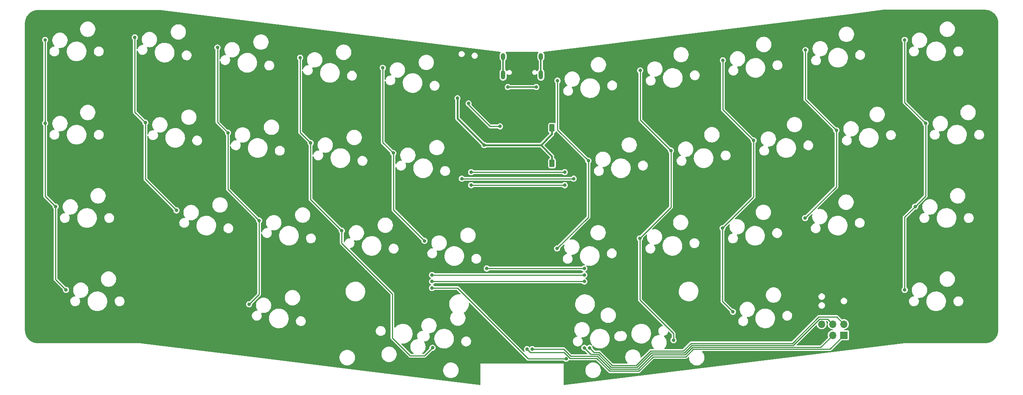
<source format=gtl>
%TF.GenerationSoftware,KiCad,Pcbnew,7.0.6*%
%TF.CreationDate,2023-07-31T17:00:50-04:00*%
%TF.ProjectId,Birdie,42697264-6965-42e6-9b69-6361645f7063,rev?*%
%TF.SameCoordinates,Original*%
%TF.FileFunction,Copper,L1,Top*%
%TF.FilePolarity,Positive*%
%FSLAX46Y46*%
G04 Gerber Fmt 4.6, Leading zero omitted, Abs format (unit mm)*
G04 Created by KiCad (PCBNEW 7.0.6) date 2023-07-31 17:00:50*
%MOMM*%
%LPD*%
G01*
G04 APERTURE LIST*
G04 Aperture macros list*
%AMRoundRect*
0 Rectangle with rounded corners*
0 $1 Rounding radius*
0 $2 $3 $4 $5 $6 $7 $8 $9 X,Y pos of 4 corners*
0 Add a 4 corners polygon primitive as box body*
4,1,4,$2,$3,$4,$5,$6,$7,$8,$9,$2,$3,0*
0 Add four circle primitives for the rounded corners*
1,1,$1+$1,$2,$3*
1,1,$1+$1,$4,$5*
1,1,$1+$1,$6,$7*
1,1,$1+$1,$8,$9*
0 Add four rect primitives between the rounded corners*
20,1,$1+$1,$2,$3,$4,$5,0*
20,1,$1+$1,$4,$5,$6,$7,0*
20,1,$1+$1,$6,$7,$8,$9,0*
20,1,$1+$1,$8,$9,$2,$3,0*%
G04 Aperture macros list end*
%TA.AperFunction,ComponentPad*%
%ADD10O,1.200000X1.750000*%
%TD*%
%TA.AperFunction,ComponentPad*%
%ADD11RoundRect,0.250000X0.350000X0.625000X-0.350000X0.625000X-0.350000X-0.625000X0.350000X-0.625000X0*%
%TD*%
%TA.AperFunction,ComponentPad*%
%ADD12O,1.000000X2.100000*%
%TD*%
%TA.AperFunction,ComponentPad*%
%ADD13O,1.000000X1.600000*%
%TD*%
%TA.AperFunction,ComponentPad*%
%ADD14O,1.700000X1.700000*%
%TD*%
%TA.AperFunction,ComponentPad*%
%ADD15R,1.700000X1.700000*%
%TD*%
%TA.AperFunction,ViaPad*%
%ADD16C,0.800000*%
%TD*%
%TA.AperFunction,Conductor*%
%ADD17C,0.250000*%
%TD*%
%TA.AperFunction,Conductor*%
%ADD18C,0.300000*%
%TD*%
%TA.AperFunction,Conductor*%
%ADD19C,0.400000*%
%TD*%
G04 APERTURE END LIST*
D10*
%TO.P,J4,2,Pin_2*%
%TO.N,GND*%
X151306793Y-53844724D03*
D11*
%TO.P,J4,1,Pin_1*%
%TO.N,+BATT*%
X153306793Y-53844724D03*
%TD*%
D10*
%TO.P,J5,2,Pin_2*%
%TO.N,GND*%
X151306793Y-61950206D03*
D11*
%TO.P,J5,1,Pin_1*%
%TO.N,+BATT*%
X153306793Y-61950206D03*
%TD*%
D12*
%TO.P,J1,S1,SHIELD*%
%TO.N,Earth*%
X150760031Y-41686238D03*
D13*
X150760031Y-37506238D03*
D12*
X142120031Y-41686238D03*
D13*
X142120031Y-37506238D03*
%TD*%
D14*
%TO.P,J3,6,Pin_6*%
%TO.N,SWO*%
X214991235Y-98723004D03*
%TO.P,J3,5,Pin_5*%
%TO.N,GND*%
X214991235Y-101263004D03*
%TO.P,J3,4,Pin_4*%
%TO.N,SWDCLK*%
X217531235Y-98723004D03*
%TO.P,J3,3,Pin_3*%
%TO.N,RESET*%
X217531235Y-101263004D03*
%TO.P,J3,2,Pin_2*%
%TO.N,SWDIO*%
X220071235Y-98723004D03*
D15*
%TO.P,J3,1,Pin_1*%
%TO.N,+3V3*%
X220071235Y-101263004D03*
%TD*%
D16*
%TO.N,GND*%
X135935658Y-51532212D03*
X216276235Y-95882944D03*
X141888798Y-62843177D03*
X137541871Y-53256745D03*
X135935658Y-58675979D03*
X142186455Y-49746269D03*
X135158375Y-47067356D03*
X133256745Y-47067356D03*
X138316914Y-41114217D03*
X140995826Y-49746269D03*
X137126286Y-41114217D03*
%TO.N,ROW 0*%
X156228893Y-63971507D03*
X134797588Y-63971507D03*
%TO.N,+3V3*%
X147596840Y-104452860D03*
%TO.N,ROW 1*%
X156228892Y-66948077D03*
X134797589Y-66948077D03*
%TO.N,GNDPWR*%
X149690034Y-44509378D03*
X143197354Y-44509379D03*
%TO.N,ROW 2*%
X125867879Y-87486410D03*
X160693748Y-87486410D03*
%TO.N,+BATT*%
X131674848Y-47067356D03*
X137791871Y-57783009D03*
%TO.N,ROW 3*%
X125867878Y-88974696D03*
X160693748Y-88974695D03*
%TO.N,Net-(MX18-ROW)*%
X132661430Y-65459792D03*
X158259933Y-65459792D03*
%TO.N,Net-(MX19-ROW)*%
X160693748Y-85998125D03*
X138369473Y-85998126D03*
%TO.N,Net-(MX26-ROW)*%
X125867879Y-90462980D03*
X156526550Y-106648670D03*
%TO.N,COL 0*%
X39744839Y-71832325D03*
X42126090Y-90882331D03*
X37363591Y-52782331D03*
X37363592Y-33732331D03*
%TO.N,COL 1*%
X57863102Y-33149067D03*
X67400883Y-72706288D03*
X60268490Y-52637482D03*
%TO.N,COL 2*%
X86308886Y-75027898D03*
X79176501Y-54959086D03*
X84005530Y-94178056D03*
X76771106Y-35470676D03*
%TO.N,COL 3*%
X105216890Y-77349505D03*
X98084498Y-57280697D03*
X95679112Y-37792296D03*
X125968136Y-104128676D03*
%TO.N,COL 4*%
X114587119Y-40113905D03*
X124124897Y-79671114D03*
X116992504Y-59602309D03*
%TO.N,COL 5*%
X161612018Y-61355127D03*
X154563405Y-43027518D03*
X154479626Y-81423931D03*
%TO.N,COL 6*%
X173471410Y-40705911D03*
X180520023Y-59033516D03*
X173387635Y-79102326D03*
X181092930Y-102387471D03*
%TO.N,COL 7*%
X194693535Y-95919263D03*
X199428026Y-56711904D03*
X192295635Y-76780709D03*
X192379413Y-38384300D03*
%TO.N,COL 8*%
X211203637Y-74459103D03*
X211287415Y-36062688D03*
X218336027Y-54390293D03*
%TO.N,COL 9*%
X233991601Y-33732331D03*
X233991599Y-90882334D03*
X236372852Y-71832328D03*
X238754104Y-52782326D03*
%TO.N,SWDIO*%
X161884376Y-104155203D03*
%TO.N,RESET*%
X148787468Y-104452860D03*
%TO.N,SWDCLK*%
X160693748Y-104155203D03*
%TO.N,SYSOFF*%
X141411410Y-53506745D03*
X134208375Y-48257984D03*
%TD*%
D17*
%TO.N,ROW 0*%
X134797588Y-63971507D02*
X156228893Y-63971507D01*
%TO.N,+3V3*%
X147596840Y-104452860D02*
X148321840Y-105177859D01*
X156081044Y-105177859D02*
X157424015Y-106520830D01*
X216860605Y-104473634D02*
X220071235Y-101263004D01*
X163531444Y-106520830D02*
X166481871Y-109471258D01*
X183923227Y-106176320D02*
X185625913Y-104473635D01*
X185625913Y-104473635D02*
X216860605Y-104473634D01*
X157424015Y-106520830D02*
X163531444Y-106520830D01*
X176441036Y-106176320D02*
X183923227Y-106176320D01*
X173146098Y-109471258D02*
X176441036Y-106176320D01*
X148321840Y-105177859D02*
X156081044Y-105177859D01*
X166481871Y-109471258D02*
X173146098Y-109471258D01*
D18*
%TO.N,Earth*%
X150760031Y-41686237D02*
X150760031Y-37506237D01*
X142120031Y-41686239D02*
X142120031Y-37506239D01*
D17*
%TO.N,ROW 1*%
X134797589Y-66948077D02*
X156228892Y-66948077D01*
D18*
%TO.N,GNDPWR*%
X143197354Y-44509379D02*
X149685994Y-44509380D01*
D17*
%TO.N,ROW 2*%
X125867879Y-87486410D02*
X160693748Y-87486410D01*
D19*
%TO.N,+BATT*%
X131674848Y-51665986D02*
X131674848Y-47067356D01*
X150779372Y-57783008D02*
X153306792Y-55255588D01*
X137791871Y-57783009D02*
X131674848Y-51665986D01*
X153306792Y-55255588D02*
X153306793Y-53844724D01*
X150779372Y-57783008D02*
X153306792Y-60310428D01*
X137791871Y-57783009D02*
X150779372Y-57783008D01*
X153306792Y-60310428D02*
X153306793Y-61950207D01*
D17*
%TO.N,ROW 3*%
X125867878Y-88974696D02*
X160693748Y-88974695D01*
%TO.N,Net-(MX18-ROW)*%
X132661430Y-65459792D02*
X158259933Y-65459792D01*
%TO.N,Net-(MX19-ROW)*%
X138369473Y-85998126D02*
X160693748Y-85998125D01*
%TO.N,Net-(MX26-ROW)*%
X147865692Y-106648670D02*
X131680002Y-90462981D01*
X156526550Y-106648670D02*
X147865692Y-106648670D01*
X131680002Y-90462981D02*
X125867879Y-90462980D01*
%TO.N,COL 0*%
X37363591Y-52782331D02*
X37363591Y-69451076D01*
X37363591Y-69451076D02*
X39744839Y-71832325D01*
X37363592Y-52782329D02*
X37363591Y-52782331D01*
X37363592Y-33732331D02*
X37363592Y-52782329D01*
X39744839Y-71832325D02*
X39744839Y-88501080D01*
X39744839Y-88501080D02*
X42126090Y-90882331D01*
%TO.N,COL 1*%
X57863102Y-50232095D02*
X60268490Y-52637482D01*
X57863102Y-33149067D02*
X57863102Y-50232095D01*
X60268490Y-65573894D02*
X67400883Y-72706288D01*
X60268490Y-52637482D02*
X60268490Y-65573894D01*
%TO.N,COL 2*%
X76771106Y-35470676D02*
X76771105Y-52553691D01*
X79176501Y-54959086D02*
X79176501Y-67895513D01*
X86308886Y-75027898D02*
X86308886Y-91874699D01*
X76771105Y-52553691D02*
X79176501Y-54959086D01*
X86308886Y-91874699D02*
X84005530Y-94178056D01*
X79176501Y-67895513D02*
X86308886Y-75027898D01*
%TO.N,COL 3*%
X95679112Y-54875312D02*
X98084498Y-57280697D01*
X98084498Y-70217112D02*
X105216890Y-77349505D01*
X124155668Y-105941144D02*
X125968136Y-104128676D01*
X95679112Y-37792296D02*
X95679112Y-54875312D01*
X116798929Y-101875809D02*
X120864264Y-105941144D01*
X105216891Y-80198021D02*
X116798929Y-91780059D01*
X116798929Y-91780059D02*
X116798929Y-101875809D01*
X120864264Y-105941144D02*
X124155668Y-105941144D01*
X98084498Y-57280697D02*
X98084498Y-70217112D01*
X105216890Y-77349505D02*
X105216891Y-80198021D01*
%TO.N,COL 4*%
X114587119Y-57196924D02*
X116992504Y-59602309D01*
X117050605Y-59660411D02*
X117050605Y-72596823D01*
X117050605Y-72596823D02*
X124124897Y-79671114D01*
X116992504Y-59602309D02*
X117050605Y-59660411D01*
X114587119Y-40113905D02*
X114587119Y-57196924D01*
%TO.N,COL 5*%
X154563405Y-43027518D02*
X154563405Y-54306514D01*
X154563405Y-54306514D02*
X161612018Y-61355127D01*
X161612017Y-74291539D02*
X154479626Y-81423931D01*
X161612018Y-61355127D02*
X161612017Y-74291539D01*
%TO.N,COL 6*%
X173471410Y-51984902D02*
X180520023Y-59033516D01*
X173387635Y-93140981D02*
X181092931Y-100846277D01*
X173471410Y-40705911D02*
X173471410Y-51984902D01*
X180520023Y-71969940D02*
X173387635Y-79102326D01*
X173387635Y-79102326D02*
X173387635Y-93140981D01*
X180520023Y-59033516D02*
X180520023Y-71969940D01*
X181092931Y-100846277D02*
X181092930Y-102387471D01*
%TO.N,COL 7*%
X192379413Y-38384300D02*
X192379412Y-49663291D01*
X199428026Y-69648318D02*
X192295635Y-76780709D01*
X199428026Y-56711904D02*
X199428026Y-69648318D01*
X192379412Y-49663291D02*
X199428026Y-56711904D01*
X192295635Y-93521363D02*
X194693535Y-95919263D01*
X192295635Y-76780709D02*
X192295635Y-93521363D01*
%TO.N,COL 8*%
X218336028Y-67326712D02*
X211203637Y-74459103D01*
X218336027Y-54390293D02*
X218336028Y-67326712D01*
X211287415Y-36062688D02*
X211287416Y-47341681D01*
X211287416Y-47341681D02*
X218336027Y-54390293D01*
%TO.N,COL 9*%
X233991601Y-48019823D02*
X238754104Y-52782326D01*
X233991599Y-74213581D02*
X233991599Y-90882334D01*
X238754104Y-52782326D02*
X238754104Y-69451077D01*
X238754104Y-69451077D02*
X236372852Y-71832328D01*
X236372852Y-71832328D02*
X233991599Y-74213581D01*
X233991601Y-33732331D02*
X233991601Y-48019823D01*
%TO.N,SWDIO*%
X218446235Y-97098004D02*
X220071235Y-98723004D01*
X185066725Y-103123634D02*
X208292508Y-103123634D01*
X161884376Y-104155203D02*
X162900004Y-105170830D01*
X208292508Y-103123634D02*
X214318138Y-97098004D01*
X162900004Y-105170830D02*
X164090632Y-105170830D01*
X214318138Y-97098004D02*
X218446235Y-97098004D01*
X183364039Y-104826320D02*
X185066725Y-103123634D01*
X172586911Y-108121258D02*
X175881849Y-104826320D01*
X167041060Y-108121259D02*
X172586911Y-108121258D01*
X164090632Y-105170830D02*
X167041060Y-108121259D01*
X175881849Y-104826320D02*
X183364039Y-104826320D01*
%TO.N,RESET*%
X148787468Y-104452860D02*
X155992440Y-104452859D01*
X172959702Y-109021258D02*
X176254641Y-105726320D01*
X183736830Y-105726320D02*
X185439517Y-104023635D01*
X166668268Y-109021258D02*
X172959702Y-109021258D01*
X185439517Y-104023635D02*
X214770605Y-104023634D01*
X155992440Y-104452859D02*
X157610411Y-106070830D01*
X163717840Y-106070830D02*
X166668268Y-109021258D01*
X214770605Y-104023634D02*
X217531235Y-101263004D01*
X157610411Y-106070830D02*
X163717840Y-106070830D01*
X176254641Y-105726320D02*
X183736830Y-105726320D01*
%TO.N,SWDCLK*%
X163904236Y-105620830D02*
X166854664Y-108571258D01*
X214504534Y-97548005D02*
X216356234Y-97548004D01*
X160693748Y-104155203D02*
X162159376Y-105620830D01*
X172773307Y-108571258D02*
X176068245Y-105276320D01*
X185253121Y-103573634D02*
X208478903Y-103573634D01*
X162159376Y-105620830D02*
X163904236Y-105620830D01*
X183550435Y-105276321D02*
X185253121Y-103573634D01*
X166854664Y-108571258D02*
X172773307Y-108571258D01*
X216356234Y-97548004D02*
X217531235Y-98723004D01*
X208478903Y-103573634D02*
X214504534Y-97548005D01*
X176068245Y-105276320D02*
X183550435Y-105276321D01*
%TO.N,SYSOFF*%
X134208375Y-48555641D02*
X139159479Y-53506745D01*
X139159479Y-53506745D02*
X141411410Y-53506745D01*
%TD*%
%TA.AperFunction,Conductor*%
%TO.N,GND*%
G36*
X216195664Y-97993189D02*
G01*
X216216306Y-98009823D01*
X216415209Y-98208726D01*
X216448694Y-98270049D01*
X216446794Y-98330342D01*
X216395479Y-98510693D01*
X216384706Y-98626955D01*
X216358920Y-98691892D01*
X216314365Y-98723808D01*
X216350738Y-98744672D01*
X216382928Y-98806685D01*
X216384705Y-98819051D01*
X216395479Y-98935314D01*
X216450654Y-99129232D01*
X216453831Y-99140396D01*
X216453831Y-99140398D01*
X216548867Y-99331257D01*
X216663527Y-99483090D01*
X216677363Y-99501411D01*
X216834933Y-99645056D01*
X217016216Y-99757302D01*
X217215037Y-99834325D01*
X217411848Y-99871115D01*
X217474128Y-99902783D01*
X217509401Y-99963096D01*
X217506467Y-100032904D01*
X217466258Y-100090044D01*
X217411848Y-100114892D01*
X217215037Y-100151683D01*
X217215034Y-100151683D01*
X217215034Y-100151684D01*
X217016217Y-100228705D01*
X217016215Y-100228706D01*
X216834934Y-100340951D01*
X216677362Y-100484597D01*
X216548867Y-100654750D01*
X216453831Y-100845609D01*
X216453831Y-100845611D01*
X216395479Y-101050693D01*
X216375805Y-101263003D01*
X216375805Y-101263004D01*
X216395479Y-101475314D01*
X216446794Y-101655664D01*
X216446208Y-101725531D01*
X216415209Y-101777280D01*
X214630675Y-103561815D01*
X214569352Y-103595300D01*
X214542994Y-103598134D01*
X209355512Y-103598134D01*
X209288473Y-103578449D01*
X209242718Y-103525645D01*
X209232774Y-103456487D01*
X209261799Y-103392931D01*
X209267831Y-103386453D01*
X211438768Y-101215516D01*
X213676041Y-98978243D01*
X213737362Y-98944760D01*
X213807054Y-98949744D01*
X213862987Y-98991616D01*
X213882986Y-99031990D01*
X213913830Y-99140393D01*
X213913831Y-99140395D01*
X213913832Y-99140398D01*
X214008867Y-99331257D01*
X214123527Y-99483090D01*
X214137363Y-99501411D01*
X214294933Y-99645056D01*
X214476216Y-99757302D01*
X214675037Y-99834325D01*
X214884625Y-99873504D01*
X214884627Y-99873504D01*
X215097843Y-99873504D01*
X215097845Y-99873504D01*
X215307433Y-99834325D01*
X215506254Y-99757302D01*
X215687537Y-99645056D01*
X215845107Y-99501411D01*
X215973601Y-99331259D01*
X216026088Y-99225850D01*
X216068638Y-99140398D01*
X216068638Y-99140397D01*
X216068640Y-99140393D01*
X216126991Y-98935314D01*
X216137764Y-98819051D01*
X216163550Y-98754115D01*
X216208104Y-98722198D01*
X216171732Y-98701335D01*
X216139542Y-98639322D01*
X216137764Y-98626955D01*
X216134947Y-98596555D01*
X216126991Y-98510694D01*
X216068640Y-98305615D01*
X216068638Y-98305610D01*
X216068638Y-98305609D01*
X215992536Y-98152775D01*
X215980275Y-98083990D01*
X216007148Y-98019495D01*
X216064624Y-97979767D01*
X216103536Y-97973504D01*
X216128625Y-97973504D01*
X216195664Y-97993189D01*
G37*
%TD.AperFunction*%
%TA.AperFunction,Conductor*%
G36*
X252339938Y-26827204D02*
G01*
X252390176Y-26827204D01*
X252393418Y-26827288D01*
X252531634Y-26834532D01*
X252708296Y-26844423D01*
X252714500Y-26845087D01*
X252872413Y-26870098D01*
X253029394Y-26896772D01*
X253035043Y-26898005D01*
X253191353Y-26939888D01*
X253342935Y-26983560D01*
X253347971Y-26985247D01*
X253499859Y-27043552D01*
X253645239Y-27103772D01*
X253649631Y-27105797D01*
X253795018Y-27179876D01*
X253932703Y-27255971D01*
X253936459Y-27258225D01*
X254073627Y-27347303D01*
X254202021Y-27438406D01*
X254205131Y-27440766D01*
X254331238Y-27542885D01*
X254333506Y-27544814D01*
X254449991Y-27648914D01*
X254452508Y-27651293D01*
X254567170Y-27765956D01*
X254569560Y-27768484D01*
X254673758Y-27885084D01*
X254675682Y-27887345D01*
X254730623Y-27955191D01*
X254777615Y-28013221D01*
X254779987Y-28016348D01*
X254784767Y-28023085D01*
X254871395Y-28145179D01*
X254960121Y-28281806D01*
X254962389Y-28285585D01*
X255038915Y-28424054D01*
X255112544Y-28568559D01*
X255114583Y-28572983D01*
X255175361Y-28719719D01*
X255233103Y-28870143D01*
X255234799Y-28875201D01*
X255279140Y-29029121D01*
X255320376Y-29183020D01*
X255321614Y-29188685D01*
X255349036Y-29350097D01*
X255373340Y-29503544D01*
X255374006Y-29509766D01*
X255375474Y-29535898D01*
X255384226Y-29691804D01*
X255391215Y-29825160D01*
X255391300Y-29828406D01*
X255391301Y-100091924D01*
X255391216Y-100095168D01*
X255384421Y-100224878D01*
X255373975Y-100410742D01*
X255373309Y-100416965D01*
X255349504Y-100567287D01*
X255321525Y-100731966D01*
X255320287Y-100737630D01*
X255279761Y-100888885D01*
X255234612Y-101045598D01*
X255232917Y-101050655D01*
X255176125Y-101198608D01*
X255114268Y-101347947D01*
X255112229Y-101352369D01*
X255039795Y-101494531D01*
X254961895Y-101635480D01*
X254959629Y-101639257D01*
X254872369Y-101773631D01*
X254779275Y-101904834D01*
X254776893Y-101907974D01*
X254676767Y-102031622D01*
X254674813Y-102033919D01*
X254568515Y-102152867D01*
X254566126Y-102155395D01*
X254453662Y-102267860D01*
X254451134Y-102270250D01*
X254332082Y-102376642D01*
X254329786Y-102378595D01*
X254206336Y-102478564D01*
X254203196Y-102480946D01*
X254071630Y-102574299D01*
X253937701Y-102661275D01*
X253933923Y-102663542D01*
X253792293Y-102741818D01*
X253650864Y-102813879D01*
X253646442Y-102815918D01*
X253495992Y-102878237D01*
X253349212Y-102934581D01*
X253344155Y-102936276D01*
X253185535Y-102981976D01*
X253036234Y-103021981D01*
X253030569Y-103023218D01*
X252862304Y-103051808D01*
X252715621Y-103075041D01*
X252709394Y-103075707D01*
X252509743Y-103086920D01*
X252394512Y-103092959D01*
X252391266Y-103093044D01*
X233962969Y-103093044D01*
X233960630Y-103092958D01*
X233958401Y-103093303D01*
X156079143Y-112655675D01*
X156010204Y-112644307D01*
X155958355Y-112597473D01*
X155940031Y-112532599D01*
X155940031Y-109415373D01*
X160939973Y-109415373D01*
X160979610Y-109678352D01*
X160979612Y-109678358D01*
X161058007Y-109932505D01*
X161173397Y-110172115D01*
X161173398Y-110172117D01*
X161173400Y-110172120D01*
X161173402Y-110172124D01*
X161323222Y-110391870D01*
X161323223Y-110391871D01*
X161504117Y-110586830D01*
X161504120Y-110586832D01*
X161504122Y-110586834D01*
X161712058Y-110752658D01*
X161942387Y-110885638D01*
X162189963Y-110982805D01*
X162449256Y-111041987D01*
X162498960Y-111045711D01*
X162648066Y-111056886D01*
X162648072Y-111056886D01*
X162780880Y-111056886D01*
X162913418Y-111046953D01*
X162979690Y-111041987D01*
X163238983Y-110982805D01*
X163486559Y-110885638D01*
X163716888Y-110752658D01*
X163924824Y-110586834D01*
X164105723Y-110391871D01*
X164255544Y-110172124D01*
X164370940Y-109932502D01*
X164449334Y-109678357D01*
X164488973Y-109415366D01*
X164488973Y-109149406D01*
X164449334Y-108886415D01*
X164370940Y-108632270D01*
X164255544Y-108392648D01*
X164105723Y-108172901D01*
X164081815Y-108147134D01*
X163924828Y-107977941D01*
X163755502Y-107842908D01*
X163716888Y-107812114D01*
X163486559Y-107679134D01*
X163238983Y-107581967D01*
X163238974Y-107581965D01*
X163238971Y-107581964D01*
X162979687Y-107522784D01*
X162780880Y-107507886D01*
X162780874Y-107507886D01*
X162648072Y-107507886D01*
X162648066Y-107507886D01*
X162449258Y-107522784D01*
X162189974Y-107581964D01*
X162189966Y-107581966D01*
X162189963Y-107581967D01*
X162189960Y-107581967D01*
X162189957Y-107581969D01*
X161942386Y-107679134D01*
X161712058Y-107812114D01*
X161504117Y-107977941D01*
X161323223Y-108172900D01*
X161173398Y-108392654D01*
X161173397Y-108392656D01*
X161058007Y-108632266D01*
X160979612Y-108886413D01*
X160979610Y-108886419D01*
X160939973Y-109149398D01*
X160939973Y-109415373D01*
X155940031Y-109415373D01*
X155940031Y-107773172D01*
X136940031Y-107773173D01*
X136940031Y-112532599D01*
X136920346Y-112599638D01*
X136867542Y-112645393D01*
X136800919Y-112655675D01*
X110410794Y-109415375D01*
X128391088Y-109415375D01*
X128430725Y-109678354D01*
X128430727Y-109678360D01*
X128509122Y-109932507D01*
X128624512Y-110172117D01*
X128624513Y-110172119D01*
X128624515Y-110172122D01*
X128624517Y-110172126D01*
X128774337Y-110391871D01*
X128774338Y-110391873D01*
X128955232Y-110586832D01*
X128955235Y-110586834D01*
X128955237Y-110586836D01*
X129163173Y-110752660D01*
X129393502Y-110885640D01*
X129641078Y-110982807D01*
X129900371Y-111041989D01*
X129950074Y-111045713D01*
X130099181Y-111056888D01*
X130099187Y-111056888D01*
X130231995Y-111056888D01*
X130364533Y-111046955D01*
X130430805Y-111041989D01*
X130690098Y-110982807D01*
X130937674Y-110885640D01*
X131168003Y-110752660D01*
X131375939Y-110586836D01*
X131556838Y-110391873D01*
X131706659Y-110172126D01*
X131822055Y-109932504D01*
X131900449Y-109678359D01*
X131940088Y-109415368D01*
X131940088Y-109149408D01*
X131940087Y-109149400D01*
X131900450Y-108886421D01*
X131900448Y-108886415D01*
X131822055Y-108632272D01*
X131706659Y-108392650D01*
X131556838Y-108172903D01*
X131464191Y-108073053D01*
X131375943Y-107977943D01*
X131335949Y-107946049D01*
X131168003Y-107812116D01*
X130937674Y-107679136D01*
X130690098Y-107581969D01*
X130690089Y-107581967D01*
X130690086Y-107581966D01*
X130430802Y-107522786D01*
X130231995Y-107507888D01*
X130231989Y-107507888D01*
X130099187Y-107507888D01*
X130099181Y-107507888D01*
X129900373Y-107522786D01*
X129641089Y-107581966D01*
X129641081Y-107581968D01*
X129641078Y-107581969D01*
X129641075Y-107581969D01*
X129641072Y-107581971D01*
X129393501Y-107679136D01*
X129163173Y-107812116D01*
X128955232Y-107977943D01*
X128774338Y-108172902D01*
X128624513Y-108392656D01*
X128624512Y-108392658D01*
X128509122Y-108632268D01*
X128430727Y-108886415D01*
X128430725Y-108886421D01*
X128391088Y-109149400D01*
X128391088Y-109415375D01*
X110410794Y-109415375D01*
X86712767Y-106505623D01*
X104693056Y-106505623D01*
X104732693Y-106768602D01*
X104732695Y-106768608D01*
X104811090Y-107022755D01*
X104926480Y-107262365D01*
X104926481Y-107262367D01*
X104926483Y-107262370D01*
X104926485Y-107262374D01*
X105005088Y-107377663D01*
X105076306Y-107482121D01*
X105257200Y-107677080D01*
X105257203Y-107677082D01*
X105257205Y-107677084D01*
X105465141Y-107842908D01*
X105695470Y-107975888D01*
X105943046Y-108073055D01*
X106202339Y-108132237D01*
X106252043Y-108135961D01*
X106401149Y-108147136D01*
X106401155Y-108147136D01*
X106533963Y-108147136D01*
X106666500Y-108137203D01*
X106732773Y-108132237D01*
X106992066Y-108073055D01*
X107239642Y-107975888D01*
X107469971Y-107842908D01*
X107677907Y-107677084D01*
X107681016Y-107673734D01*
X107766159Y-107581971D01*
X107858806Y-107482121D01*
X108008627Y-107262374D01*
X108124023Y-107022752D01*
X108202417Y-106768607D01*
X108222273Y-106636873D01*
X108242055Y-106505623D01*
X108242056Y-106505614D01*
X108242056Y-106239657D01*
X108242055Y-106239648D01*
X108202418Y-105976669D01*
X108202416Y-105976663D01*
X108135075Y-105758350D01*
X114277166Y-105758350D01*
X114293227Y-105864902D01*
X114316270Y-106017778D01*
X114316271Y-106017780D01*
X114316272Y-106017786D01*
X114393604Y-106268489D01*
X114507433Y-106504859D01*
X114507434Y-106504860D01*
X114507436Y-106504863D01*
X114507438Y-106504867D01*
X114597440Y-106636875D01*
X114655233Y-106721642D01*
X114833680Y-106913964D01*
X114833684Y-106913967D01*
X114833685Y-106913968D01*
X115038809Y-107077549D01*
X115266023Y-107208731D01*
X115510250Y-107304583D01*
X115766036Y-107362965D01*
X115766042Y-107362965D01*
X115766045Y-107362966D01*
X115962166Y-107377663D01*
X115962172Y-107377663D01*
X116093166Y-107377663D01*
X116289286Y-107362966D01*
X116289288Y-107362965D01*
X116289296Y-107362965D01*
X116545082Y-107304583D01*
X116789309Y-107208731D01*
X117016523Y-107077549D01*
X117221647Y-106913968D01*
X117246131Y-106887581D01*
X117261611Y-106870896D01*
X117400099Y-106721642D01*
X117547894Y-106504867D01*
X117661729Y-106268486D01*
X117739062Y-106017778D01*
X117778166Y-105758345D01*
X117778166Y-105495981D01*
X117739062Y-105236548D01*
X117661729Y-104985840D01*
X117633199Y-104926596D01*
X117547898Y-104749466D01*
X117547897Y-104749465D01*
X117547896Y-104749464D01*
X117547894Y-104749459D01*
X117400099Y-104532684D01*
X117389526Y-104521289D01*
X117221651Y-104340361D01*
X117150961Y-104283988D01*
X117016523Y-104176777D01*
X116789309Y-104045595D01*
X116545082Y-103949743D01*
X116545077Y-103949741D01*
X116545068Y-103949739D01*
X116327484Y-103900077D01*
X116289296Y-103891361D01*
X116289295Y-103891360D01*
X116289291Y-103891360D01*
X116289286Y-103891359D01*
X116093166Y-103876663D01*
X116093160Y-103876663D01*
X115962172Y-103876663D01*
X115962166Y-103876663D01*
X115766045Y-103891359D01*
X115766040Y-103891360D01*
X115510263Y-103949739D01*
X115510244Y-103949745D01*
X115266022Y-104045595D01*
X115038809Y-104176777D01*
X114833680Y-104340361D01*
X114655233Y-104532683D01*
X114507434Y-104749465D01*
X114507433Y-104749466D01*
X114393604Y-104985836D01*
X114316272Y-105236539D01*
X114316271Y-105236544D01*
X114316270Y-105236548D01*
X114307505Y-105294697D01*
X114277166Y-105495975D01*
X114277166Y-105758350D01*
X108135075Y-105758350D01*
X108124023Y-105722520D01*
X108023032Y-105512810D01*
X108008631Y-105482906D01*
X108008630Y-105482904D01*
X108008629Y-105482902D01*
X108008627Y-105482898D01*
X107858806Y-105263151D01*
X107769375Y-105166767D01*
X107677911Y-105068191D01*
X107574641Y-104985836D01*
X107469971Y-104902364D01*
X107239642Y-104769384D01*
X106992066Y-104672217D01*
X106992057Y-104672215D01*
X106992054Y-104672214D01*
X106732770Y-104613034D01*
X106533963Y-104598136D01*
X106533957Y-104598136D01*
X106401155Y-104598136D01*
X106401149Y-104598136D01*
X106202341Y-104613034D01*
X105943057Y-104672214D01*
X105943049Y-104672216D01*
X105943046Y-104672217D01*
X105943043Y-104672217D01*
X105943040Y-104672219D01*
X105695469Y-104769384D01*
X105465141Y-104902364D01*
X105257200Y-105068191D01*
X105076306Y-105263150D01*
X104926481Y-105482904D01*
X104926480Y-105482906D01*
X104811090Y-105722516D01*
X104732695Y-105976663D01*
X104732693Y-105976669D01*
X104693056Y-106239648D01*
X104693056Y-106505623D01*
X86712767Y-106505623D01*
X58921823Y-103093324D01*
X58919491Y-103092956D01*
X58917093Y-103093045D01*
X35727382Y-103093045D01*
X35724144Y-103092960D01*
X35702945Y-103091849D01*
X35599417Y-103086427D01*
X35408086Y-103075649D01*
X35401872Y-103074984D01*
X35256393Y-103051947D01*
X35086839Y-103023142D01*
X35081175Y-103021905D01*
X34962953Y-102990232D01*
X34932870Y-102982172D01*
X34858107Y-102960635D01*
X34773225Y-102936182D01*
X34768168Y-102934487D01*
X34622201Y-102878459D01*
X34470903Y-102815792D01*
X34466481Y-102813753D01*
X34325754Y-102742053D01*
X34183401Y-102663379D01*
X34179631Y-102661117D01*
X34046324Y-102574549D01*
X33914107Y-102480739D01*
X33910997Y-102478380D01*
X33788050Y-102378820D01*
X33785767Y-102376877D01*
X33681187Y-102283421D01*
X33666187Y-102270016D01*
X33663659Y-102267626D01*
X33614196Y-102218163D01*
X33551629Y-102155596D01*
X33549258Y-102153087D01*
X33478943Y-102074407D01*
X33442506Y-102033635D01*
X33440560Y-102031347D01*
X33350022Y-101919541D01*
X33340803Y-101908156D01*
X33338425Y-101905020D01*
X33323131Y-101883466D01*
X33244987Y-101773333D01*
X33212524Y-101723343D01*
X33158002Y-101639385D01*
X33155758Y-101635645D01*
X33077614Y-101494257D01*
X33005369Y-101352461D01*
X33003331Y-101348040D01*
X32961525Y-101247115D01*
X32941339Y-101198381D01*
X32884649Y-101050688D01*
X32882954Y-101045632D01*
X32845025Y-100913985D01*
X32837786Y-100888857D01*
X32799286Y-100745156D01*
X32797262Y-100737602D01*
X32796027Y-100731951D01*
X32768114Y-100567665D01*
X32744238Y-100416889D01*
X32743575Y-100410692D01*
X32733174Y-100225474D01*
X32732975Y-100221684D01*
X112996356Y-100221684D01*
X112996956Y-100234272D01*
X113006582Y-100436382D01*
X113057258Y-100645272D01*
X113057260Y-100645276D01*
X113146543Y-100840779D01*
X113146549Y-100840791D01*
X113271228Y-101015878D01*
X113271230Y-101015881D01*
X113271235Y-101015887D01*
X113426789Y-101164206D01*
X113426791Y-101164207D01*
X113426792Y-101164208D01*
X113607615Y-101280416D01*
X113807163Y-101360303D01*
X113856190Y-101369752D01*
X114018222Y-101400981D01*
X114018223Y-101400981D01*
X114179307Y-101400981D01*
X114179313Y-101400981D01*
X114339666Y-101385669D01*
X114545904Y-101325112D01*
X114736954Y-101226619D01*
X114736961Y-101226614D01*
X114808544Y-101170320D01*
X114905912Y-101093749D01*
X115046671Y-100931305D01*
X115081368Y-100871209D01*
X115133758Y-100780465D01*
X115154143Y-100745158D01*
X115224445Y-100542035D01*
X115255034Y-100329278D01*
X115244807Y-100114577D01*
X115194132Y-99905691D01*
X115104841Y-99710171D01*
X114980161Y-99535082D01*
X114980159Y-99535080D01*
X114980154Y-99535074D01*
X114824600Y-99386755D01*
X114643775Y-99270546D01*
X114444225Y-99190658D01*
X114233168Y-99149981D01*
X114233167Y-99149981D01*
X114072077Y-99149981D01*
X113911745Y-99165291D01*
X113911724Y-99165293D01*
X113911720Y-99165294D01*
X113705488Y-99225849D01*
X113514431Y-99324345D01*
X113345480Y-99457210D01*
X113345477Y-99457214D01*
X113204716Y-99619659D01*
X113097248Y-99805800D01*
X113026946Y-100008923D01*
X113026945Y-100008925D01*
X112996357Y-100221679D01*
X112996356Y-100221684D01*
X32732975Y-100221684D01*
X32732975Y-100221682D01*
X32726349Y-100095162D01*
X32726265Y-100091925D01*
X32726265Y-96739265D01*
X84634353Y-96739265D01*
X84644580Y-96953964D01*
X84695256Y-97162854D01*
X84695258Y-97162858D01*
X84778448Y-97345020D01*
X84784547Y-97358373D01*
X84876376Y-97487329D01*
X84909228Y-97533463D01*
X84909233Y-97533469D01*
X85064787Y-97681788D01*
X85064789Y-97681789D01*
X85064790Y-97681790D01*
X85245613Y-97797998D01*
X85445161Y-97877885D01*
X85550691Y-97898223D01*
X85656220Y-97918563D01*
X85656221Y-97918563D01*
X85817305Y-97918563D01*
X85817311Y-97918563D01*
X85977664Y-97903251D01*
X86183902Y-97842694D01*
X86374952Y-97744201D01*
X86543910Y-97611331D01*
X86651359Y-97487329D01*
X88557660Y-97487329D01*
X88587737Y-97786301D01*
X88587738Y-97786308D01*
X88657395Y-98078600D01*
X88657398Y-98078612D01*
X88765393Y-98359012D01*
X88765400Y-98359027D01*
X88909806Y-98622534D01*
X88909810Y-98622540D01*
X89006755Y-98754115D01*
X89088050Y-98864449D01*
X89219352Y-99000214D01*
X89296947Y-99080447D01*
X89296954Y-99080453D01*
X89342068Y-99116079D01*
X89532773Y-99266677D01*
X89791314Y-99419811D01*
X90067960Y-99537119D01*
X90067963Y-99537119D01*
X90067966Y-99537121D01*
X90212866Y-99576813D01*
X90357773Y-99616507D01*
X90655582Y-99656559D01*
X90655587Y-99656559D01*
X90880868Y-99656559D01*
X91052691Y-99645056D01*
X91105646Y-99641511D01*
X91400114Y-99581658D01*
X91683978Y-99483090D01*
X91952170Y-99347566D01*
X92199907Y-99177505D01*
X92422766Y-98975941D01*
X92616770Y-98746471D01*
X92778458Y-98493191D01*
X92904945Y-98220619D01*
X92980375Y-97977457D01*
X94718621Y-97977457D01*
X94728848Y-98192156D01*
X94779524Y-98401046D01*
X94779526Y-98401050D01*
X94846749Y-98548249D01*
X94868815Y-98596565D01*
X94993495Y-98771654D01*
X94993496Y-98771655D01*
X94993501Y-98771661D01*
X95149055Y-98919980D01*
X95149057Y-98919981D01*
X95149058Y-98919982D01*
X95329881Y-99036190D01*
X95529429Y-99116077D01*
X95634958Y-99136416D01*
X95740488Y-99156755D01*
X95740489Y-99156755D01*
X95901573Y-99156755D01*
X95901579Y-99156755D01*
X96061932Y-99141443D01*
X96268170Y-99080886D01*
X96459220Y-98982393D01*
X96467425Y-98975941D01*
X96519086Y-98935314D01*
X96628178Y-98849523D01*
X96768937Y-98687079D01*
X96773385Y-98679376D01*
X96822673Y-98594005D01*
X96876409Y-98500932D01*
X96946711Y-98297809D01*
X96977300Y-98085052D01*
X96967073Y-97870351D01*
X96916398Y-97661465D01*
X96827107Y-97465945D01*
X96702427Y-97290856D01*
X96702425Y-97290854D01*
X96702420Y-97290848D01*
X96546866Y-97142529D01*
X96366041Y-97026320D01*
X96166491Y-96946432D01*
X95955434Y-96905755D01*
X95955433Y-96905755D01*
X95794343Y-96905755D01*
X95650830Y-96919459D01*
X95633990Y-96921067D01*
X95633986Y-96921068D01*
X95427754Y-96981623D01*
X95236697Y-97080119D01*
X95067746Y-97212984D01*
X95067743Y-97212988D01*
X94926982Y-97375433D01*
X94819514Y-97561574D01*
X94749212Y-97764697D01*
X94749211Y-97764699D01*
X94718622Y-97977455D01*
X94718621Y-97977457D01*
X92980375Y-97977457D01*
X92993973Y-97933621D01*
X93043953Y-97637317D01*
X93053994Y-97336995D01*
X93023916Y-97038014D01*
X92954257Y-96745710D01*
X92846258Y-96465299D01*
X92701848Y-96201784D01*
X92523604Y-95959869D01*
X92314706Y-95743870D01*
X92314701Y-95743866D01*
X92314699Y-95743864D01*
X92097872Y-95572638D01*
X92078881Y-95557641D01*
X91820340Y-95404507D01*
X91543694Y-95287199D01*
X91543687Y-95287196D01*
X91253886Y-95207812D01*
X91253883Y-95207811D01*
X91253881Y-95207811D01*
X90956072Y-95167759D01*
X90730794Y-95167759D01*
X90730786Y-95167759D01*
X90506010Y-95182806D01*
X90506001Y-95182808D01*
X90211537Y-95242660D01*
X89927674Y-95341228D01*
X89927671Y-95341230D01*
X89659489Y-95476748D01*
X89411745Y-95646814D01*
X89188889Y-95848375D01*
X88994885Y-96077845D01*
X88994883Y-96077847D01*
X88833193Y-96331131D01*
X88721180Y-96572514D01*
X88706709Y-96603699D01*
X88680470Y-96688284D01*
X88617681Y-96890694D01*
X88567701Y-97187001D01*
X88557660Y-97487323D01*
X88557660Y-97487329D01*
X86651359Y-97487329D01*
X86684669Y-97448887D01*
X86792141Y-97262740D01*
X86862443Y-97059617D01*
X86893032Y-96846860D01*
X86882805Y-96632159D01*
X86832130Y-96423273D01*
X86814803Y-96385333D01*
X86775520Y-96299313D01*
X86765576Y-96230155D01*
X86794601Y-96166599D01*
X86853379Y-96128825D01*
X86915904Y-96126911D01*
X87072144Y-96162572D01*
X87072149Y-96162572D01*
X87072152Y-96162573D01*
X87268274Y-96177270D01*
X87268280Y-96177270D01*
X87399274Y-96177270D01*
X87595394Y-96162573D01*
X87595396Y-96162572D01*
X87595404Y-96162572D01*
X87851190Y-96104190D01*
X88095417Y-96008338D01*
X88322631Y-95877156D01*
X88527755Y-95713575D01*
X88532703Y-95708243D01*
X88608391Y-95626670D01*
X88706207Y-95521249D01*
X88854002Y-95304474D01*
X88872024Y-95267052D01*
X88886488Y-95237017D01*
X88967837Y-95068093D01*
X89045170Y-94817385D01*
X89084274Y-94557952D01*
X89084274Y-94295588D01*
X89045170Y-94036155D01*
X88967837Y-93785447D01*
X88944486Y-93736959D01*
X88854006Y-93549073D01*
X88854005Y-93549072D01*
X88854004Y-93549071D01*
X88854002Y-93549066D01*
X88706207Y-93332291D01*
X88684750Y-93309166D01*
X88527759Y-93139968D01*
X88470814Y-93094556D01*
X88322631Y-92976384D01*
X88095417Y-92845202D01*
X88007660Y-92810760D01*
X92195490Y-92810760D01*
X92214428Y-92936396D01*
X92234594Y-93070188D01*
X92234595Y-93070190D01*
X92234596Y-93070196D01*
X92311928Y-93320899D01*
X92425757Y-93557269D01*
X92425758Y-93557270D01*
X92425760Y-93557273D01*
X92425762Y-93557277D01*
X92573418Y-93773848D01*
X92573557Y-93774052D01*
X92752004Y-93966374D01*
X92752008Y-93966377D01*
X92752009Y-93966378D01*
X92957133Y-94129959D01*
X93184347Y-94261141D01*
X93428574Y-94356993D01*
X93684360Y-94415375D01*
X93684366Y-94415375D01*
X93684369Y-94415376D01*
X93880490Y-94430073D01*
X93880496Y-94430073D01*
X94011490Y-94430073D01*
X94207610Y-94415376D01*
X94207612Y-94415375D01*
X94207620Y-94415375D01*
X94463406Y-94356993D01*
X94707633Y-94261141D01*
X94934847Y-94129959D01*
X95139971Y-93966378D01*
X95164199Y-93940267D01*
X95212748Y-93887943D01*
X95318423Y-93774052D01*
X95466218Y-93557277D01*
X95580053Y-93320896D01*
X95657386Y-93070188D01*
X95696490Y-92810755D01*
X95696490Y-92548391D01*
X95657386Y-92288958D01*
X95580053Y-92038250D01*
X95565401Y-92007825D01*
X95466222Y-91801876D01*
X95466221Y-91801875D01*
X95466220Y-91801874D01*
X95466218Y-91801869D01*
X95318423Y-91585094D01*
X95292402Y-91557050D01*
X95139975Y-91392771D01*
X95050477Y-91321399D01*
X106076677Y-91321399D01*
X106106754Y-91620374D01*
X106106755Y-91620381D01*
X106176412Y-91912673D01*
X106176415Y-91912685D01*
X106284410Y-92193085D01*
X106284417Y-92193100D01*
X106428823Y-92456607D01*
X106428827Y-92456613D01*
X106520140Y-92580544D01*
X106607067Y-92698522D01*
X106767436Y-92864342D01*
X106815964Y-92914520D01*
X106815971Y-92914526D01*
X106847885Y-92939728D01*
X107051790Y-93100750D01*
X107310331Y-93253884D01*
X107586977Y-93371192D01*
X107586980Y-93371192D01*
X107586983Y-93371194D01*
X107670966Y-93394199D01*
X107876790Y-93450580D01*
X108174599Y-93490632D01*
X108174604Y-93490632D01*
X108399885Y-93490632D01*
X108563357Y-93479688D01*
X108624663Y-93475584D01*
X108919131Y-93415731D01*
X109202995Y-93317163D01*
X109471187Y-93181639D01*
X109718924Y-93011578D01*
X109941783Y-92810014D01*
X110135787Y-92580544D01*
X110297475Y-92327264D01*
X110423962Y-92054692D01*
X110512990Y-91767694D01*
X110562970Y-91471390D01*
X110573011Y-91171068D01*
X110542933Y-90872087D01*
X110542931Y-90872080D01*
X110507825Y-90724767D01*
X110473274Y-90579783D01*
X110365275Y-90299372D01*
X110220865Y-90035857D01*
X110220858Y-90035848D01*
X110107683Y-89882245D01*
X110042621Y-89793942D01*
X109833723Y-89577943D01*
X109833716Y-89577937D01*
X109656069Y-89437651D01*
X109597898Y-89391714D01*
X109339357Y-89238580D01*
X109062711Y-89121272D01*
X109062704Y-89121269D01*
X108772903Y-89041885D01*
X108772900Y-89041884D01*
X108772898Y-89041884D01*
X108475089Y-89001832D01*
X108249811Y-89001832D01*
X108249803Y-89001832D01*
X108025027Y-89016879D01*
X108025018Y-89016881D01*
X107730554Y-89076733D01*
X107446691Y-89175301D01*
X107446688Y-89175303D01*
X107178506Y-89310821D01*
X106930762Y-89480887D01*
X106707906Y-89682448D01*
X106513902Y-89911918D01*
X106513900Y-89911920D01*
X106352210Y-90165204D01*
X106261610Y-90360444D01*
X106225726Y-90437772D01*
X106212965Y-90478910D01*
X106136698Y-90724767D01*
X106102038Y-90930251D01*
X106086718Y-91021074D01*
X106081312Y-91182781D01*
X106076677Y-91321399D01*
X95050477Y-91321399D01*
X95020333Y-91297360D01*
X94934847Y-91229187D01*
X94707633Y-91098005D01*
X94463406Y-91002153D01*
X94463401Y-91002151D01*
X94463392Y-91002149D01*
X94245808Y-90952487D01*
X94207620Y-90943771D01*
X94207619Y-90943770D01*
X94207615Y-90943770D01*
X94207610Y-90943769D01*
X94011490Y-90929073D01*
X94011484Y-90929073D01*
X93880496Y-90929073D01*
X93880490Y-90929073D01*
X93684369Y-90943769D01*
X93684364Y-90943770D01*
X93428587Y-91002149D01*
X93428568Y-91002155D01*
X93184346Y-91098005D01*
X92957133Y-91229187D01*
X92752004Y-91392771D01*
X92573557Y-91585093D01*
X92425758Y-91801875D01*
X92425757Y-91801876D01*
X92311928Y-92038246D01*
X92234596Y-92288949D01*
X92234595Y-92288954D01*
X92234594Y-92288958D01*
X92224364Y-92356829D01*
X92195490Y-92548385D01*
X92195490Y-92810760D01*
X88007660Y-92810760D01*
X87851190Y-92749350D01*
X87851185Y-92749348D01*
X87851176Y-92749346D01*
X87628478Y-92698517D01*
X87595404Y-92690968D01*
X87595403Y-92690967D01*
X87595399Y-92690967D01*
X87595394Y-92690966D01*
X87399274Y-92676270D01*
X87399268Y-92676270D01*
X87268280Y-92676270D01*
X87268274Y-92676270D01*
X87072153Y-92690966D01*
X87072148Y-92690967D01*
X86816371Y-92749346D01*
X86816352Y-92749352D01*
X86572130Y-92845202D01*
X86344917Y-92976384D01*
X86139788Y-93139968D01*
X85961341Y-93332290D01*
X85813542Y-93549072D01*
X85813541Y-93549073D01*
X85699712Y-93785443D01*
X85622380Y-94036146D01*
X85622379Y-94036151D01*
X85622378Y-94036155D01*
X85611164Y-94110556D01*
X85583274Y-94295582D01*
X85583274Y-94557957D01*
X85593713Y-94627208D01*
X85622378Y-94817385D01*
X85622379Y-94817387D01*
X85622380Y-94817393D01*
X85686813Y-95026279D01*
X85698907Y-95065488D01*
X85699712Y-95068096D01*
X85813541Y-95304466D01*
X85813542Y-95304467D01*
X85813544Y-95304470D01*
X85813546Y-95304474D01*
X85928931Y-95473713D01*
X85950431Y-95540191D01*
X85932577Y-95607741D01*
X85881037Y-95654915D01*
X85826477Y-95667563D01*
X85710075Y-95667563D01*
X85549722Y-95682874D01*
X85549722Y-95682875D01*
X85549718Y-95682876D01*
X85343486Y-95743431D01*
X85152429Y-95841927D01*
X84983478Y-95974792D01*
X84983475Y-95974796D01*
X84842714Y-96137241D01*
X84735246Y-96323382D01*
X84664944Y-96526505D01*
X84664943Y-96526507D01*
X84634354Y-96739263D01*
X84634353Y-96739265D01*
X32726265Y-96739265D01*
X32726265Y-93447908D01*
X43108119Y-93447908D01*
X43118346Y-93662607D01*
X43169022Y-93871497D01*
X43169024Y-93871501D01*
X43258259Y-94066899D01*
X43258313Y-94067016D01*
X43382993Y-94242105D01*
X43382994Y-94242106D01*
X43382999Y-94242112D01*
X43538553Y-94390431D01*
X43538555Y-94390432D01*
X43538556Y-94390433D01*
X43719379Y-94506641D01*
X43918927Y-94586528D01*
X44024456Y-94606867D01*
X44129986Y-94627206D01*
X44129987Y-94627206D01*
X44291071Y-94627206D01*
X44291077Y-94627206D01*
X44451430Y-94611894D01*
X44657668Y-94551337D01*
X44848718Y-94452844D01*
X44854156Y-94448568D01*
X44900795Y-94411890D01*
X45017676Y-94319974D01*
X45158435Y-94157530D01*
X45185556Y-94110556D01*
X45228516Y-94036146D01*
X45265907Y-93971383D01*
X45336209Y-93768260D01*
X45363725Y-93576876D01*
X47069292Y-93576876D01*
X47099369Y-93875848D01*
X47099370Y-93875855D01*
X47169027Y-94168147D01*
X47169030Y-94168159D01*
X47277025Y-94448559D01*
X47277032Y-94448574D01*
X47421438Y-94712081D01*
X47421442Y-94712087D01*
X47514101Y-94837845D01*
X47599682Y-94953996D01*
X47762288Y-95122129D01*
X47808579Y-95169994D01*
X47808586Y-95170000D01*
X47877264Y-95224234D01*
X48044405Y-95356224D01*
X48302946Y-95509358D01*
X48579592Y-95626666D01*
X48579595Y-95626666D01*
X48579598Y-95626668D01*
X48724498Y-95666360D01*
X48869405Y-95706054D01*
X49167214Y-95746106D01*
X49167219Y-95746106D01*
X49392500Y-95746106D01*
X49555972Y-95735161D01*
X49617278Y-95731058D01*
X49911746Y-95671205D01*
X50195610Y-95572637D01*
X50463802Y-95437113D01*
X50711539Y-95267052D01*
X50934398Y-95065488D01*
X51128402Y-94836018D01*
X51290090Y-94582738D01*
X51416577Y-94310166D01*
X51505605Y-94023168D01*
X51555585Y-93726864D01*
X51564912Y-93447908D01*
X53268119Y-93447908D01*
X53278346Y-93662607D01*
X53329022Y-93871497D01*
X53329024Y-93871501D01*
X53418259Y-94066899D01*
X53418313Y-94067016D01*
X53542993Y-94242105D01*
X53542994Y-94242106D01*
X53542999Y-94242112D01*
X53698553Y-94390431D01*
X53698555Y-94390432D01*
X53698556Y-94390433D01*
X53879379Y-94506641D01*
X54078927Y-94586528D01*
X54184456Y-94606867D01*
X54289986Y-94627206D01*
X54289987Y-94627206D01*
X54451071Y-94627206D01*
X54451077Y-94627206D01*
X54611430Y-94611894D01*
X54817668Y-94551337D01*
X55008718Y-94452844D01*
X55014156Y-94448568D01*
X55060795Y-94411890D01*
X55177676Y-94319974D01*
X55318435Y-94157530D01*
X55345556Y-94110556D01*
X55388516Y-94036146D01*
X55425907Y-93971383D01*
X55496209Y-93768260D01*
X55526798Y-93555503D01*
X55516571Y-93340802D01*
X55465896Y-93131916D01*
X55376605Y-92936396D01*
X55251925Y-92761307D01*
X55251923Y-92761305D01*
X55251918Y-92761299D01*
X55096364Y-92612980D01*
X54915539Y-92496771D01*
X54715989Y-92416883D01*
X54504932Y-92376206D01*
X54504931Y-92376206D01*
X54343841Y-92376206D01*
X54192683Y-92390640D01*
X54183488Y-92391518D01*
X54183484Y-92391519D01*
X53977252Y-92452074D01*
X53977250Y-92452074D01*
X53977250Y-92452075D01*
X53967500Y-92457101D01*
X53786195Y-92550570D01*
X53617244Y-92683435D01*
X53617241Y-92683439D01*
X53476480Y-92845884D01*
X53369012Y-93032025D01*
X53298710Y-93235148D01*
X53298709Y-93235150D01*
X53268120Y-93447906D01*
X53268119Y-93447908D01*
X51564912Y-93447908D01*
X51565626Y-93426542D01*
X51535548Y-93127561D01*
X51465889Y-92835257D01*
X51357890Y-92554846D01*
X51213480Y-92291331D01*
X51211729Y-92288955D01*
X51152229Y-92208200D01*
X51035236Y-92049416D01*
X50826338Y-91833417D01*
X50826333Y-91833413D01*
X50826331Y-91833411D01*
X50644352Y-91689704D01*
X50590513Y-91647188D01*
X50331972Y-91494054D01*
X50055326Y-91376746D01*
X50055319Y-91376743D01*
X49765518Y-91297359D01*
X49765515Y-91297358D01*
X49765513Y-91297358D01*
X49467704Y-91257306D01*
X49242426Y-91257306D01*
X49242418Y-91257306D01*
X49017642Y-91272353D01*
X49017633Y-91272355D01*
X48723169Y-91332207D01*
X48439306Y-91430775D01*
X48439303Y-91430777D01*
X48171121Y-91566295D01*
X47923377Y-91736361D01*
X47700521Y-91937922D01*
X47506517Y-92167392D01*
X47506515Y-92167394D01*
X47344825Y-92420678D01*
X47219398Y-92690968D01*
X47218341Y-92693246D01*
X47200937Y-92749352D01*
X47129313Y-92980241D01*
X47079333Y-93276548D01*
X47069292Y-93576870D01*
X47069292Y-93576876D01*
X45363725Y-93576876D01*
X45366798Y-93555503D01*
X45356571Y-93340802D01*
X45305896Y-93131916D01*
X45216605Y-92936396D01*
X45188595Y-92897061D01*
X45165743Y-92831037D01*
X45182215Y-92763137D01*
X45232782Y-92714921D01*
X45298870Y-92701483D01*
X45441959Y-92712206D01*
X45441965Y-92712206D01*
X45572959Y-92712206D01*
X45769079Y-92697509D01*
X45769081Y-92697508D01*
X45769089Y-92697508D01*
X46024875Y-92639126D01*
X46269102Y-92543274D01*
X46496316Y-92412092D01*
X46701440Y-92248511D01*
X46715790Y-92233046D01*
X46752868Y-92193085D01*
X46879892Y-92056185D01*
X47027687Y-91839410D01*
X47028329Y-91838078D01*
X47062224Y-91767694D01*
X47141522Y-91603029D01*
X47218855Y-91352321D01*
X47257959Y-91092888D01*
X47257959Y-90830524D01*
X47218855Y-90571091D01*
X47141522Y-90320383D01*
X47066789Y-90165198D01*
X47027691Y-90084009D01*
X47027690Y-90084008D01*
X47027689Y-90084007D01*
X47027687Y-90084002D01*
X46879892Y-89867227D01*
X46844082Y-89828633D01*
X46701444Y-89674904D01*
X46618853Y-89609040D01*
X46496316Y-89511320D01*
X46269102Y-89380138D01*
X46024875Y-89284286D01*
X46024870Y-89284284D01*
X46024861Y-89284282D01*
X45807277Y-89234620D01*
X45769089Y-89225904D01*
X45769088Y-89225903D01*
X45769084Y-89225903D01*
X45769079Y-89225902D01*
X45572959Y-89211206D01*
X45572953Y-89211206D01*
X45441965Y-89211206D01*
X45441959Y-89211206D01*
X45245838Y-89225902D01*
X45245833Y-89225903D01*
X44990056Y-89284282D01*
X44990037Y-89284288D01*
X44745815Y-89380138D01*
X44518602Y-89511320D01*
X44313473Y-89674904D01*
X44135026Y-89867226D01*
X43987227Y-90084008D01*
X43987226Y-90084009D01*
X43873397Y-90320379D01*
X43796065Y-90571082D01*
X43796065Y-90571084D01*
X43796063Y-90571091D01*
X43786905Y-90631849D01*
X43756959Y-90830518D01*
X43756959Y-91092893D01*
X43768743Y-91171067D01*
X43796063Y-91352321D01*
X43796064Y-91352323D01*
X43796065Y-91352329D01*
X43849895Y-91526840D01*
X43867863Y-91585093D01*
X43873397Y-91603032D01*
X43987226Y-91839402D01*
X43987227Y-91839403D01*
X43987229Y-91839406D01*
X43987231Y-91839410D01*
X44135026Y-92056185D01*
X44238214Y-92167396D01*
X44241106Y-92170512D01*
X44272274Y-92233044D01*
X44264687Y-92302501D01*
X44220753Y-92356829D01*
X44161995Y-92378291D01*
X44023498Y-92391516D01*
X44023489Y-92391517D01*
X44023488Y-92391518D01*
X44023486Y-92391518D01*
X44023484Y-92391519D01*
X43817252Y-92452074D01*
X43817250Y-92452074D01*
X43817250Y-92452075D01*
X43807500Y-92457101D01*
X43626195Y-92550570D01*
X43457244Y-92683435D01*
X43457241Y-92683439D01*
X43316480Y-92845884D01*
X43209012Y-93032025D01*
X43138710Y-93235148D01*
X43138709Y-93235150D01*
X43108120Y-93447906D01*
X43108119Y-93447908D01*
X32726265Y-93447908D01*
X32726265Y-82555047D01*
X32726266Y-52782330D01*
X36657946Y-52782330D01*
X36678450Y-52951200D01*
X36678451Y-52951205D01*
X36738773Y-53110262D01*
X36835408Y-53250261D01*
X36896317Y-53304220D01*
X36933444Y-53363409D01*
X36938091Y-53397036D01*
X36938091Y-69518470D01*
X36945553Y-69541434D01*
X36950094Y-69560349D01*
X36950096Y-69560360D01*
X36953872Y-69584203D01*
X36964834Y-69605717D01*
X36972279Y-69623691D01*
X36979741Y-69646656D01*
X36990967Y-69662106D01*
X36993929Y-69666184D01*
X36993931Y-69666186D01*
X37004099Y-69682779D01*
X37015061Y-69704294D01*
X37039037Y-69728270D01*
X39007750Y-71696984D01*
X39041235Y-71758307D01*
X39043165Y-71799608D01*
X39039194Y-71832320D01*
X39039194Y-71832324D01*
X39039194Y-71832325D01*
X39039195Y-71832331D01*
X39059698Y-72001194D01*
X39059699Y-72001199D01*
X39120021Y-72160256D01*
X39216656Y-72300255D01*
X39277565Y-72354214D01*
X39314692Y-72413403D01*
X39319339Y-72447030D01*
X39319339Y-88568474D01*
X39326801Y-88591438D01*
X39331342Y-88610353D01*
X39334309Y-88629090D01*
X39335120Y-88634207D01*
X39346082Y-88655721D01*
X39353527Y-88673695D01*
X39360989Y-88696660D01*
X39375179Y-88716190D01*
X39385347Y-88732783D01*
X39396309Y-88754298D01*
X41389001Y-90746990D01*
X41422486Y-90808313D01*
X41424416Y-90849614D01*
X41420445Y-90882326D01*
X41420445Y-90882330D01*
X41440949Y-91051200D01*
X41440950Y-91051205D01*
X41501272Y-91210262D01*
X41561393Y-91297361D01*
X41597907Y-91350260D01*
X41703595Y-91443891D01*
X41725240Y-91463067D01*
X41875863Y-91542120D01*
X41875865Y-91542121D01*
X42041034Y-91582831D01*
X42211146Y-91582831D01*
X42376315Y-91542121D01*
X42467898Y-91494054D01*
X42526939Y-91463067D01*
X42526940Y-91463065D01*
X42526942Y-91463065D01*
X42654273Y-91350260D01*
X42750908Y-91210261D01*
X42811230Y-91051203D01*
X42831735Y-90882331D01*
X42811230Y-90713459D01*
X42750908Y-90554401D01*
X42654273Y-90414402D01*
X42548143Y-90320379D01*
X42526939Y-90301594D01*
X42376316Y-90222541D01*
X42211146Y-90181831D01*
X42078700Y-90181831D01*
X42011661Y-90162146D01*
X41991019Y-90145512D01*
X40398400Y-88552893D01*
X50106959Y-88552893D01*
X50121109Y-88646764D01*
X50146063Y-88812321D01*
X50146064Y-88812323D01*
X50146065Y-88812329D01*
X50223397Y-89063032D01*
X50337226Y-89299402D01*
X50337227Y-89299403D01*
X50337229Y-89299406D01*
X50337231Y-89299410D01*
X50460960Y-89480887D01*
X50485026Y-89516185D01*
X50663473Y-89708507D01*
X50663476Y-89708509D01*
X50663478Y-89708511D01*
X50868602Y-89872092D01*
X51095816Y-90003274D01*
X51340043Y-90099126D01*
X51595829Y-90157508D01*
X51595835Y-90157508D01*
X51595838Y-90157509D01*
X51791959Y-90172206D01*
X51791965Y-90172206D01*
X51922959Y-90172206D01*
X52119079Y-90157509D01*
X52119081Y-90157508D01*
X52119089Y-90157508D01*
X52374875Y-90099126D01*
X52619102Y-90003274D01*
X52846316Y-89872092D01*
X53051440Y-89708511D01*
X53082626Y-89674901D01*
X53120127Y-89634484D01*
X53229892Y-89516185D01*
X53377687Y-89299410D01*
X53384969Y-89284290D01*
X53413086Y-89225903D01*
X53491522Y-89063029D01*
X53568855Y-88812321D01*
X53607959Y-88552888D01*
X53607959Y-88290524D01*
X53568855Y-88031091D01*
X53491522Y-87780383D01*
X53431275Y-87655279D01*
X53377691Y-87544009D01*
X53377690Y-87544008D01*
X53377689Y-87544007D01*
X53377687Y-87544002D01*
X53229892Y-87327227D01*
X53219900Y-87316459D01*
X53051444Y-87134904D01*
X52958658Y-87060910D01*
X52846316Y-86971320D01*
X52619102Y-86840138D01*
X52374875Y-86744286D01*
X52374870Y-86744284D01*
X52374861Y-86744282D01*
X52157277Y-86694620D01*
X52119089Y-86685904D01*
X52119088Y-86685903D01*
X52119084Y-86685903D01*
X52119079Y-86685902D01*
X51922959Y-86671206D01*
X51922953Y-86671206D01*
X51791965Y-86671206D01*
X51791959Y-86671206D01*
X51595838Y-86685902D01*
X51595833Y-86685903D01*
X51340056Y-86744282D01*
X51340037Y-86744288D01*
X51095815Y-86840138D01*
X50868602Y-86971320D01*
X50663473Y-87134904D01*
X50485026Y-87327226D01*
X50337227Y-87544008D01*
X50337226Y-87544009D01*
X50223397Y-87780379D01*
X50146065Y-88031082D01*
X50146065Y-88031084D01*
X50146063Y-88031091D01*
X50146063Y-88031093D01*
X50106959Y-88290518D01*
X50106959Y-88552893D01*
X40398400Y-88552893D01*
X40206658Y-88361151D01*
X40173173Y-88299828D01*
X40170339Y-88273470D01*
X40170339Y-74397909D01*
X40726870Y-74397909D01*
X40728227Y-74426392D01*
X40737096Y-74612607D01*
X40787772Y-74821497D01*
X40787774Y-74821501D01*
X40877058Y-75017006D01*
X40877062Y-75017013D01*
X40877063Y-75017016D01*
X41001741Y-75192102D01*
X41001744Y-75192106D01*
X41001749Y-75192112D01*
X41157303Y-75340431D01*
X41157305Y-75340432D01*
X41157306Y-75340433D01*
X41338129Y-75456641D01*
X41537677Y-75536528D01*
X41606467Y-75549786D01*
X41748736Y-75577206D01*
X41748737Y-75577206D01*
X41909821Y-75577206D01*
X41909827Y-75577206D01*
X42070180Y-75561894D01*
X42276418Y-75501337D01*
X42467468Y-75402844D01*
X42636426Y-75269974D01*
X42777185Y-75107530D01*
X42777189Y-75107524D01*
X42842050Y-74995181D01*
X42884657Y-74921383D01*
X42954959Y-74718260D01*
X42982476Y-74526873D01*
X44688042Y-74526873D01*
X44718119Y-74825848D01*
X44718120Y-74825855D01*
X44787777Y-75118147D01*
X44787780Y-75118159D01*
X44895775Y-75398559D01*
X44895782Y-75398574D01*
X45040188Y-75662081D01*
X45040192Y-75662087D01*
X45147995Y-75808398D01*
X45218432Y-75903996D01*
X45386111Y-76077375D01*
X45427329Y-76119994D01*
X45427336Y-76120000D01*
X45517814Y-76191450D01*
X45663155Y-76306224D01*
X45921696Y-76459358D01*
X46198342Y-76576666D01*
X46198345Y-76576666D01*
X46198348Y-76576668D01*
X46326726Y-76611834D01*
X46488155Y-76656054D01*
X46785964Y-76696106D01*
X46785969Y-76696106D01*
X47011250Y-76696106D01*
X47174722Y-76685161D01*
X47236028Y-76681058D01*
X47530496Y-76621205D01*
X47814360Y-76522637D01*
X48082552Y-76387113D01*
X48330289Y-76217052D01*
X48553148Y-76015488D01*
X48747152Y-75786018D01*
X48908840Y-75532738D01*
X49035327Y-75260166D01*
X49124355Y-74973168D01*
X49174335Y-74676864D01*
X49183662Y-74397909D01*
X50886870Y-74397909D01*
X50888227Y-74426392D01*
X50897096Y-74612607D01*
X50947772Y-74821497D01*
X50947774Y-74821501D01*
X51037058Y-75017006D01*
X51037062Y-75017013D01*
X51037063Y-75017016D01*
X51161741Y-75192102D01*
X51161744Y-75192106D01*
X51161749Y-75192112D01*
X51317303Y-75340431D01*
X51317305Y-75340432D01*
X51317306Y-75340433D01*
X51498129Y-75456641D01*
X51697677Y-75536528D01*
X51766467Y-75549786D01*
X51908736Y-75577206D01*
X51908737Y-75577206D01*
X52069821Y-75577206D01*
X52069827Y-75577206D01*
X52230180Y-75561894D01*
X52408124Y-75509645D01*
X68047964Y-75509645D01*
X68058191Y-75724344D01*
X68108867Y-75933234D01*
X68108869Y-75933238D01*
X68194160Y-76120000D01*
X68198158Y-76128753D01*
X68319964Y-76299806D01*
X68322839Y-76303843D01*
X68322844Y-76303849D01*
X68478398Y-76452168D01*
X68478400Y-76452169D01*
X68478401Y-76452170D01*
X68659224Y-76568378D01*
X68858772Y-76648265D01*
X68899186Y-76656054D01*
X69069831Y-76688943D01*
X69069832Y-76688943D01*
X69230916Y-76688943D01*
X69230922Y-76688943D01*
X69391275Y-76673631D01*
X69597513Y-76613074D01*
X69788563Y-76514581D01*
X69957521Y-76381711D01*
X70064970Y-76257709D01*
X71971271Y-76257709D01*
X72001348Y-76556681D01*
X72001349Y-76556688D01*
X72071006Y-76848980D01*
X72071009Y-76848992D01*
X72179004Y-77129392D01*
X72179011Y-77129407D01*
X72323417Y-77392914D01*
X72323421Y-77392920D01*
X72442246Y-77554190D01*
X72501661Y-77634829D01*
X72635746Y-77773472D01*
X72710558Y-77850827D01*
X72710565Y-77850833D01*
X72769244Y-77897171D01*
X72946384Y-78037057D01*
X73204925Y-78190191D01*
X73481571Y-78307499D01*
X73481574Y-78307499D01*
X73481577Y-78307501D01*
X73583291Y-78335363D01*
X73771384Y-78386887D01*
X74069193Y-78426939D01*
X74069198Y-78426939D01*
X74294479Y-78426939D01*
X74457951Y-78415995D01*
X74519257Y-78411891D01*
X74813725Y-78352038D01*
X75097589Y-78253470D01*
X75365781Y-78117946D01*
X75613518Y-77947885D01*
X75836377Y-77746321D01*
X76030381Y-77516851D01*
X76192069Y-77263571D01*
X76318556Y-76990999D01*
X76393986Y-76747837D01*
X78132232Y-76747837D01*
X78142459Y-76962536D01*
X78193135Y-77171426D01*
X78193137Y-77171430D01*
X78269940Y-77339606D01*
X78282426Y-77366945D01*
X78403591Y-77537098D01*
X78407107Y-77542035D01*
X78407112Y-77542041D01*
X78562666Y-77690360D01*
X78562668Y-77690361D01*
X78562669Y-77690362D01*
X78743492Y-77806570D01*
X78943040Y-77886457D01*
X79001889Y-77897799D01*
X79154099Y-77927135D01*
X79154100Y-77927135D01*
X79315184Y-77927135D01*
X79315190Y-77927135D01*
X79475543Y-77911823D01*
X79681781Y-77851266D01*
X79872831Y-77752773D01*
X79881036Y-77746321D01*
X79945401Y-77695703D01*
X80041789Y-77619903D01*
X80182548Y-77457459D01*
X80186993Y-77449761D01*
X80260669Y-77322150D01*
X80290020Y-77271312D01*
X80360322Y-77068189D01*
X80390911Y-76855432D01*
X80380684Y-76640731D01*
X80330009Y-76431845D01*
X80240718Y-76236325D01*
X80116038Y-76061236D01*
X80116036Y-76061234D01*
X80116031Y-76061228D01*
X79960477Y-75912909D01*
X79779652Y-75796700D01*
X79580102Y-75716812D01*
X79369045Y-75676135D01*
X79369044Y-75676135D01*
X79207954Y-75676135D01*
X79064420Y-75689841D01*
X79047601Y-75691447D01*
X79047597Y-75691448D01*
X78841365Y-75752003D01*
X78650308Y-75850499D01*
X78481357Y-75983364D01*
X78481354Y-75983368D01*
X78340593Y-76145813D01*
X78233125Y-76331954D01*
X78162823Y-76535077D01*
X78162822Y-76535079D01*
X78132233Y-76747835D01*
X78132232Y-76747837D01*
X76393986Y-76747837D01*
X76407584Y-76704001D01*
X76457564Y-76407697D01*
X76467605Y-76107375D01*
X76437527Y-75808394D01*
X76367868Y-75516090D01*
X76259869Y-75235679D01*
X76115459Y-74972164D01*
X75937215Y-74730249D01*
X75728317Y-74514250D01*
X75728310Y-74514244D01*
X75529670Y-74357380D01*
X75492492Y-74328021D01*
X75233951Y-74174887D01*
X74960512Y-74058939D01*
X74957298Y-74057576D01*
X74667497Y-73978192D01*
X74667494Y-73978191D01*
X74667492Y-73978191D01*
X74369683Y-73938139D01*
X74144405Y-73938139D01*
X74144397Y-73938139D01*
X73919621Y-73953186D01*
X73919612Y-73953188D01*
X73625148Y-74013040D01*
X73341285Y-74111608D01*
X73341282Y-74111610D01*
X73073100Y-74247128D01*
X72825356Y-74417194D01*
X72602500Y-74618755D01*
X72408496Y-74848225D01*
X72408494Y-74848227D01*
X72246804Y-75101511D01*
X72128789Y-75355828D01*
X72120320Y-75374079D01*
X72111490Y-75402545D01*
X72031292Y-75661074D01*
X71981312Y-75957381D01*
X71971271Y-76257703D01*
X71971271Y-76257709D01*
X70064970Y-76257709D01*
X70098280Y-76219267D01*
X70101250Y-76214124D01*
X70190297Y-76059888D01*
X70205752Y-76033120D01*
X70276054Y-75829997D01*
X70306643Y-75617240D01*
X70296416Y-75402539D01*
X70245741Y-75193653D01*
X70215827Y-75128150D01*
X70189131Y-75069693D01*
X70179187Y-75000535D01*
X70208212Y-74936979D01*
X70266990Y-74899205D01*
X70329515Y-74897291D01*
X70485755Y-74932952D01*
X70485760Y-74932952D01*
X70485763Y-74932953D01*
X70681885Y-74947650D01*
X70681891Y-74947650D01*
X70812885Y-74947650D01*
X71009005Y-74932953D01*
X71009007Y-74932952D01*
X71009015Y-74932952D01*
X71264801Y-74874570D01*
X71509028Y-74778718D01*
X71736242Y-74647536D01*
X71941366Y-74483955D01*
X71946313Y-74478624D01*
X71984059Y-74437943D01*
X72119818Y-74291629D01*
X72267613Y-74074854D01*
X72381448Y-73838473D01*
X72458781Y-73587765D01*
X72497885Y-73328332D01*
X72497885Y-73065968D01*
X72458781Y-72806535D01*
X72381448Y-72555827D01*
X72358549Y-72508277D01*
X72267617Y-72319453D01*
X72267616Y-72319452D01*
X72267615Y-72319451D01*
X72267613Y-72319446D01*
X72119818Y-72102671D01*
X72109245Y-72091276D01*
X71941370Y-71910348D01*
X71853868Y-71840568D01*
X71736242Y-71746764D01*
X71509028Y-71615582D01*
X71421271Y-71581140D01*
X75609101Y-71581140D01*
X75621509Y-71663455D01*
X75648205Y-71840568D01*
X75648206Y-71840570D01*
X75648207Y-71840576D01*
X75725539Y-72091279D01*
X75839368Y-72327649D01*
X75839369Y-72327650D01*
X75839371Y-72327653D01*
X75839373Y-72327657D01*
X75987168Y-72544432D01*
X76058380Y-72621181D01*
X76165615Y-72736754D01*
X76165619Y-72736757D01*
X76165620Y-72736758D01*
X76370744Y-72900339D01*
X76597958Y-73031521D01*
X76842185Y-73127373D01*
X77097971Y-73185755D01*
X77097977Y-73185755D01*
X77097980Y-73185756D01*
X77294101Y-73200453D01*
X77294107Y-73200453D01*
X77425101Y-73200453D01*
X77621221Y-73185756D01*
X77621223Y-73185755D01*
X77621231Y-73185755D01*
X77877017Y-73127373D01*
X78121244Y-73031521D01*
X78348458Y-72900339D01*
X78553582Y-72736758D01*
X78732034Y-72544432D01*
X78879829Y-72327657D01*
X78993664Y-72091276D01*
X79070997Y-71840568D01*
X79110101Y-71581135D01*
X79110101Y-71318771D01*
X79070997Y-71059338D01*
X78993664Y-70808630D01*
X78921369Y-70658507D01*
X78879833Y-70572256D01*
X78879832Y-70572255D01*
X78879831Y-70572254D01*
X78879829Y-70572249D01*
X78732034Y-70355474D01*
X78687493Y-70307470D01*
X78553586Y-70163151D01*
X78445785Y-70077183D01*
X78348458Y-69999567D01*
X78121244Y-69868385D01*
X77877017Y-69772533D01*
X77877012Y-69772531D01*
X77877003Y-69772529D01*
X77659419Y-69722867D01*
X77621231Y-69714151D01*
X77621230Y-69714150D01*
X77621226Y-69714150D01*
X77621221Y-69714149D01*
X77425101Y-69699453D01*
X77425095Y-69699453D01*
X77294107Y-69699453D01*
X77294101Y-69699453D01*
X77097980Y-69714149D01*
X77097975Y-69714150D01*
X76842198Y-69772529D01*
X76842179Y-69772535D01*
X76597957Y-69868385D01*
X76370744Y-69999567D01*
X76165615Y-70163151D01*
X75987168Y-70355473D01*
X75839369Y-70572255D01*
X75839368Y-70572256D01*
X75725539Y-70808626D01*
X75648207Y-71059329D01*
X75648206Y-71059334D01*
X75648205Y-71059338D01*
X75638729Y-71122206D01*
X75609101Y-71318765D01*
X75609101Y-71581140D01*
X71421271Y-71581140D01*
X71264801Y-71519730D01*
X71264796Y-71519728D01*
X71264787Y-71519726D01*
X71047203Y-71470064D01*
X71009015Y-71461348D01*
X71009014Y-71461347D01*
X71009010Y-71461347D01*
X71009005Y-71461346D01*
X70812885Y-71446650D01*
X70812879Y-71446650D01*
X70681891Y-71446650D01*
X70681885Y-71446650D01*
X70485764Y-71461346D01*
X70485759Y-71461347D01*
X70229982Y-71519726D01*
X70229963Y-71519732D01*
X69985741Y-71615582D01*
X69758528Y-71746764D01*
X69553399Y-71910348D01*
X69374952Y-72102670D01*
X69227153Y-72319452D01*
X69227152Y-72319453D01*
X69113323Y-72555823D01*
X69035991Y-72806526D01*
X69035990Y-72806531D01*
X69035989Y-72806535D01*
X69029431Y-72850043D01*
X68996885Y-73065962D01*
X68996885Y-73328337D01*
X69014737Y-73446768D01*
X69035989Y-73587765D01*
X69035990Y-73587767D01*
X69035991Y-73587773D01*
X69113323Y-73838476D01*
X69227152Y-74074846D01*
X69227153Y-74074847D01*
X69227155Y-74074850D01*
X69227157Y-74074854D01*
X69342542Y-74244093D01*
X69364042Y-74310571D01*
X69346188Y-74378121D01*
X69294648Y-74425295D01*
X69240088Y-74437943D01*
X69123686Y-74437943D01*
X68963333Y-74453254D01*
X68963333Y-74453255D01*
X68963329Y-74453256D01*
X68757097Y-74513811D01*
X68566040Y-74612307D01*
X68397089Y-74745172D01*
X68397086Y-74745176D01*
X68256325Y-74907621D01*
X68148857Y-75093762D01*
X68078555Y-75296885D01*
X68078554Y-75296887D01*
X68047965Y-75509643D01*
X68047964Y-75509645D01*
X52408124Y-75509645D01*
X52436418Y-75501337D01*
X52627468Y-75402844D01*
X52796426Y-75269974D01*
X52937185Y-75107530D01*
X52937189Y-75107524D01*
X53002050Y-74995181D01*
X53044657Y-74921383D01*
X53114959Y-74718260D01*
X53145548Y-74505503D01*
X53144521Y-74483951D01*
X53136263Y-74310571D01*
X53135321Y-74290802D01*
X53084646Y-74081916D01*
X52995355Y-73886396D01*
X52870675Y-73711307D01*
X52870672Y-73711304D01*
X52870668Y-73711299D01*
X52715114Y-73562980D01*
X52534289Y-73446771D01*
X52334739Y-73366883D01*
X52123682Y-73326206D01*
X52123681Y-73326206D01*
X51962591Y-73326206D01*
X51802290Y-73341513D01*
X51802238Y-73341518D01*
X51802234Y-73341519D01*
X51596002Y-73402074D01*
X51404945Y-73500570D01*
X51235994Y-73633435D01*
X51235991Y-73633439D01*
X51095230Y-73795884D01*
X50987762Y-73982025D01*
X50917460Y-74185148D01*
X50917459Y-74185150D01*
X50886871Y-74397905D01*
X50886870Y-74397909D01*
X49183662Y-74397909D01*
X49184376Y-74376542D01*
X49154298Y-74077561D01*
X49151049Y-74063929D01*
X49126368Y-73960361D01*
X49084639Y-73785257D01*
X48976640Y-73504846D01*
X48832230Y-73241331D01*
X48653986Y-72999416D01*
X48445088Y-72783417D01*
X48445084Y-72783414D01*
X48445081Y-72783411D01*
X48209264Y-72597189D01*
X48209265Y-72597189D01*
X48209263Y-72597188D01*
X47950722Y-72444054D01*
X47674076Y-72326746D01*
X47674069Y-72326743D01*
X47384268Y-72247359D01*
X47384265Y-72247358D01*
X47384263Y-72247358D01*
X47086454Y-72207306D01*
X46861176Y-72207306D01*
X46861168Y-72207306D01*
X46636392Y-72222353D01*
X46636383Y-72222355D01*
X46341919Y-72282207D01*
X46058056Y-72380775D01*
X46058053Y-72380777D01*
X45789871Y-72516295D01*
X45542127Y-72686361D01*
X45319271Y-72887922D01*
X45125267Y-73117392D01*
X45125265Y-73117394D01*
X44963575Y-73370678D01*
X44837095Y-73643237D01*
X44837091Y-73643246D01*
X44810045Y-73730433D01*
X44748063Y-73930241D01*
X44715512Y-74123220D01*
X44698083Y-74226548D01*
X44688479Y-74513816D01*
X44688042Y-74526873D01*
X42982476Y-74526873D01*
X42985548Y-74505503D01*
X42984521Y-74483951D01*
X42976263Y-74310571D01*
X42975321Y-74290802D01*
X42924646Y-74081916D01*
X42835355Y-73886396D01*
X42807345Y-73847061D01*
X42784493Y-73781037D01*
X42800965Y-73713137D01*
X42851532Y-73664921D01*
X42917620Y-73651483D01*
X43060709Y-73662206D01*
X43060715Y-73662206D01*
X43191709Y-73662206D01*
X43387829Y-73647509D01*
X43387831Y-73647508D01*
X43387839Y-73647508D01*
X43643625Y-73589126D01*
X43887852Y-73493274D01*
X44115066Y-73362092D01*
X44320190Y-73198511D01*
X44320197Y-73198504D01*
X44395460Y-73117389D01*
X44498642Y-73006185D01*
X44646437Y-72789410D01*
X44649328Y-72783408D01*
X44700528Y-72677088D01*
X44760272Y-72553029D01*
X44837605Y-72302321D01*
X44876709Y-72042888D01*
X44876709Y-71780524D01*
X44837605Y-71521091D01*
X44760272Y-71270383D01*
X44736719Y-71221475D01*
X44646441Y-71034009D01*
X44646440Y-71034008D01*
X44646438Y-71034005D01*
X44646437Y-71034002D01*
X44498642Y-70817227D01*
X44389573Y-70699678D01*
X44320194Y-70624904D01*
X44254174Y-70572255D01*
X44115066Y-70461320D01*
X43887852Y-70330138D01*
X43643625Y-70234286D01*
X43643620Y-70234284D01*
X43643611Y-70234282D01*
X43426027Y-70184620D01*
X43387839Y-70175904D01*
X43387838Y-70175903D01*
X43387834Y-70175903D01*
X43387829Y-70175902D01*
X43191709Y-70161206D01*
X43191703Y-70161206D01*
X43060715Y-70161206D01*
X43060709Y-70161206D01*
X42864588Y-70175902D01*
X42864583Y-70175903D01*
X42608806Y-70234282D01*
X42608787Y-70234288D01*
X42364565Y-70330138D01*
X42137352Y-70461320D01*
X41932223Y-70624904D01*
X41753776Y-70817226D01*
X41605977Y-71034008D01*
X41605976Y-71034009D01*
X41492147Y-71270379D01*
X41414815Y-71521082D01*
X41414814Y-71521087D01*
X41414813Y-71521091D01*
X41400062Y-71618953D01*
X41375709Y-71780518D01*
X41375709Y-72042893D01*
X41393400Y-72160256D01*
X41414813Y-72302321D01*
X41414814Y-72302323D01*
X41414815Y-72302329D01*
X41492147Y-72553032D01*
X41605976Y-72789402D01*
X41605977Y-72789403D01*
X41605979Y-72789406D01*
X41605981Y-72789410D01*
X41753776Y-73006185D01*
X41809246Y-73065968D01*
X41859856Y-73120512D01*
X41891024Y-73183044D01*
X41883437Y-73252501D01*
X41839503Y-73306829D01*
X41780745Y-73328291D01*
X41642248Y-73341516D01*
X41642239Y-73341517D01*
X41642238Y-73341518D01*
X41642236Y-73341518D01*
X41642234Y-73341519D01*
X41436002Y-73402074D01*
X41244945Y-73500570D01*
X41075994Y-73633435D01*
X41075991Y-73633439D01*
X40935230Y-73795884D01*
X40827762Y-73982025D01*
X40757460Y-74185148D01*
X40757459Y-74185150D01*
X40726871Y-74397905D01*
X40726870Y-74397909D01*
X40170339Y-74397909D01*
X40170339Y-72447030D01*
X40190024Y-72379991D01*
X40212113Y-72354214D01*
X40273021Y-72300255D01*
X40290608Y-72274777D01*
X40369657Y-72160255D01*
X40429979Y-72001197D01*
X40450484Y-71832325D01*
X40429979Y-71663453D01*
X40369657Y-71504395D01*
X40273022Y-71364396D01*
X40166903Y-71270383D01*
X40145688Y-71251588D01*
X39995065Y-71172535D01*
X39829895Y-71131825D01*
X39697449Y-71131825D01*
X39630410Y-71112140D01*
X39609768Y-71095506D01*
X38017155Y-69502893D01*
X47725709Y-69502893D01*
X47746003Y-69637529D01*
X47764813Y-69762321D01*
X47764814Y-69762323D01*
X47764815Y-69762329D01*
X47842147Y-70013032D01*
X47955976Y-70249402D01*
X47955977Y-70249403D01*
X47955979Y-70249406D01*
X47955981Y-70249410D01*
X48051648Y-70389727D01*
X48103776Y-70466185D01*
X48282223Y-70658507D01*
X48282227Y-70658510D01*
X48282228Y-70658511D01*
X48487352Y-70822092D01*
X48714566Y-70953274D01*
X48958793Y-71049126D01*
X49214579Y-71107508D01*
X49214585Y-71107508D01*
X49214588Y-71107509D01*
X49410709Y-71122206D01*
X49410715Y-71122206D01*
X49541709Y-71122206D01*
X49737829Y-71107509D01*
X49737831Y-71107508D01*
X49737839Y-71107508D01*
X49993625Y-71049126D01*
X50237852Y-70953274D01*
X50465066Y-70822092D01*
X50670190Y-70658511D01*
X50670197Y-70658504D01*
X50710154Y-70615439D01*
X50848642Y-70466185D01*
X50996437Y-70249410D01*
X51110272Y-70013029D01*
X51187605Y-69762321D01*
X51226709Y-69502888D01*
X51226709Y-69240524D01*
X51187605Y-68981091D01*
X51110272Y-68730383D01*
X51098330Y-68705586D01*
X50996441Y-68494009D01*
X50996440Y-68494008D01*
X50996438Y-68494005D01*
X50996437Y-68494002D01*
X50848642Y-68277227D01*
X50751662Y-68172707D01*
X50670194Y-68084904D01*
X50569739Y-68004794D01*
X50465066Y-67921320D01*
X50237852Y-67790138D01*
X49993625Y-67694286D01*
X49993620Y-67694284D01*
X49993611Y-67694282D01*
X49776027Y-67644620D01*
X49737839Y-67635904D01*
X49737838Y-67635903D01*
X49737834Y-67635903D01*
X49737829Y-67635902D01*
X49541709Y-67621206D01*
X49541703Y-67621206D01*
X49410715Y-67621206D01*
X49410709Y-67621206D01*
X49214588Y-67635902D01*
X49214583Y-67635903D01*
X48958806Y-67694282D01*
X48958787Y-67694288D01*
X48714565Y-67790138D01*
X48487352Y-67921320D01*
X48282223Y-68084904D01*
X48103776Y-68277226D01*
X47955977Y-68494008D01*
X47955976Y-68494009D01*
X47842147Y-68730379D01*
X47764815Y-68981082D01*
X47764814Y-68981087D01*
X47764813Y-68981091D01*
X47750062Y-69078953D01*
X47725709Y-69240518D01*
X47725709Y-69502893D01*
X38017155Y-69502893D01*
X37825410Y-69311148D01*
X37791925Y-69249825D01*
X37789091Y-69223467D01*
X37789091Y-55347904D01*
X38345622Y-55347904D01*
X38355849Y-55562603D01*
X38406525Y-55771493D01*
X38406527Y-55771497D01*
X38495811Y-55967002D01*
X38495815Y-55967010D01*
X38495816Y-55967012D01*
X38586352Y-56094152D01*
X38620497Y-56142102D01*
X38620502Y-56142108D01*
X38776056Y-56290427D01*
X38776058Y-56290428D01*
X38776059Y-56290429D01*
X38956882Y-56406637D01*
X39156430Y-56486524D01*
X39226045Y-56499941D01*
X39367489Y-56527202D01*
X39367490Y-56527202D01*
X39528574Y-56527202D01*
X39528580Y-56527202D01*
X39688933Y-56511890D01*
X39895171Y-56451333D01*
X40086221Y-56352840D01*
X40091645Y-56348575D01*
X40165583Y-56290429D01*
X40255179Y-56219970D01*
X40395938Y-56057526D01*
X40400595Y-56049461D01*
X40478476Y-55914566D01*
X40503410Y-55871379D01*
X40573712Y-55668256D01*
X40601228Y-55476872D01*
X42306795Y-55476872D01*
X42336872Y-55775844D01*
X42336873Y-55775851D01*
X42406530Y-56068143D01*
X42406533Y-56068155D01*
X42514528Y-56348555D01*
X42514535Y-56348570D01*
X42658941Y-56612077D01*
X42658945Y-56612083D01*
X42773128Y-56767053D01*
X42837185Y-56853992D01*
X43033514Y-57056995D01*
X43046082Y-57069990D01*
X43046089Y-57069996D01*
X43122381Y-57130243D01*
X43281908Y-57256220D01*
X43540449Y-57409354D01*
X43817095Y-57526662D01*
X43817098Y-57526662D01*
X43817101Y-57526664D01*
X43960800Y-57566027D01*
X44106908Y-57606050D01*
X44404717Y-57646102D01*
X44404722Y-57646102D01*
X44630003Y-57646102D01*
X44793475Y-57635158D01*
X44854781Y-57631054D01*
X45149249Y-57571201D01*
X45433113Y-57472633D01*
X45701305Y-57337109D01*
X45949042Y-57167048D01*
X46171901Y-56965484D01*
X46365905Y-56736014D01*
X46527593Y-56482734D01*
X46654080Y-56210162D01*
X46743108Y-55923164D01*
X46793088Y-55626860D01*
X46802415Y-55347904D01*
X48505622Y-55347904D01*
X48515849Y-55562603D01*
X48566525Y-55771493D01*
X48566527Y-55771497D01*
X48655811Y-55967002D01*
X48655815Y-55967010D01*
X48655816Y-55967012D01*
X48746352Y-56094152D01*
X48780497Y-56142102D01*
X48780502Y-56142108D01*
X48936056Y-56290427D01*
X48936058Y-56290428D01*
X48936059Y-56290429D01*
X49116882Y-56406637D01*
X49316430Y-56486524D01*
X49386045Y-56499941D01*
X49527489Y-56527202D01*
X49527490Y-56527202D01*
X49688574Y-56527202D01*
X49688580Y-56527202D01*
X49848933Y-56511890D01*
X50055171Y-56451333D01*
X50246221Y-56352840D01*
X50251645Y-56348575D01*
X50325583Y-56290429D01*
X50415179Y-56219970D01*
X50555938Y-56057526D01*
X50560595Y-56049461D01*
X50638476Y-55914566D01*
X50663410Y-55871379D01*
X50733712Y-55668256D01*
X50764301Y-55455499D01*
X50754074Y-55240798D01*
X50703399Y-55031912D01*
X50614108Y-54836392D01*
X50489428Y-54661303D01*
X50489425Y-54661300D01*
X50489421Y-54661295D01*
X50333867Y-54512976D01*
X50153042Y-54396767D01*
X49953492Y-54316879D01*
X49742435Y-54276202D01*
X49742434Y-54276202D01*
X49581344Y-54276202D01*
X49421012Y-54291512D01*
X49420991Y-54291514D01*
X49420987Y-54291515D01*
X49214755Y-54352070D01*
X49023698Y-54450566D01*
X48854747Y-54583431D01*
X48854744Y-54583435D01*
X48713983Y-54745880D01*
X48606515Y-54932021D01*
X48536213Y-55135144D01*
X48536212Y-55135146D01*
X48505623Y-55347902D01*
X48505622Y-55347904D01*
X46802415Y-55347904D01*
X46803129Y-55326538D01*
X46773051Y-55027557D01*
X46769974Y-55014647D01*
X46743454Y-54903361D01*
X46703392Y-54735253D01*
X46595393Y-54454842D01*
X46450983Y-54191327D01*
X46441399Y-54178320D01*
X46355960Y-54062361D01*
X46272739Y-53949412D01*
X46063841Y-53733413D01*
X46063840Y-53733412D01*
X46063834Y-53733407D01*
X45858901Y-53571574D01*
X45828016Y-53547184D01*
X45569475Y-53394050D01*
X45292829Y-53276742D01*
X45292822Y-53276739D01*
X45003021Y-53197355D01*
X45003018Y-53197354D01*
X45003016Y-53197354D01*
X44705207Y-53157302D01*
X44479929Y-53157302D01*
X44479921Y-53157302D01*
X44255145Y-53172349D01*
X44255136Y-53172351D01*
X43960672Y-53232203D01*
X43676809Y-53330771D01*
X43676806Y-53330773D01*
X43408624Y-53466291D01*
X43160880Y-53636357D01*
X42938024Y-53837918D01*
X42744020Y-54067388D01*
X42744018Y-54067390D01*
X42582328Y-54320674D01*
X42460268Y-54583708D01*
X42455844Y-54593242D01*
X42430056Y-54676374D01*
X42366816Y-54880237D01*
X42316836Y-55176544D01*
X42306795Y-55476866D01*
X42306795Y-55476872D01*
X40601228Y-55476872D01*
X40604301Y-55455499D01*
X40594074Y-55240798D01*
X40543399Y-55031912D01*
X40454108Y-54836392D01*
X40426098Y-54797057D01*
X40403246Y-54731033D01*
X40419718Y-54663133D01*
X40470285Y-54614917D01*
X40536373Y-54601479D01*
X40679462Y-54612202D01*
X40679468Y-54612202D01*
X40810462Y-54612202D01*
X41006582Y-54597505D01*
X41006584Y-54597504D01*
X41006592Y-54597504D01*
X41262378Y-54539122D01*
X41506605Y-54443270D01*
X41733819Y-54312088D01*
X41938943Y-54148507D01*
X42117395Y-53956181D01*
X42265190Y-53739406D01*
X42269478Y-53730503D01*
X42314816Y-53636356D01*
X42379025Y-53503025D01*
X42456358Y-53252317D01*
X42495462Y-52992884D01*
X42495462Y-52730520D01*
X42456358Y-52471087D01*
X42379025Y-52220379D01*
X42344284Y-52148238D01*
X42265194Y-51984005D01*
X42265193Y-51984004D01*
X42265192Y-51984003D01*
X42265190Y-51983998D01*
X42117395Y-51767223D01*
X42073137Y-51719524D01*
X41938947Y-51574900D01*
X41860489Y-51512332D01*
X41733819Y-51411316D01*
X41506605Y-51280134D01*
X41262378Y-51184282D01*
X41262373Y-51184280D01*
X41262364Y-51184278D01*
X41044780Y-51134616D01*
X41006592Y-51125900D01*
X41006591Y-51125899D01*
X41006587Y-51125899D01*
X41006582Y-51125898D01*
X40810462Y-51111202D01*
X40810456Y-51111202D01*
X40679468Y-51111202D01*
X40679462Y-51111202D01*
X40483341Y-51125898D01*
X40483336Y-51125899D01*
X40227559Y-51184278D01*
X40227540Y-51184284D01*
X39983318Y-51280134D01*
X39756105Y-51411316D01*
X39550976Y-51574900D01*
X39372529Y-51767222D01*
X39224730Y-51984004D01*
X39224729Y-51984005D01*
X39110900Y-52220375D01*
X39033568Y-52471078D01*
X39033567Y-52471083D01*
X39033566Y-52471087D01*
X39027316Y-52512554D01*
X38994462Y-52730514D01*
X38994462Y-52992889D01*
X39008823Y-53088160D01*
X39033566Y-53252317D01*
X39033567Y-53252319D01*
X39033568Y-53252325D01*
X39110900Y-53503028D01*
X39224729Y-53739398D01*
X39224730Y-53739399D01*
X39224732Y-53739402D01*
X39224734Y-53739406D01*
X39372529Y-53956181D01*
X39475720Y-54067395D01*
X39478609Y-54070508D01*
X39509777Y-54133040D01*
X39502190Y-54202497D01*
X39458256Y-54256825D01*
X39399498Y-54278287D01*
X39261001Y-54291512D01*
X39260992Y-54291513D01*
X39260991Y-54291514D01*
X39260989Y-54291514D01*
X39260987Y-54291515D01*
X39054755Y-54352070D01*
X38863698Y-54450566D01*
X38694747Y-54583431D01*
X38694744Y-54583435D01*
X38553983Y-54745880D01*
X38446515Y-54932021D01*
X38376213Y-55135144D01*
X38376212Y-55135146D01*
X38345623Y-55347902D01*
X38345622Y-55347904D01*
X37789091Y-55347904D01*
X37789091Y-53397036D01*
X37808776Y-53329997D01*
X37830865Y-53304220D01*
X37891773Y-53250261D01*
X37891777Y-53250256D01*
X37988409Y-53110261D01*
X38048731Y-52951203D01*
X38069236Y-52782331D01*
X38048731Y-52613459D01*
X37988409Y-52454401D01*
X37988404Y-52454394D01*
X37935288Y-52377442D01*
X37891774Y-52314402D01*
X37891772Y-52314400D01*
X37830865Y-52260441D01*
X37793738Y-52201252D01*
X37789092Y-52167626D01*
X37789092Y-50452889D01*
X45344462Y-50452889D01*
X45349350Y-50485315D01*
X45383566Y-50712317D01*
X45383567Y-50712319D01*
X45383568Y-50712325D01*
X45460900Y-50963028D01*
X45574729Y-51199398D01*
X45574730Y-51199399D01*
X45574732Y-51199402D01*
X45574734Y-51199406D01*
X45706410Y-51392539D01*
X45722529Y-51416181D01*
X45900976Y-51608503D01*
X45900980Y-51608506D01*
X45900981Y-51608507D01*
X46106105Y-51772088D01*
X46333319Y-51903270D01*
X46577546Y-51999122D01*
X46833332Y-52057504D01*
X46833338Y-52057504D01*
X46833341Y-52057505D01*
X47029462Y-52072202D01*
X47029468Y-52072202D01*
X47160462Y-52072202D01*
X47356582Y-52057505D01*
X47356584Y-52057504D01*
X47356592Y-52057504D01*
X47612378Y-51999122D01*
X47856605Y-51903270D01*
X48083819Y-51772088D01*
X48288943Y-51608507D01*
X48320129Y-51574897D01*
X48378180Y-51512332D01*
X48467395Y-51416181D01*
X48615190Y-51199406D01*
X48729025Y-50963025D01*
X48806358Y-50712317D01*
X48845462Y-50452884D01*
X48845462Y-50190520D01*
X48806358Y-49931087D01*
X48729025Y-49680379D01*
X48688341Y-49595897D01*
X48615194Y-49444005D01*
X48615193Y-49444004D01*
X48615192Y-49444003D01*
X48615190Y-49443998D01*
X48467395Y-49227223D01*
X48424030Y-49180486D01*
X48288947Y-49034900D01*
X48249495Y-49003438D01*
X48083819Y-48871316D01*
X47856605Y-48740134D01*
X47612378Y-48644282D01*
X47612373Y-48644280D01*
X47612364Y-48644278D01*
X47394780Y-48594616D01*
X47356592Y-48585900D01*
X47356591Y-48585899D01*
X47356587Y-48585899D01*
X47356582Y-48585898D01*
X47160462Y-48571202D01*
X47160456Y-48571202D01*
X47029468Y-48571202D01*
X47029462Y-48571202D01*
X46833341Y-48585898D01*
X46833336Y-48585899D01*
X46577559Y-48644278D01*
X46577540Y-48644284D01*
X46333318Y-48740134D01*
X46106105Y-48871316D01*
X45900976Y-49034900D01*
X45722529Y-49227222D01*
X45574730Y-49444004D01*
X45574729Y-49444005D01*
X45460900Y-49680375D01*
X45383568Y-49931078D01*
X45383567Y-49931083D01*
X45383566Y-49931087D01*
X45372503Y-50004484D01*
X45344462Y-50190514D01*
X45344462Y-50452889D01*
X37789092Y-50452889D01*
X37789092Y-36297908D01*
X38345620Y-36297908D01*
X38347118Y-36329366D01*
X38355846Y-36512606D01*
X38406522Y-36721496D01*
X38406524Y-36721500D01*
X38495806Y-36917001D01*
X38495813Y-36917015D01*
X38619747Y-37091056D01*
X38620494Y-37092105D01*
X38620499Y-37092111D01*
X38776053Y-37240430D01*
X38776055Y-37240431D01*
X38776056Y-37240432D01*
X38956879Y-37356640D01*
X39156427Y-37436527D01*
X39247554Y-37454090D01*
X39367486Y-37477205D01*
X39367487Y-37477205D01*
X39528571Y-37477205D01*
X39528577Y-37477205D01*
X39688930Y-37461893D01*
X39895168Y-37401336D01*
X40086218Y-37302843D01*
X40255176Y-37169973D01*
X40395935Y-37007529D01*
X40395938Y-37007525D01*
X40483008Y-36856714D01*
X40503407Y-36821382D01*
X40573709Y-36618259D01*
X40601226Y-36426872D01*
X42306792Y-36426872D01*
X42336869Y-36725847D01*
X42336870Y-36725854D01*
X42406527Y-37018146D01*
X42406530Y-37018158D01*
X42514525Y-37298558D01*
X42514532Y-37298573D01*
X42658938Y-37562080D01*
X42658942Y-37562086D01*
X42750255Y-37686017D01*
X42837182Y-37803995D01*
X43012712Y-37985492D01*
X43046079Y-38019993D01*
X43046086Y-38019999D01*
X43100149Y-38062692D01*
X43281905Y-38206223D01*
X43540446Y-38359357D01*
X43817092Y-38476665D01*
X43817095Y-38476665D01*
X43817098Y-38476667D01*
X43961998Y-38516359D01*
X44106905Y-38556053D01*
X44404714Y-38596105D01*
X44404719Y-38596105D01*
X44630000Y-38596105D01*
X44793472Y-38585160D01*
X44854778Y-38581057D01*
X45149246Y-38521204D01*
X45433110Y-38422636D01*
X45701302Y-38287112D01*
X45949039Y-38117051D01*
X46171898Y-37915487D01*
X46365902Y-37686017D01*
X46527590Y-37432737D01*
X46654077Y-37160165D01*
X46743105Y-36873167D01*
X46793085Y-36576863D01*
X46802412Y-36297908D01*
X48505620Y-36297908D01*
X48507118Y-36329366D01*
X48515846Y-36512606D01*
X48566522Y-36721496D01*
X48566524Y-36721500D01*
X48655806Y-36917001D01*
X48655813Y-36917015D01*
X48779747Y-37091056D01*
X48780494Y-37092105D01*
X48780499Y-37092111D01*
X48936053Y-37240430D01*
X48936055Y-37240431D01*
X48936056Y-37240432D01*
X49116879Y-37356640D01*
X49316427Y-37436527D01*
X49407554Y-37454090D01*
X49527486Y-37477205D01*
X49527487Y-37477205D01*
X49688571Y-37477205D01*
X49688577Y-37477205D01*
X49848930Y-37461893D01*
X50055168Y-37401336D01*
X50246218Y-37302843D01*
X50415176Y-37169973D01*
X50555935Y-37007529D01*
X50555938Y-37007525D01*
X50643008Y-36856714D01*
X50663407Y-36821382D01*
X50733709Y-36618259D01*
X50764298Y-36405502D01*
X50764263Y-36404776D01*
X50756013Y-36231562D01*
X50754071Y-36190801D01*
X50703396Y-35981915D01*
X50614105Y-35786395D01*
X50489425Y-35611306D01*
X50489421Y-35611302D01*
X50489418Y-35611298D01*
X50333864Y-35462979D01*
X50153039Y-35346770D01*
X49953489Y-35266882D01*
X49742432Y-35226205D01*
X49742431Y-35226205D01*
X49581341Y-35226205D01*
X49421051Y-35241511D01*
X49420988Y-35241517D01*
X49420984Y-35241518D01*
X49214752Y-35302073D01*
X49023695Y-35400569D01*
X48854744Y-35533434D01*
X48854741Y-35533438D01*
X48713980Y-35695883D01*
X48606512Y-35882024D01*
X48536210Y-36085147D01*
X48536209Y-36085149D01*
X48505620Y-36297904D01*
X48505620Y-36297907D01*
X48505620Y-36297908D01*
X46802412Y-36297908D01*
X46803126Y-36276541D01*
X46773048Y-35977560D01*
X46768595Y-35958876D01*
X46740492Y-35840950D01*
X46703389Y-35685256D01*
X46595390Y-35404845D01*
X46450980Y-35141330D01*
X46414672Y-35092053D01*
X46315195Y-34957041D01*
X46272736Y-34899415D01*
X46063838Y-34683416D01*
X46063833Y-34683412D01*
X46063831Y-34683410D01*
X45845707Y-34511160D01*
X45828013Y-34497187D01*
X45569472Y-34344053D01*
X45292826Y-34226745D01*
X45292819Y-34226742D01*
X45003018Y-34147358D01*
X45003015Y-34147357D01*
X45003013Y-34147357D01*
X44705204Y-34107305D01*
X44479926Y-34107305D01*
X44479918Y-34107305D01*
X44255142Y-34122352D01*
X44255133Y-34122354D01*
X43960669Y-34182206D01*
X43676806Y-34280774D01*
X43676803Y-34280776D01*
X43408621Y-34416294D01*
X43160877Y-34586360D01*
X42938021Y-34787921D01*
X42744017Y-35017391D01*
X42744015Y-35017393D01*
X42582325Y-35270677D01*
X42456543Y-35541732D01*
X42455841Y-35543245D01*
X42434729Y-35611304D01*
X42366813Y-35830240D01*
X42322537Y-36092733D01*
X42316833Y-36126547D01*
X42307531Y-36404782D01*
X42306792Y-36426872D01*
X40601226Y-36426872D01*
X40604298Y-36405502D01*
X40604263Y-36404776D01*
X40596013Y-36231562D01*
X40594071Y-36190801D01*
X40543396Y-35981915D01*
X40454105Y-35786395D01*
X40426095Y-35747060D01*
X40403243Y-35681036D01*
X40419715Y-35613136D01*
X40470282Y-35564920D01*
X40536370Y-35551482D01*
X40679459Y-35562205D01*
X40679465Y-35562205D01*
X40810459Y-35562205D01*
X41006579Y-35547508D01*
X41006581Y-35547507D01*
X41006589Y-35547507D01*
X41262375Y-35489125D01*
X41506602Y-35393273D01*
X41733816Y-35262091D01*
X41938940Y-35098510D01*
X41938948Y-35098502D01*
X42027795Y-35002747D01*
X42117392Y-34906184D01*
X42265187Y-34689409D01*
X42379022Y-34453028D01*
X42456355Y-34202320D01*
X42495459Y-33942887D01*
X42495459Y-33680523D01*
X42456355Y-33421090D01*
X42379022Y-33170382D01*
X42368757Y-33149067D01*
X57157457Y-33149067D01*
X57177961Y-33317936D01*
X57177962Y-33317941D01*
X57238284Y-33476998D01*
X57334919Y-33616997D01*
X57395828Y-33670956D01*
X57432955Y-33730145D01*
X57437602Y-33763772D01*
X57437602Y-50299489D01*
X57445064Y-50322453D01*
X57449605Y-50341368D01*
X57452572Y-50360105D01*
X57453383Y-50365222D01*
X57464345Y-50386736D01*
X57471790Y-50404709D01*
X57479252Y-50427675D01*
X57479253Y-50427676D01*
X57493446Y-50447211D01*
X57503607Y-50463792D01*
X57514574Y-50485315D01*
X57609882Y-50580623D01*
X57609883Y-50580623D01*
X57616950Y-50587690D01*
X57616949Y-50587690D01*
X57616953Y-50587693D01*
X59531401Y-52502141D01*
X59564886Y-52563464D01*
X59566816Y-52604765D01*
X59562845Y-52637477D01*
X59562845Y-52637481D01*
X59583349Y-52806351D01*
X59583350Y-52806356D01*
X59643672Y-52965413D01*
X59740307Y-53105412D01*
X59801216Y-53159371D01*
X59838343Y-53218560D01*
X59842990Y-53252187D01*
X59842990Y-65641288D01*
X59850452Y-65664252D01*
X59854993Y-65683167D01*
X59857960Y-65701904D01*
X59858771Y-65707021D01*
X59869733Y-65728535D01*
X59877178Y-65746509D01*
X59884640Y-65769474D01*
X59884641Y-65769475D01*
X59897898Y-65787722D01*
X59898830Y-65789004D01*
X59908998Y-65805597D01*
X59919960Y-65827112D01*
X59943936Y-65851088D01*
X66663794Y-72570947D01*
X66697279Y-72632270D01*
X66699209Y-72673571D01*
X66695238Y-72706283D01*
X66695238Y-72706287D01*
X66715742Y-72875157D01*
X66715743Y-72875162D01*
X66776065Y-73034219D01*
X66833474Y-73117389D01*
X66872700Y-73174217D01*
X66961065Y-73252501D01*
X67000033Y-73287024D01*
X67143061Y-73362091D01*
X67150658Y-73366078D01*
X67315827Y-73406788D01*
X67485939Y-73406788D01*
X67651108Y-73366078D01*
X67730575Y-73324369D01*
X67801732Y-73287024D01*
X67801733Y-73287022D01*
X67801735Y-73287022D01*
X67929066Y-73174217D01*
X68025701Y-73034218D01*
X68086023Y-72875160D01*
X68106528Y-72706288D01*
X68086023Y-72537416D01*
X68078014Y-72516299D01*
X68055485Y-72456892D01*
X68025701Y-72378358D01*
X68024635Y-72376814D01*
X67986235Y-72321182D01*
X67929066Y-72238359D01*
X67820932Y-72142561D01*
X67801732Y-72125551D01*
X67651109Y-72046498D01*
X67485939Y-72005788D01*
X67353493Y-72005788D01*
X67286454Y-71986103D01*
X67265812Y-71969469D01*
X60730308Y-65433965D01*
X60696823Y-65372642D01*
X60693989Y-65346284D01*
X60693989Y-59304664D01*
X60693989Y-55737076D01*
X60713674Y-55670040D01*
X60766478Y-55624285D01*
X60835636Y-55614341D01*
X60899192Y-55643366D01*
X60936966Y-55702144D01*
X60938494Y-55707844D01*
X60971549Y-55844101D01*
X60976481Y-55864428D01*
X60976482Y-55864430D01*
X61064668Y-56057531D01*
X61065771Y-56059945D01*
X61187579Y-56231001D01*
X61190452Y-56235035D01*
X61190457Y-56235041D01*
X61346011Y-56383360D01*
X61346013Y-56383361D01*
X61346014Y-56383362D01*
X61526837Y-56499570D01*
X61726385Y-56579457D01*
X61809516Y-56595479D01*
X61937444Y-56620135D01*
X61937445Y-56620135D01*
X62098529Y-56620135D01*
X62098535Y-56620135D01*
X62258888Y-56604823D01*
X62465126Y-56544266D01*
X62656176Y-56445773D01*
X62825134Y-56312903D01*
X62932585Y-56188898D01*
X64838884Y-56188898D01*
X64868961Y-56487873D01*
X64868962Y-56487880D01*
X64938619Y-56780172D01*
X64938622Y-56780184D01*
X65046617Y-57060584D01*
X65046624Y-57060599D01*
X65191030Y-57324106D01*
X65191034Y-57324112D01*
X65282347Y-57448043D01*
X65369274Y-57566021D01*
X65524690Y-57726720D01*
X65578171Y-57782019D01*
X65578178Y-57782025D01*
X65623297Y-57817655D01*
X65813997Y-57968249D01*
X66072538Y-58121383D01*
X66349184Y-58238691D01*
X66349187Y-58238691D01*
X66349190Y-58238693D01*
X66423327Y-58259001D01*
X66638997Y-58318079D01*
X66936806Y-58358131D01*
X66936811Y-58358131D01*
X67162092Y-58358131D01*
X67325564Y-58347187D01*
X67386870Y-58343083D01*
X67681338Y-58283230D01*
X67965202Y-58184662D01*
X68233394Y-58049138D01*
X68481131Y-57879077D01*
X68703990Y-57677513D01*
X68897994Y-57448043D01*
X69059682Y-57194763D01*
X69186169Y-56922191D01*
X69261599Y-56679029D01*
X70999845Y-56679029D01*
X71010072Y-56893728D01*
X71060748Y-57102618D01*
X71060750Y-57102622D01*
X71147684Y-57292982D01*
X71150039Y-57298137D01*
X71274615Y-57473080D01*
X71274720Y-57473227D01*
X71274725Y-57473233D01*
X71430279Y-57621552D01*
X71430281Y-57621553D01*
X71430282Y-57621554D01*
X71611105Y-57737762D01*
X71810653Y-57817649D01*
X71869476Y-57828986D01*
X72021712Y-57858327D01*
X72021713Y-57858327D01*
X72182797Y-57858327D01*
X72182803Y-57858327D01*
X72343156Y-57843015D01*
X72549394Y-57782458D01*
X72740444Y-57683965D01*
X72748640Y-57677520D01*
X72813017Y-57626893D01*
X72909402Y-57551095D01*
X73050161Y-57388651D01*
X73054605Y-57380955D01*
X73126575Y-57256298D01*
X73157633Y-57202504D01*
X73227935Y-56999381D01*
X73258524Y-56786624D01*
X73248297Y-56571923D01*
X73197622Y-56363037D01*
X73108331Y-56167517D01*
X72983651Y-55992428D01*
X72983649Y-55992426D01*
X72983644Y-55992420D01*
X72828090Y-55844101D01*
X72647265Y-55727892D01*
X72447715Y-55648004D01*
X72236658Y-55607327D01*
X72236657Y-55607327D01*
X72075567Y-55607327D01*
X71932012Y-55621035D01*
X71915214Y-55622639D01*
X71915210Y-55622640D01*
X71708978Y-55683195D01*
X71517921Y-55781691D01*
X71348970Y-55914556D01*
X71348967Y-55914560D01*
X71208206Y-56077005D01*
X71100738Y-56263146D01*
X71030436Y-56466269D01*
X71030435Y-56466271D01*
X70999846Y-56679027D01*
X70999845Y-56679029D01*
X69261599Y-56679029D01*
X69275197Y-56635193D01*
X69325177Y-56338889D01*
X69335218Y-56038567D01*
X69305140Y-55739586D01*
X69235481Y-55447282D01*
X69127482Y-55166871D01*
X68983072Y-54903356D01*
X68804828Y-54661441D01*
X68595930Y-54445442D01*
X68595923Y-54445436D01*
X68401012Y-54291517D01*
X68360105Y-54259213D01*
X68101564Y-54106079D01*
X67824918Y-53988771D01*
X67824911Y-53988768D01*
X67535110Y-53909384D01*
X67535107Y-53909383D01*
X67535105Y-53909383D01*
X67237296Y-53869331D01*
X67012018Y-53869331D01*
X67012010Y-53869331D01*
X66787234Y-53884378D01*
X66787225Y-53884380D01*
X66492761Y-53944232D01*
X66208898Y-54042800D01*
X66208895Y-54042802D01*
X65940713Y-54178320D01*
X65692969Y-54348386D01*
X65470113Y-54549947D01*
X65276109Y-54779417D01*
X65276107Y-54779419D01*
X65114417Y-55032703D01*
X64996404Y-55287016D01*
X64987933Y-55305271D01*
X64963807Y-55383046D01*
X64898905Y-55592266D01*
X64857021Y-55840574D01*
X64848925Y-55888573D01*
X64839599Y-56167526D01*
X64838884Y-56188898D01*
X62932585Y-56188898D01*
X62965893Y-56150459D01*
X62970715Y-56142108D01*
X63019628Y-56057385D01*
X63073365Y-55964312D01*
X63143667Y-55761189D01*
X63174256Y-55548432D01*
X63164029Y-55333731D01*
X63113354Y-55124845D01*
X63088715Y-55070893D01*
X63056744Y-55000885D01*
X63046800Y-54931727D01*
X63075825Y-54868171D01*
X63134603Y-54830397D01*
X63197128Y-54828483D01*
X63353368Y-54864144D01*
X63353373Y-54864144D01*
X63353376Y-54864145D01*
X63549498Y-54878842D01*
X63549504Y-54878842D01*
X63680498Y-54878842D01*
X63876618Y-54864145D01*
X63876620Y-54864144D01*
X63876628Y-54864144D01*
X64132414Y-54805762D01*
X64376641Y-54709910D01*
X64603855Y-54578728D01*
X64808979Y-54415147D01*
X64826029Y-54396772D01*
X64872252Y-54346955D01*
X64987431Y-54222821D01*
X65135226Y-54006046D01*
X65249061Y-53769665D01*
X65326394Y-53518957D01*
X65365498Y-53259524D01*
X65365498Y-52997160D01*
X65326394Y-52737727D01*
X65249061Y-52487019D01*
X65214841Y-52415960D01*
X65135230Y-52250645D01*
X65135229Y-52250644D01*
X65135228Y-52250643D01*
X65135226Y-52250638D01*
X64987431Y-52033863D01*
X64955196Y-51999122D01*
X64808983Y-51841540D01*
X64736391Y-51783650D01*
X64603855Y-51677956D01*
X64376641Y-51546774D01*
X64288884Y-51512332D01*
X68476714Y-51512332D01*
X68497008Y-51646968D01*
X68515818Y-51771760D01*
X68515819Y-51771762D01*
X68515820Y-51771768D01*
X68562423Y-51922850D01*
X68588974Y-52008928D01*
X68593152Y-52022471D01*
X68706981Y-52258841D01*
X68706982Y-52258842D01*
X68706984Y-52258845D01*
X68706986Y-52258849D01*
X68814101Y-52415957D01*
X68854781Y-52475624D01*
X69033228Y-52667946D01*
X69033232Y-52667949D01*
X69033233Y-52667950D01*
X69238357Y-52831531D01*
X69465571Y-52962713D01*
X69709798Y-53058565D01*
X69965584Y-53116947D01*
X69965590Y-53116947D01*
X69965593Y-53116948D01*
X70161714Y-53131645D01*
X70161720Y-53131645D01*
X70292714Y-53131645D01*
X70488834Y-53116948D01*
X70488836Y-53116947D01*
X70488844Y-53116947D01*
X70744630Y-53058565D01*
X70988857Y-52962713D01*
X71216071Y-52831531D01*
X71421195Y-52667950D01*
X71599647Y-52475624D01*
X71747442Y-52258849D01*
X71861277Y-52022468D01*
X71938610Y-51771760D01*
X71977714Y-51512327D01*
X71977714Y-51249963D01*
X71938610Y-50990530D01*
X71861277Y-50739822D01*
X71848031Y-50712317D01*
X71747446Y-50503448D01*
X71747445Y-50503447D01*
X71747444Y-50503446D01*
X71747442Y-50503441D01*
X71599647Y-50286666D01*
X71589655Y-50275898D01*
X71421199Y-50094343D01*
X71308519Y-50004484D01*
X71216071Y-49930759D01*
X70988857Y-49799577D01*
X70744630Y-49703725D01*
X70744625Y-49703723D01*
X70744616Y-49703721D01*
X70527032Y-49654059D01*
X70488844Y-49645343D01*
X70488843Y-49645342D01*
X70488839Y-49645342D01*
X70488834Y-49645341D01*
X70292714Y-49630645D01*
X70292708Y-49630645D01*
X70161720Y-49630645D01*
X70161714Y-49630645D01*
X69965593Y-49645341D01*
X69965588Y-49645342D01*
X69709811Y-49703721D01*
X69709792Y-49703727D01*
X69465570Y-49799577D01*
X69238357Y-49930759D01*
X69033228Y-50094343D01*
X68854781Y-50286665D01*
X68706982Y-50503447D01*
X68706981Y-50503448D01*
X68593152Y-50739818D01*
X68515820Y-50990521D01*
X68515819Y-50990526D01*
X68515818Y-50990530D01*
X68501067Y-51088392D01*
X68476714Y-51249957D01*
X68476714Y-51512332D01*
X64288884Y-51512332D01*
X64132414Y-51450922D01*
X64132409Y-51450920D01*
X64132400Y-51450918D01*
X63914816Y-51401256D01*
X63876628Y-51392540D01*
X63876627Y-51392539D01*
X63876623Y-51392539D01*
X63876618Y-51392538D01*
X63680498Y-51377842D01*
X63680492Y-51377842D01*
X63549504Y-51377842D01*
X63549498Y-51377842D01*
X63353377Y-51392538D01*
X63353372Y-51392539D01*
X63097595Y-51450918D01*
X63097576Y-51450924D01*
X62853354Y-51546774D01*
X62626141Y-51677956D01*
X62421012Y-51841540D01*
X62242565Y-52033862D01*
X62094766Y-52250644D01*
X62094765Y-52250645D01*
X61980936Y-52487015D01*
X61903604Y-52737718D01*
X61903603Y-52737723D01*
X61903602Y-52737727D01*
X61893258Y-52806354D01*
X61864498Y-52997154D01*
X61864498Y-53259529D01*
X61876812Y-53341223D01*
X61903602Y-53518957D01*
X61903603Y-53518959D01*
X61903604Y-53518965D01*
X61980936Y-53769668D01*
X62094765Y-54006038D01*
X62094766Y-54006039D01*
X62094768Y-54006042D01*
X62094770Y-54006046D01*
X62210155Y-54175285D01*
X62231655Y-54241763D01*
X62213801Y-54309313D01*
X62162261Y-54356487D01*
X62107701Y-54369135D01*
X61991299Y-54369135D01*
X61830946Y-54384446D01*
X61830946Y-54384447D01*
X61830942Y-54384448D01*
X61624710Y-54445003D01*
X61433653Y-54543499D01*
X61264702Y-54676364D01*
X61264699Y-54676368D01*
X61123938Y-54838813D01*
X61016470Y-55024954D01*
X60946168Y-55228077D01*
X60946166Y-55228086D01*
X60940726Y-55265917D01*
X60911700Y-55329472D01*
X60852921Y-55367245D01*
X60783052Y-55367243D01*
X60724274Y-55329468D01*
X60695251Y-55265912D01*
X60693989Y-55248278D01*
X60693989Y-53252183D01*
X60713674Y-53185148D01*
X60735756Y-53159377D01*
X60796673Y-53105411D01*
X60893308Y-52965412D01*
X60953630Y-52806354D01*
X60974135Y-52637482D01*
X60953630Y-52468610D01*
X60948239Y-52454396D01*
X60931721Y-52410840D01*
X60893308Y-52309552D01*
X60796673Y-52169553D01*
X60681333Y-52067371D01*
X60669339Y-52056745D01*
X60518716Y-51977692D01*
X60353546Y-51936982D01*
X60221100Y-51936982D01*
X60154061Y-51917297D01*
X60133419Y-51900663D01*
X58324921Y-50092165D01*
X58291436Y-50030842D01*
X58288602Y-50004484D01*
X58288602Y-36248749D01*
X58308287Y-36181710D01*
X58361091Y-36135955D01*
X58430249Y-36126011D01*
X58493805Y-36155036D01*
X58531579Y-36213814D01*
X58533101Y-36219494D01*
X58556318Y-36315193D01*
X58571075Y-36376025D01*
X58571077Y-36376029D01*
X58652049Y-36553334D01*
X58660366Y-36571544D01*
X58782165Y-36742587D01*
X58785047Y-36746634D01*
X58785052Y-36746640D01*
X58940606Y-36894959D01*
X58940608Y-36894960D01*
X58940609Y-36894961D01*
X59121432Y-37011169D01*
X59320980Y-37091056D01*
X59426509Y-37111395D01*
X59532039Y-37131734D01*
X59532040Y-37131734D01*
X59693124Y-37131734D01*
X59693130Y-37131734D01*
X59853483Y-37116422D01*
X60059721Y-37055865D01*
X60250771Y-36957372D01*
X60289928Y-36926579D01*
X60302107Y-36917001D01*
X60419729Y-36824502D01*
X60527180Y-36700497D01*
X62433479Y-36700497D01*
X62463556Y-36999472D01*
X62463557Y-36999479D01*
X62533214Y-37291771D01*
X62533217Y-37291783D01*
X62641212Y-37572183D01*
X62641219Y-37572198D01*
X62785625Y-37835705D01*
X62785629Y-37835711D01*
X62891852Y-37979878D01*
X62963869Y-38077620D01*
X63098345Y-38216667D01*
X63172766Y-38293618D01*
X63172773Y-38293624D01*
X63245974Y-38351430D01*
X63408592Y-38479848D01*
X63667133Y-38632982D01*
X63943779Y-38750290D01*
X63943782Y-38750290D01*
X63943785Y-38750292D01*
X64034054Y-38775019D01*
X64233592Y-38829678D01*
X64531401Y-38869730D01*
X64531406Y-38869730D01*
X64756687Y-38869730D01*
X64920159Y-38858785D01*
X64981465Y-38854682D01*
X65275933Y-38794829D01*
X65559797Y-38696261D01*
X65827989Y-38560737D01*
X66075726Y-38390676D01*
X66298585Y-38189112D01*
X66492589Y-37959642D01*
X66654277Y-37706362D01*
X66780764Y-37433790D01*
X66856194Y-37190628D01*
X68594440Y-37190628D01*
X68604667Y-37405327D01*
X68655343Y-37614217D01*
X68655345Y-37614221D01*
X68742010Y-37803992D01*
X68744634Y-37809736D01*
X68867857Y-37982779D01*
X68869315Y-37984826D01*
X68869320Y-37984832D01*
X69024874Y-38133151D01*
X69024876Y-38133152D01*
X69024877Y-38133153D01*
X69205700Y-38249361D01*
X69405248Y-38329248D01*
X69510777Y-38349586D01*
X69616307Y-38369926D01*
X69616308Y-38369926D01*
X69777392Y-38369926D01*
X69777398Y-38369926D01*
X69937751Y-38354614D01*
X70143989Y-38294057D01*
X70335039Y-38195564D01*
X70343244Y-38189112D01*
X70390469Y-38151973D01*
X70503997Y-38062694D01*
X70644756Y-37900250D01*
X70657377Y-37878391D01*
X70741695Y-37732346D01*
X70752228Y-37714103D01*
X70822530Y-37510980D01*
X70853119Y-37298223D01*
X70842892Y-37083522D01*
X70792217Y-36874636D01*
X70702926Y-36679116D01*
X70578246Y-36504027D01*
X70578244Y-36504025D01*
X70578239Y-36504019D01*
X70422685Y-36355700D01*
X70241860Y-36239491D01*
X70042310Y-36159603D01*
X69831253Y-36118926D01*
X69831252Y-36118926D01*
X69670162Y-36118926D01*
X69509809Y-36134238D01*
X69509805Y-36134239D01*
X69303573Y-36194794D01*
X69112516Y-36293290D01*
X68943565Y-36426155D01*
X68943562Y-36426159D01*
X68802801Y-36588604D01*
X68695333Y-36774745D01*
X68625031Y-36977868D01*
X68625030Y-36977870D01*
X68594441Y-37190626D01*
X68594440Y-37190628D01*
X66856194Y-37190628D01*
X66869792Y-37146792D01*
X66919772Y-36850488D01*
X66929813Y-36550166D01*
X66899735Y-36251185D01*
X66899154Y-36248749D01*
X66874511Y-36145340D01*
X66830076Y-35958881D01*
X66722077Y-35678470D01*
X66608203Y-35470676D01*
X76065461Y-35470676D01*
X76085965Y-35639545D01*
X76085966Y-35639550D01*
X76146288Y-35798607D01*
X76242923Y-35938606D01*
X76272546Y-35964849D01*
X76303831Y-35992565D01*
X76340958Y-36051753D01*
X76345605Y-36085380D01*
X76345605Y-52621085D01*
X76353067Y-52644049D01*
X76357608Y-52662964D01*
X76358398Y-52667950D01*
X76361386Y-52686818D01*
X76372348Y-52708332D01*
X76379793Y-52726305D01*
X76387255Y-52749271D01*
X76387256Y-52749272D01*
X76401449Y-52768807D01*
X76411610Y-52785388D01*
X76422577Y-52806911D01*
X76517885Y-52902219D01*
X76517886Y-52902219D01*
X76524953Y-52909286D01*
X76524952Y-52909286D01*
X76524956Y-52909289D01*
X78439412Y-54823745D01*
X78472897Y-54885068D01*
X78474827Y-54926369D01*
X78470856Y-54959081D01*
X78470856Y-54959085D01*
X78470856Y-54959086D01*
X78472782Y-54974949D01*
X78491360Y-55127955D01*
X78491361Y-55127960D01*
X78551683Y-55287017D01*
X78648318Y-55427016D01*
X78709227Y-55480975D01*
X78746354Y-55540164D01*
X78751001Y-55573791D01*
X78751001Y-67962907D01*
X78758463Y-67985871D01*
X78763004Y-68004786D01*
X78765971Y-68023523D01*
X78766782Y-68028640D01*
X78777744Y-68050154D01*
X78785189Y-68068128D01*
X78792651Y-68091093D01*
X78806841Y-68110623D01*
X78817009Y-68127216D01*
X78827971Y-68148731D01*
X85571797Y-74892557D01*
X85605282Y-74953880D01*
X85607212Y-74995181D01*
X85603241Y-75027893D01*
X85603241Y-75027897D01*
X85623745Y-75196767D01*
X85623746Y-75196772D01*
X85684068Y-75355829D01*
X85780703Y-75495828D01*
X85841612Y-75549787D01*
X85878739Y-75608976D01*
X85883386Y-75642603D01*
X85883386Y-91647089D01*
X85863701Y-91714128D01*
X85847067Y-91734770D01*
X84140600Y-93441237D01*
X84079277Y-93474722D01*
X84052919Y-93477556D01*
X83920474Y-93477556D01*
X83755303Y-93518266D01*
X83604680Y-93597319D01*
X83477346Y-93710128D01*
X83380712Y-93850124D01*
X83320390Y-94009181D01*
X83320389Y-94009186D01*
X83299885Y-94178055D01*
X83320389Y-94346925D01*
X83320390Y-94346930D01*
X83380712Y-94505987D01*
X83436308Y-94586530D01*
X83477347Y-94645985D01*
X83583035Y-94739616D01*
X83604680Y-94758792D01*
X83742236Y-94830987D01*
X83755305Y-94837846D01*
X83920474Y-94878556D01*
X84090586Y-94878556D01*
X84255755Y-94837846D01*
X84335222Y-94796137D01*
X84406379Y-94758792D01*
X84406380Y-94758790D01*
X84406382Y-94758790D01*
X84533713Y-94645985D01*
X84630348Y-94505986D01*
X84690670Y-94346928D01*
X84711175Y-94178056D01*
X84707202Y-94145340D01*
X84718662Y-94076420D01*
X84742614Y-94042717D01*
X86633440Y-92151893D01*
X86657414Y-92127919D01*
X86668374Y-92106405D01*
X86678539Y-92089817D01*
X86692735Y-92070280D01*
X86700196Y-92047313D01*
X86707645Y-92029333D01*
X86718604Y-92007827D01*
X86718604Y-92007826D01*
X86718605Y-92007825D01*
X86722381Y-91983975D01*
X86726922Y-91965059D01*
X86734386Y-91942092D01*
X86734386Y-91807306D01*
X86734386Y-91807305D01*
X86734386Y-78127527D01*
X86754071Y-78060488D01*
X86806875Y-78014733D01*
X86876033Y-78004789D01*
X86939589Y-78033814D01*
X86977363Y-78092592D01*
X86978883Y-78098266D01*
X87003058Y-78197913D01*
X87016870Y-78254849D01*
X87016872Y-78254853D01*
X87100062Y-78437015D01*
X87106161Y-78450368D01*
X87227967Y-78621421D01*
X87230842Y-78625458D01*
X87230847Y-78625464D01*
X87386401Y-78773783D01*
X87386403Y-78773784D01*
X87386404Y-78773785D01*
X87567227Y-78889993D01*
X87766775Y-78969880D01*
X87872304Y-78990218D01*
X87977834Y-79010558D01*
X87977835Y-79010558D01*
X88138919Y-79010558D01*
X88138925Y-79010558D01*
X88299278Y-78995246D01*
X88505516Y-78934689D01*
X88696566Y-78836196D01*
X88719561Y-78818113D01*
X88775923Y-78773789D01*
X88865524Y-78703326D01*
X88972973Y-78579324D01*
X90879274Y-78579324D01*
X90909351Y-78878296D01*
X90909352Y-78878303D01*
X90979009Y-79170595D01*
X90979012Y-79170607D01*
X91087007Y-79451007D01*
X91087014Y-79451022D01*
X91231420Y-79714529D01*
X91231424Y-79714535D01*
X91322740Y-79838470D01*
X91409664Y-79956444D01*
X91599633Y-80152871D01*
X91618561Y-80172442D01*
X91618568Y-80172448D01*
X91663685Y-80208076D01*
X91854387Y-80358672D01*
X92112928Y-80511806D01*
X92389574Y-80629114D01*
X92389577Y-80629114D01*
X92389580Y-80629116D01*
X92491217Y-80656957D01*
X92679387Y-80708502D01*
X92977196Y-80748554D01*
X92977201Y-80748554D01*
X93202482Y-80748554D01*
X93365954Y-80737609D01*
X93427260Y-80733506D01*
X93721728Y-80673653D01*
X94005592Y-80575085D01*
X94273784Y-80439561D01*
X94521521Y-80269500D01*
X94744380Y-80067936D01*
X94938384Y-79838466D01*
X95100072Y-79585186D01*
X95226559Y-79312614D01*
X95301989Y-79069452D01*
X97040235Y-79069452D01*
X97050462Y-79284151D01*
X97101138Y-79493041D01*
X97101140Y-79493045D01*
X97182461Y-79671114D01*
X97190429Y-79688560D01*
X97297179Y-79838470D01*
X97315110Y-79863650D01*
X97315115Y-79863656D01*
X97470669Y-80011975D01*
X97470671Y-80011976D01*
X97470672Y-80011977D01*
X97651495Y-80128185D01*
X97851043Y-80208072D01*
X97956572Y-80228410D01*
X98062102Y-80248750D01*
X98062103Y-80248750D01*
X98223187Y-80248750D01*
X98223193Y-80248750D01*
X98383546Y-80233438D01*
X98589784Y-80172881D01*
X98780834Y-80074388D01*
X98789039Y-80067936D01*
X98860191Y-80011981D01*
X98949792Y-79941518D01*
X99090551Y-79779074D01*
X99110376Y-79744737D01*
X99158592Y-79661223D01*
X99198023Y-79592927D01*
X99268325Y-79389804D01*
X99298914Y-79177047D01*
X99288687Y-78962346D01*
X99238012Y-78753460D01*
X99148721Y-78557940D01*
X99024041Y-78382851D01*
X99024039Y-78382849D01*
X99024030Y-78382839D01*
X98868480Y-78234524D01*
X98687655Y-78118315D01*
X98488105Y-78038427D01*
X98277048Y-77997750D01*
X98277047Y-77997750D01*
X98115957Y-77997750D01*
X97972423Y-78011456D01*
X97955604Y-78013062D01*
X97955600Y-78013063D01*
X97749368Y-78073618D01*
X97558311Y-78172114D01*
X97389360Y-78304979D01*
X97389357Y-78304983D01*
X97248596Y-78467428D01*
X97141128Y-78653569D01*
X97070826Y-78856692D01*
X97070825Y-78856694D01*
X97040236Y-79069450D01*
X97040235Y-79069452D01*
X95301989Y-79069452D01*
X95315587Y-79025616D01*
X95365567Y-78729312D01*
X95375608Y-78428990D01*
X95345530Y-78130009D01*
X95275871Y-77837705D01*
X95167872Y-77557294D01*
X95023462Y-77293779D01*
X95006910Y-77271315D01*
X94964801Y-77214164D01*
X94845218Y-77051864D01*
X94636320Y-76835865D01*
X94636313Y-76835859D01*
X94408621Y-76656053D01*
X94400495Y-76649636D01*
X94141954Y-76496502D01*
X93871239Y-76381709D01*
X93865301Y-76379191D01*
X93575500Y-76299807D01*
X93575497Y-76299806D01*
X93575495Y-76299806D01*
X93277686Y-76259754D01*
X93052408Y-76259754D01*
X93052400Y-76259754D01*
X92827624Y-76274801D01*
X92827615Y-76274803D01*
X92533151Y-76334655D01*
X92249288Y-76433223D01*
X92249285Y-76433225D01*
X91981103Y-76568743D01*
X91733359Y-76738809D01*
X91510503Y-76940370D01*
X91316499Y-77169840D01*
X91316497Y-77169842D01*
X91154807Y-77423126D01*
X91030798Y-77690360D01*
X91028323Y-77695694D01*
X91012618Y-77746322D01*
X90939295Y-77982689D01*
X90889315Y-78278996D01*
X90879274Y-78579318D01*
X90879274Y-78579324D01*
X88972973Y-78579324D01*
X89006283Y-78540882D01*
X89038793Y-78484574D01*
X89080986Y-78411492D01*
X89113755Y-78354735D01*
X89184057Y-78151612D01*
X89214646Y-77938855D01*
X89204419Y-77724154D01*
X89153744Y-77515268D01*
X89127342Y-77457456D01*
X89097134Y-77391308D01*
X89087190Y-77322150D01*
X89116215Y-77258594D01*
X89174993Y-77220820D01*
X89237518Y-77218906D01*
X89393758Y-77254567D01*
X89393763Y-77254567D01*
X89393766Y-77254568D01*
X89589888Y-77269265D01*
X89589894Y-77269265D01*
X89720888Y-77269265D01*
X89917008Y-77254568D01*
X89917010Y-77254567D01*
X89917018Y-77254567D01*
X90172804Y-77196185D01*
X90417031Y-77100333D01*
X90644245Y-76969151D01*
X90849369Y-76805570D01*
X90854316Y-76800239D01*
X90903797Y-76746910D01*
X91027821Y-76613244D01*
X91175616Y-76396469D01*
X91289451Y-76160088D01*
X91366784Y-75909380D01*
X91405888Y-75649947D01*
X91405888Y-75387583D01*
X91366784Y-75128150D01*
X91289451Y-74877442D01*
X91262507Y-74821493D01*
X91175620Y-74641068D01*
X91175619Y-74641067D01*
X91175618Y-74641066D01*
X91175616Y-74641061D01*
X91027821Y-74424286D01*
X90995849Y-74389828D01*
X90849373Y-74231963D01*
X90784330Y-74180093D01*
X90644245Y-74068379D01*
X90417031Y-73937197D01*
X90329274Y-73902755D01*
X94517104Y-73902755D01*
X94530951Y-73994616D01*
X94556208Y-74162183D01*
X94556209Y-74162185D01*
X94556210Y-74162191D01*
X94633542Y-74412894D01*
X94747371Y-74649264D01*
X94747372Y-74649265D01*
X94747374Y-74649268D01*
X94747376Y-74649272D01*
X94867769Y-74825855D01*
X94895171Y-74866047D01*
X95073618Y-75058369D01*
X95073622Y-75058372D01*
X95073623Y-75058373D01*
X95278747Y-75221954D01*
X95505961Y-75353136D01*
X95750188Y-75448988D01*
X96005974Y-75507370D01*
X96005980Y-75507370D01*
X96005983Y-75507371D01*
X96202104Y-75522068D01*
X96202110Y-75522068D01*
X96333104Y-75522068D01*
X96529224Y-75507371D01*
X96529226Y-75507370D01*
X96529234Y-75507370D01*
X96785020Y-75448988D01*
X97029247Y-75353136D01*
X97256461Y-75221954D01*
X97461585Y-75058373D01*
X97640037Y-74866047D01*
X97787832Y-74649272D01*
X97788669Y-74647535D01*
X97813304Y-74596378D01*
X97901667Y-74412891D01*
X97979000Y-74162183D01*
X98018104Y-73902750D01*
X98018104Y-73640386D01*
X97979000Y-73380953D01*
X97901667Y-73130245D01*
X97870710Y-73065962D01*
X97787836Y-72893871D01*
X97787835Y-72893870D01*
X97787834Y-72893869D01*
X97787832Y-72893864D01*
X97640037Y-72677089D01*
X97565900Y-72597188D01*
X97461589Y-72484766D01*
X97410539Y-72444055D01*
X97256461Y-72321182D01*
X97029247Y-72190000D01*
X96785020Y-72094148D01*
X96785015Y-72094146D01*
X96785006Y-72094144D01*
X96536099Y-72037333D01*
X96529234Y-72035766D01*
X96529233Y-72035765D01*
X96529229Y-72035765D01*
X96529224Y-72035764D01*
X96333104Y-72021068D01*
X96333098Y-72021068D01*
X96202110Y-72021068D01*
X96202104Y-72021068D01*
X96005983Y-72035764D01*
X96005978Y-72035765D01*
X95750201Y-72094144D01*
X95750182Y-72094150D01*
X95505960Y-72190000D01*
X95278747Y-72321182D01*
X95073618Y-72484766D01*
X94895171Y-72677088D01*
X94816551Y-72792403D01*
X94760908Y-72874017D01*
X94747372Y-72893870D01*
X94747371Y-72893871D01*
X94633542Y-73130241D01*
X94556210Y-73380944D01*
X94556209Y-73380949D01*
X94556208Y-73380953D01*
X94541457Y-73478815D01*
X94517104Y-73640380D01*
X94517104Y-73902755D01*
X90329274Y-73902755D01*
X90172804Y-73841345D01*
X90172799Y-73841343D01*
X90172790Y-73841341D01*
X89927086Y-73785261D01*
X89917018Y-73782963D01*
X89917017Y-73782962D01*
X89917013Y-73782962D01*
X89917008Y-73782961D01*
X89720888Y-73768265D01*
X89720882Y-73768265D01*
X89589894Y-73768265D01*
X89589888Y-73768265D01*
X89393767Y-73782961D01*
X89393762Y-73782962D01*
X89137985Y-73841341D01*
X89137966Y-73841347D01*
X88893744Y-73937197D01*
X88666531Y-74068379D01*
X88461402Y-74231963D01*
X88282955Y-74424285D01*
X88135156Y-74641067D01*
X88135155Y-74641068D01*
X88021326Y-74877438D01*
X87943994Y-75128141D01*
X87943993Y-75128146D01*
X87943992Y-75128150D01*
X87933649Y-75196770D01*
X87904888Y-75387577D01*
X87904888Y-75649952D01*
X87925182Y-75784588D01*
X87943992Y-75909380D01*
X87943993Y-75909382D01*
X87943994Y-75909388D01*
X88021326Y-76160091D01*
X88135155Y-76396461D01*
X88135156Y-76396462D01*
X88135158Y-76396465D01*
X88135160Y-76396469D01*
X88250545Y-76565708D01*
X88272045Y-76632186D01*
X88254191Y-76699736D01*
X88202651Y-76746910D01*
X88148091Y-76759558D01*
X88031689Y-76759558D01*
X87871336Y-76774870D01*
X87871332Y-76774871D01*
X87665100Y-76835426D01*
X87474043Y-76933922D01*
X87305092Y-77066787D01*
X87305089Y-77066791D01*
X87164328Y-77229236D01*
X87056860Y-77415377D01*
X86986558Y-77618500D01*
X86986557Y-77618502D01*
X86981124Y-77656294D01*
X86952099Y-77719850D01*
X86893321Y-77757624D01*
X86823451Y-77757624D01*
X86764673Y-77719850D01*
X86735648Y-77656294D01*
X86734386Y-77638647D01*
X86734386Y-76640731D01*
X86734386Y-75642599D01*
X86754070Y-75575564D01*
X86776152Y-75549793D01*
X86837069Y-75495827D01*
X86933704Y-75355828D01*
X86994026Y-75196770D01*
X87014531Y-75027898D01*
X86994026Y-74859026D01*
X86980378Y-74823040D01*
X86950849Y-74745176D01*
X86933704Y-74699968D01*
X86932642Y-74698430D01*
X86877649Y-74618759D01*
X86837069Y-74559969D01*
X86723216Y-74459104D01*
X86709735Y-74447161D01*
X86559112Y-74368108D01*
X86393942Y-74327398D01*
X86261496Y-74327398D01*
X86194457Y-74307713D01*
X86173815Y-74291079D01*
X79638320Y-67755584D01*
X79604835Y-67694261D01*
X79602001Y-67667903D01*
X79602001Y-58058725D01*
X79621686Y-57991686D01*
X79674490Y-57945931D01*
X79743648Y-57935987D01*
X79807204Y-57965012D01*
X79844978Y-58023790D01*
X79846498Y-58029462D01*
X79870670Y-58129101D01*
X79884484Y-58186043D01*
X79884486Y-58186047D01*
X79973769Y-58381550D01*
X79973775Y-58381562D01*
X80098455Y-58556651D01*
X80098456Y-58556652D01*
X80098461Y-58556658D01*
X80254015Y-58704977D01*
X80254017Y-58704978D01*
X80254018Y-58704979D01*
X80434841Y-58821187D01*
X80634389Y-58901074D01*
X80739919Y-58921413D01*
X80845448Y-58941752D01*
X80845449Y-58941752D01*
X81006533Y-58941752D01*
X81006539Y-58941752D01*
X81166892Y-58926440D01*
X81373130Y-58865883D01*
X81564180Y-58767390D01*
X81564187Y-58767385D01*
X81643542Y-58704979D01*
X81733138Y-58634520D01*
X81840589Y-58510515D01*
X83746888Y-58510515D01*
X83776965Y-58809490D01*
X83776966Y-58809497D01*
X83846623Y-59101789D01*
X83846626Y-59101801D01*
X83954621Y-59382201D01*
X83954628Y-59382216D01*
X84099034Y-59645723D01*
X84099038Y-59645729D01*
X84208906Y-59794843D01*
X84277278Y-59887638D01*
X84473487Y-60090517D01*
X84486175Y-60103636D01*
X84486182Y-60103642D01*
X84537431Y-60144113D01*
X84722001Y-60289866D01*
X84980542Y-60443000D01*
X85257188Y-60560308D01*
X85257191Y-60560308D01*
X85257194Y-60560310D01*
X85402094Y-60600001D01*
X85547001Y-60639696D01*
X85844810Y-60679748D01*
X85844815Y-60679748D01*
X86070096Y-60679748D01*
X86233568Y-60668804D01*
X86294874Y-60664700D01*
X86589342Y-60604847D01*
X86873206Y-60506279D01*
X87141398Y-60370755D01*
X87389135Y-60200694D01*
X87611994Y-59999130D01*
X87805998Y-59769660D01*
X87967686Y-59516380D01*
X88094173Y-59243808D01*
X88169603Y-59000645D01*
X89907850Y-59000645D01*
X89918076Y-59215345D01*
X89968752Y-59424235D01*
X89968754Y-59424239D01*
X90058037Y-59619742D01*
X90058043Y-59619754D01*
X90182723Y-59794843D01*
X90182724Y-59794844D01*
X90182729Y-59794850D01*
X90338283Y-59943169D01*
X90338285Y-59943170D01*
X90338286Y-59943171D01*
X90519109Y-60059379D01*
X90718657Y-60139266D01*
X90824186Y-60159605D01*
X90929716Y-60179944D01*
X90929717Y-60179944D01*
X91090801Y-60179944D01*
X91090807Y-60179944D01*
X91251160Y-60164632D01*
X91457398Y-60104075D01*
X91648448Y-60005582D01*
X91648455Y-60005577D01*
X91727810Y-59943171D01*
X91817406Y-59872712D01*
X91958165Y-59710268D01*
X91962617Y-59702558D01*
X92037678Y-59572548D01*
X92065637Y-59524121D01*
X92135939Y-59320998D01*
X92166528Y-59108241D01*
X92165698Y-59090826D01*
X92158634Y-58942519D01*
X92156301Y-58893540D01*
X92105626Y-58684654D01*
X92016335Y-58489134D01*
X91891655Y-58314045D01*
X91891653Y-58314043D01*
X91891648Y-58314037D01*
X91736094Y-58165718D01*
X91555269Y-58049509D01*
X91355719Y-57969621D01*
X91144662Y-57928944D01*
X91144661Y-57928944D01*
X90983571Y-57928944D01*
X90823239Y-57944254D01*
X90823218Y-57944256D01*
X90823214Y-57944257D01*
X90616982Y-58004812D01*
X90425925Y-58103308D01*
X90256974Y-58236173D01*
X90256971Y-58236177D01*
X90116210Y-58398622D01*
X90008742Y-58584763D01*
X89938440Y-58787886D01*
X89938439Y-58787888D01*
X89907850Y-59000644D01*
X89907850Y-59000645D01*
X88169603Y-59000645D01*
X88183201Y-58956810D01*
X88233181Y-58660506D01*
X88243222Y-58360184D01*
X88213144Y-58061203D01*
X88213142Y-58061196D01*
X88191319Y-57969621D01*
X88143485Y-57768899D01*
X88035486Y-57488488D01*
X87891076Y-57224973D01*
X87891069Y-57224964D01*
X87821281Y-57130247D01*
X87712832Y-56983058D01*
X87503934Y-56767059D01*
X87503927Y-56767053D01*
X87317882Y-56620135D01*
X87268109Y-56580830D01*
X87009568Y-56427696D01*
X86732922Y-56310388D01*
X86732915Y-56310385D01*
X86443114Y-56231001D01*
X86443111Y-56231000D01*
X86443109Y-56231000D01*
X86145300Y-56190948D01*
X85920022Y-56190948D01*
X85920014Y-56190948D01*
X85695238Y-56205995D01*
X85695229Y-56205997D01*
X85400765Y-56265849D01*
X85116902Y-56364417D01*
X85116899Y-56364419D01*
X84848717Y-56499937D01*
X84600973Y-56670003D01*
X84378117Y-56871564D01*
X84184113Y-57101034D01*
X84184111Y-57101036D01*
X84022421Y-57354320D01*
X83898413Y-57621552D01*
X83895937Y-57626888D01*
X83878231Y-57683968D01*
X83806909Y-57913883D01*
X83761234Y-58184667D01*
X83756929Y-58210190D01*
X83747603Y-58489143D01*
X83746888Y-58510515D01*
X81840589Y-58510515D01*
X81873897Y-58472076D01*
X81885037Y-58452782D01*
X81962808Y-58318077D01*
X81981369Y-58285929D01*
X82051671Y-58082806D01*
X82082260Y-57870049D01*
X82080972Y-57843019D01*
X82074382Y-57704656D01*
X82072033Y-57655348D01*
X82021358Y-57446462D01*
X81991438Y-57380946D01*
X81964748Y-57322502D01*
X81954804Y-57253344D01*
X81983829Y-57189788D01*
X82042607Y-57152014D01*
X82105132Y-57150100D01*
X82261372Y-57185761D01*
X82261377Y-57185761D01*
X82261380Y-57185762D01*
X82457502Y-57200459D01*
X82457508Y-57200459D01*
X82588502Y-57200459D01*
X82784622Y-57185762D01*
X82784624Y-57185761D01*
X82784632Y-57185761D01*
X83040418Y-57127379D01*
X83284645Y-57031527D01*
X83511859Y-56900345D01*
X83716983Y-56736764D01*
X83717674Y-56736020D01*
X83759678Y-56690750D01*
X83895435Y-56544438D01*
X84043230Y-56327663D01*
X84061160Y-56290432D01*
X84081876Y-56247413D01*
X84157065Y-56091282D01*
X84234398Y-55840574D01*
X84273502Y-55581141D01*
X84273502Y-55318777D01*
X84234398Y-55059344D01*
X84157065Y-54808636D01*
X84135544Y-54763948D01*
X84043234Y-54572262D01*
X84043233Y-54572261D01*
X84043232Y-54572260D01*
X84043230Y-54572255D01*
X83895435Y-54355480D01*
X83884862Y-54344085D01*
X83716987Y-54163157D01*
X83622092Y-54087481D01*
X83511859Y-53999573D01*
X83284645Y-53868391D01*
X83196888Y-53833949D01*
X87384718Y-53833949D01*
X87401342Y-53944238D01*
X87423822Y-54093377D01*
X87423823Y-54093379D01*
X87423824Y-54093385D01*
X87501156Y-54344088D01*
X87614985Y-54580458D01*
X87614986Y-54580459D01*
X87614988Y-54580462D01*
X87614990Y-54580466D01*
X87740086Y-54763948D01*
X87762785Y-54797241D01*
X87941232Y-54989563D01*
X87941236Y-54989566D01*
X87941237Y-54989567D01*
X88146361Y-55153148D01*
X88373575Y-55284330D01*
X88617802Y-55380182D01*
X88873588Y-55438564D01*
X88873594Y-55438564D01*
X88873597Y-55438565D01*
X89069718Y-55453262D01*
X89069724Y-55453262D01*
X89200718Y-55453262D01*
X89396838Y-55438565D01*
X89396840Y-55438564D01*
X89396848Y-55438564D01*
X89652634Y-55380182D01*
X89896861Y-55284330D01*
X90124075Y-55153148D01*
X90329199Y-54989567D01*
X90342763Y-54974949D01*
X90382594Y-54932021D01*
X90507651Y-54797241D01*
X90655446Y-54580466D01*
X90656284Y-54578727D01*
X90687945Y-54512981D01*
X90769281Y-54344085D01*
X90846614Y-54093377D01*
X90885718Y-53833944D01*
X90885718Y-53571580D01*
X90846614Y-53312147D01*
X90769281Y-53061439D01*
X90738326Y-52997160D01*
X90655450Y-52825065D01*
X90655449Y-52825064D01*
X90655448Y-52825063D01*
X90655446Y-52825058D01*
X90507651Y-52608283D01*
X90418828Y-52512554D01*
X90329203Y-52415960D01*
X90280903Y-52377442D01*
X90124075Y-52252376D01*
X89896861Y-52121194D01*
X89652634Y-52025342D01*
X89652629Y-52025340D01*
X89652620Y-52025338D01*
X89435036Y-51975676D01*
X89396848Y-51966960D01*
X89396847Y-51966959D01*
X89396843Y-51966959D01*
X89396838Y-51966958D01*
X89200718Y-51952262D01*
X89200712Y-51952262D01*
X89069724Y-51952262D01*
X89069718Y-51952262D01*
X88873597Y-51966958D01*
X88873592Y-51966959D01*
X88617815Y-52025338D01*
X88617796Y-52025344D01*
X88373574Y-52121194D01*
X88146361Y-52252376D01*
X87941232Y-52415960D01*
X87762785Y-52608282D01*
X87614986Y-52825064D01*
X87614985Y-52825065D01*
X87501156Y-53061435D01*
X87423824Y-53312138D01*
X87423823Y-53312143D01*
X87423822Y-53312147D01*
X87411477Y-53394050D01*
X87384718Y-53571574D01*
X87384718Y-53833949D01*
X83196888Y-53833949D01*
X83040418Y-53772539D01*
X83040413Y-53772537D01*
X83040404Y-53772535D01*
X82822820Y-53722873D01*
X82784632Y-53714157D01*
X82784631Y-53714156D01*
X82784627Y-53714156D01*
X82784622Y-53714155D01*
X82588502Y-53699459D01*
X82588496Y-53699459D01*
X82457508Y-53699459D01*
X82457502Y-53699459D01*
X82261381Y-53714155D01*
X82261376Y-53714156D01*
X82005599Y-53772535D01*
X82005580Y-53772541D01*
X81761358Y-53868391D01*
X81534145Y-53999573D01*
X81329016Y-54163157D01*
X81150569Y-54355479D01*
X81002770Y-54572261D01*
X81002769Y-54572262D01*
X80888940Y-54808632D01*
X80811608Y-55059335D01*
X80811607Y-55059340D01*
X80811606Y-55059344D01*
X80800155Y-55135317D01*
X80772502Y-55318771D01*
X80772502Y-55581146D01*
X80790741Y-55702144D01*
X80811606Y-55840574D01*
X80811607Y-55840576D01*
X80811608Y-55840582D01*
X80888940Y-56091285D01*
X81002769Y-56327655D01*
X81002770Y-56327656D01*
X81002772Y-56327659D01*
X81002774Y-56327663D01*
X81118159Y-56496902D01*
X81139659Y-56563380D01*
X81121805Y-56630930D01*
X81070265Y-56678104D01*
X81015705Y-56690752D01*
X80899303Y-56690752D01*
X80738971Y-56706062D01*
X80738950Y-56706064D01*
X80738946Y-56706065D01*
X80532714Y-56766620D01*
X80341657Y-56865116D01*
X80172706Y-56997981D01*
X80172703Y-56997985D01*
X80031942Y-57160430D01*
X79924474Y-57346571D01*
X79854172Y-57549694D01*
X79854171Y-57549696D01*
X79848739Y-57587481D01*
X79819714Y-57651037D01*
X79760936Y-57688811D01*
X79691066Y-57688811D01*
X79632288Y-57651037D01*
X79603263Y-57587481D01*
X79602001Y-57569834D01*
X79602001Y-55573791D01*
X79621686Y-55506752D01*
X79643775Y-55480975D01*
X79704683Y-55427016D01*
X79724681Y-55398045D01*
X79801319Y-55287016D01*
X79861641Y-55127958D01*
X79882146Y-54959086D01*
X79861641Y-54790214D01*
X79801319Y-54631156D01*
X79799210Y-54628101D01*
X79760662Y-54572255D01*
X79704684Y-54491157D01*
X79577353Y-54378352D01*
X79577350Y-54378349D01*
X79426727Y-54299296D01*
X79261557Y-54258586D01*
X79129111Y-54258586D01*
X79062072Y-54238901D01*
X79041430Y-54222267D01*
X77232924Y-52413761D01*
X77199439Y-52352438D01*
X77196605Y-52326080D01*
X77196605Y-38570321D01*
X77216290Y-38503282D01*
X77269094Y-38457527D01*
X77338252Y-38447583D01*
X77401808Y-38476608D01*
X77439582Y-38535386D01*
X77441104Y-38541066D01*
X77454042Y-38594394D01*
X77479086Y-38697630D01*
X77479088Y-38697634D01*
X77560046Y-38874908D01*
X77568377Y-38893149D01*
X77687938Y-39061049D01*
X77693058Y-39068239D01*
X77693063Y-39068245D01*
X77848617Y-39216564D01*
X77848619Y-39216565D01*
X77848620Y-39216566D01*
X78029443Y-39332774D01*
X78228991Y-39412661D01*
X78334520Y-39433000D01*
X78440050Y-39453339D01*
X78440051Y-39453339D01*
X78601135Y-39453339D01*
X78601141Y-39453339D01*
X78761494Y-39438027D01*
X78967732Y-39377470D01*
X79158782Y-39278977D01*
X79172610Y-39268103D01*
X79238144Y-39216566D01*
X79327740Y-39146107D01*
X79435191Y-39022102D01*
X81341490Y-39022102D01*
X81371567Y-39321077D01*
X81371568Y-39321084D01*
X81441225Y-39613376D01*
X81441228Y-39613388D01*
X81549223Y-39893788D01*
X81549230Y-39893803D01*
X81693636Y-40157310D01*
X81693640Y-40157316D01*
X81784953Y-40281247D01*
X81871880Y-40399225D01*
X82037974Y-40570965D01*
X82080777Y-40615223D01*
X82080784Y-40615229D01*
X82129296Y-40653538D01*
X82316603Y-40801453D01*
X82575144Y-40954587D01*
X82851790Y-41071895D01*
X82851793Y-41071895D01*
X82851796Y-41071897D01*
X82942098Y-41096633D01*
X83141603Y-41151283D01*
X83439412Y-41191335D01*
X83439417Y-41191335D01*
X83664698Y-41191335D01*
X83828170Y-41180391D01*
X83889476Y-41176287D01*
X84183944Y-41116434D01*
X84467808Y-41017866D01*
X84736000Y-40882342D01*
X84983737Y-40712281D01*
X85206596Y-40510717D01*
X85400600Y-40281247D01*
X85562288Y-40027967D01*
X85688775Y-39755395D01*
X85764205Y-39512233D01*
X87502451Y-39512233D01*
X87512678Y-39726932D01*
X87563354Y-39935822D01*
X87563356Y-39935826D01*
X87649828Y-40125174D01*
X87652645Y-40131341D01*
X87777325Y-40306430D01*
X87777326Y-40306431D01*
X87777331Y-40306437D01*
X87932885Y-40454756D01*
X87932887Y-40454757D01*
X87932888Y-40454758D01*
X88113711Y-40570966D01*
X88313259Y-40650853D01*
X88418789Y-40671192D01*
X88524318Y-40691531D01*
X88524319Y-40691531D01*
X88685403Y-40691531D01*
X88685409Y-40691531D01*
X88845762Y-40676219D01*
X89052000Y-40615662D01*
X89243050Y-40517169D01*
X89251255Y-40510717D01*
X89315390Y-40460280D01*
X89412008Y-40384299D01*
X89552767Y-40221855D01*
X89557212Y-40214157D01*
X89615092Y-40113905D01*
X89660239Y-40035708D01*
X89730541Y-39832585D01*
X89761130Y-39619828D01*
X89750903Y-39405127D01*
X89700228Y-39196241D01*
X89610937Y-39000721D01*
X89486257Y-38825632D01*
X89486255Y-38825630D01*
X89486250Y-38825624D01*
X89330696Y-38677305D01*
X89149871Y-38561096D01*
X88950321Y-38481208D01*
X88739264Y-38440531D01*
X88739263Y-38440531D01*
X88578173Y-38440531D01*
X88417819Y-38455843D01*
X88417820Y-38455843D01*
X88417816Y-38455844D01*
X88211584Y-38516399D01*
X88020527Y-38614895D01*
X87851576Y-38747760D01*
X87851573Y-38747764D01*
X87710812Y-38910209D01*
X87603344Y-39096350D01*
X87533042Y-39299473D01*
X87533041Y-39299475D01*
X87502452Y-39512231D01*
X87502451Y-39512233D01*
X85764205Y-39512233D01*
X85777803Y-39468397D01*
X85827783Y-39172093D01*
X85837824Y-38871771D01*
X85807746Y-38572790D01*
X85806159Y-38566132D01*
X85785597Y-38479848D01*
X85738087Y-38280486D01*
X85630088Y-38000075D01*
X85516222Y-37792296D01*
X94973467Y-37792296D01*
X94974887Y-37803988D01*
X94993971Y-37961165D01*
X94993972Y-37961170D01*
X95054294Y-38120227D01*
X95150929Y-38260226D01*
X95211838Y-38314185D01*
X95248965Y-38373374D01*
X95253612Y-38407001D01*
X95253612Y-54942706D01*
X95261074Y-54965670D01*
X95265615Y-54984585D01*
X95268197Y-55000885D01*
X95269393Y-55008439D01*
X95280355Y-55029953D01*
X95287800Y-55047926D01*
X95295262Y-55070892D01*
X95295263Y-55070893D01*
X95309456Y-55090428D01*
X95319617Y-55107009D01*
X95330584Y-55128532D01*
X95425892Y-55223840D01*
X95425893Y-55223840D01*
X95432960Y-55230907D01*
X95432959Y-55230907D01*
X95432963Y-55230910D01*
X97347409Y-57145356D01*
X97380894Y-57206679D01*
X97382824Y-57247980D01*
X97378853Y-57280692D01*
X97378853Y-57280696D01*
X97399357Y-57449566D01*
X97399358Y-57449571D01*
X97459680Y-57608628D01*
X97556315Y-57748627D01*
X97617224Y-57802586D01*
X97654351Y-57861775D01*
X97658998Y-57895402D01*
X97658998Y-70284506D01*
X97666460Y-70307470D01*
X97671001Y-70326385D01*
X97671596Y-70330138D01*
X97674779Y-70350239D01*
X97685741Y-70371753D01*
X97693186Y-70389727D01*
X97700648Y-70412692D01*
X97714838Y-70432222D01*
X97725006Y-70448815D01*
X97735968Y-70470330D01*
X97759944Y-70494306D01*
X104479801Y-77214164D01*
X104513286Y-77275487D01*
X104515216Y-77316788D01*
X104511245Y-77349500D01*
X104511245Y-77349504D01*
X104531749Y-77518374D01*
X104531750Y-77518379D01*
X104592072Y-77677436D01*
X104688707Y-77817435D01*
X104726900Y-77851270D01*
X104749616Y-77871395D01*
X104786743Y-77930583D01*
X104791390Y-77964210D01*
X104791389Y-80181981D01*
X104791391Y-80181991D01*
X104791391Y-80265415D01*
X104798853Y-80288379D01*
X104803394Y-80307294D01*
X104805306Y-80319364D01*
X104807172Y-80331148D01*
X104818134Y-80352662D01*
X104825579Y-80370636D01*
X104833041Y-80393600D01*
X104833042Y-80393602D01*
X104834227Y-80395233D01*
X104847232Y-80413132D01*
X104857399Y-80429724D01*
X104868360Y-80451237D01*
X104868362Y-80451240D01*
X104868363Y-80451241D01*
X104892337Y-80475214D01*
X104892337Y-80475215D01*
X110619431Y-86202308D01*
X116337109Y-91919987D01*
X116370594Y-91981310D01*
X116373428Y-92007668D01*
X116373429Y-101808415D01*
X116373429Y-101943203D01*
X116380891Y-101966167D01*
X116385432Y-101985082D01*
X116388048Y-102001597D01*
X116389210Y-102008936D01*
X116400172Y-102030450D01*
X116407617Y-102048424D01*
X116415079Y-102071389D01*
X116415079Y-102071390D01*
X116420595Y-102078981D01*
X116429270Y-102090921D01*
X116439434Y-102107505D01*
X116440287Y-102109178D01*
X116450402Y-102129030D01*
X116491810Y-102170440D01*
X116491816Y-102170444D01*
X120515736Y-106194364D01*
X120611044Y-106289672D01*
X120632563Y-106300636D01*
X120649142Y-106310795D01*
X120668683Y-106324993D01*
X120691645Y-106332453D01*
X120709618Y-106339897D01*
X120731138Y-106350863D01*
X120754988Y-106354639D01*
X120773909Y-106359183D01*
X120795753Y-106366280D01*
X120796871Y-106366644D01*
X120796872Y-106366644D01*
X124223060Y-106366644D01*
X124223061Y-106366644D01*
X124246028Y-106359180D01*
X124264944Y-106354639D01*
X124288794Y-106350863D01*
X124310304Y-106339901D01*
X124328282Y-106332454D01*
X124351249Y-106324993D01*
X124370786Y-106310797D01*
X124387374Y-106300632D01*
X124408888Y-106289672D01*
X124504196Y-106194364D01*
X125833064Y-104865494D01*
X125894387Y-104832010D01*
X125920745Y-104829176D01*
X126053192Y-104829176D01*
X126218361Y-104788466D01*
X126335752Y-104726854D01*
X126368985Y-104709412D01*
X126368986Y-104709410D01*
X126368988Y-104709410D01*
X126496319Y-104596605D01*
X126592954Y-104456606D01*
X126653276Y-104297548D01*
X126673781Y-104128676D01*
X126653276Y-103959804D01*
X126649460Y-103949743D01*
X126621745Y-103876663D01*
X126592954Y-103800746D01*
X126581855Y-103784667D01*
X126557083Y-103748778D01*
X126496319Y-103660747D01*
X126386212Y-103563201D01*
X126368985Y-103547939D01*
X126218362Y-103468886D01*
X126053192Y-103428176D01*
X125883080Y-103428176D01*
X125717909Y-103468886D01*
X125567286Y-103547939D01*
X125439952Y-103660748D01*
X125343318Y-103800744D01*
X125282996Y-103959801D01*
X125282995Y-103959806D01*
X125262490Y-104128676D01*
X125262490Y-104128679D01*
X125266462Y-104161391D01*
X125255000Y-104230314D01*
X125231047Y-104264015D01*
X124015739Y-105479325D01*
X123954416Y-105512810D01*
X123928058Y-105515644D01*
X123750762Y-105515644D01*
X123683723Y-105495959D01*
X123637968Y-105443155D01*
X123628024Y-105373997D01*
X123657049Y-105310441D01*
X123673449Y-105294697D01*
X123713006Y-105263151D01*
X123833863Y-105166771D01*
X123847775Y-105151778D01*
X123884081Y-105112649D01*
X124012315Y-104974445D01*
X124160110Y-104757670D01*
X124273945Y-104521289D01*
X124351278Y-104270581D01*
X124390382Y-104011148D01*
X124390382Y-103748784D01*
X124351278Y-103489351D01*
X124273945Y-103238643D01*
X124228444Y-103144159D01*
X124160114Y-103002269D01*
X124160113Y-103002268D01*
X124160112Y-103002267D01*
X124160110Y-103002262D01*
X124044724Y-102833022D01*
X124023225Y-102766545D01*
X124041079Y-102698995D01*
X124092619Y-102651821D01*
X124147179Y-102639173D01*
X124263575Y-102639173D01*
X124263581Y-102639173D01*
X124423934Y-102623861D01*
X124630172Y-102563304D01*
X124821222Y-102464811D01*
X124829427Y-102458359D01*
X124893562Y-102407922D01*
X124990180Y-102331941D01*
X125130939Y-102169497D01*
X125137653Y-102157869D01*
X125153425Y-102130550D01*
X126373670Y-102130550D01*
X126403747Y-102429525D01*
X126403748Y-102429532D01*
X126473405Y-102721824D01*
X126473408Y-102721836D01*
X126581403Y-103002236D01*
X126581410Y-103002251D01*
X126725816Y-103265758D01*
X126725820Y-103265764D01*
X126817133Y-103389695D01*
X126904060Y-103507673D01*
X127084684Y-103694437D01*
X127112957Y-103723671D01*
X127112964Y-103723677D01*
X127190022Y-103784529D01*
X127348783Y-103909901D01*
X127607324Y-104063035D01*
X127883970Y-104180343D01*
X127883973Y-104180343D01*
X127883976Y-104180345D01*
X128028876Y-104220036D01*
X128173783Y-104259731D01*
X128471592Y-104299783D01*
X128471597Y-104299783D01*
X128696878Y-104299783D01*
X128860350Y-104288839D01*
X128921656Y-104284735D01*
X129216124Y-104224882D01*
X129499988Y-104126314D01*
X129768180Y-103990790D01*
X130015917Y-103820729D01*
X130238776Y-103619165D01*
X130432780Y-103389695D01*
X130594468Y-103136415D01*
X130720955Y-102863843D01*
X130796385Y-102620682D01*
X132534632Y-102620682D01*
X132535513Y-102639171D01*
X132544858Y-102835380D01*
X132595534Y-103044270D01*
X132595536Y-103044274D01*
X132684820Y-103239779D01*
X132684824Y-103239786D01*
X132684825Y-103239789D01*
X132791573Y-103389696D01*
X132809506Y-103414879D01*
X132809511Y-103414885D01*
X132965065Y-103563204D01*
X132965067Y-103563205D01*
X132965068Y-103563206D01*
X133145891Y-103679414D01*
X133345439Y-103759301D01*
X133450969Y-103779639D01*
X133556498Y-103799979D01*
X133556499Y-103799979D01*
X133717583Y-103799979D01*
X133717589Y-103799979D01*
X133877942Y-103784667D01*
X134084180Y-103724110D01*
X134275230Y-103625617D01*
X134283435Y-103619165D01*
X134340270Y-103574469D01*
X134444188Y-103492747D01*
X134584947Y-103330303D01*
X134584951Y-103330297D01*
X134692417Y-103144159D01*
X134692419Y-103144156D01*
X134762721Y-102941033D01*
X134793310Y-102728276D01*
X134790226Y-102663542D01*
X134785988Y-102574552D01*
X134783083Y-102513575D01*
X134732408Y-102304689D01*
X134643117Y-102109169D01*
X134518437Y-101934080D01*
X134518434Y-101934077D01*
X134518430Y-101934072D01*
X134362876Y-101785753D01*
X134182051Y-101669544D01*
X133982501Y-101589656D01*
X133771444Y-101548979D01*
X133771443Y-101548979D01*
X133610353Y-101548979D01*
X133450031Y-101564288D01*
X133450000Y-101564291D01*
X133449996Y-101564292D01*
X133243764Y-101624847D01*
X133052707Y-101723343D01*
X132883756Y-101856208D01*
X132883753Y-101856212D01*
X132742992Y-102018657D01*
X132635524Y-102204798D01*
X132565222Y-102407921D01*
X132565221Y-102407923D01*
X132534633Y-102620678D01*
X132534632Y-102620682D01*
X130796385Y-102620682D01*
X130809983Y-102576845D01*
X130859963Y-102280541D01*
X130870004Y-101980219D01*
X130839926Y-101681238D01*
X130839725Y-101680396D01*
X130818974Y-101593319D01*
X130770267Y-101388934D01*
X130662268Y-101108523D01*
X130517858Y-100845008D01*
X130514749Y-100840789D01*
X130452219Y-100755922D01*
X130339614Y-100603093D01*
X130130716Y-100387094D01*
X130130712Y-100387091D01*
X130130709Y-100387088D01*
X129937195Y-100234272D01*
X129894891Y-100200865D01*
X129636350Y-100047731D01*
X129359704Y-99930423D01*
X129359697Y-99930420D01*
X129069896Y-99851036D01*
X129069893Y-99851035D01*
X129069891Y-99851035D01*
X128772082Y-99810983D01*
X128546804Y-99810983D01*
X128546796Y-99810983D01*
X128322020Y-99826030D01*
X128322011Y-99826032D01*
X128027547Y-99885884D01*
X127743684Y-99984452D01*
X127743681Y-99984454D01*
X127475499Y-100119972D01*
X127227755Y-100290038D01*
X127004899Y-100491599D01*
X126810895Y-100721069D01*
X126810893Y-100721071D01*
X126649203Y-100974355D01*
X126522723Y-101246914D01*
X126522719Y-101246923D01*
X126495945Y-101333235D01*
X126433691Y-101533918D01*
X126392144Y-101780228D01*
X126383711Y-101830225D01*
X126374385Y-102109178D01*
X126373670Y-102130550D01*
X125153425Y-102130550D01*
X125195991Y-102056823D01*
X125238411Y-101983350D01*
X125308713Y-101780227D01*
X125339302Y-101567470D01*
X125329075Y-101352769D01*
X125278400Y-101143883D01*
X125234395Y-101047526D01*
X125207434Y-100988488D01*
X125197490Y-100919330D01*
X125226515Y-100855774D01*
X125285293Y-100818000D01*
X125310962Y-100813324D01*
X125411405Y-100805797D01*
X125411406Y-100805796D01*
X125411414Y-100805796D01*
X125667200Y-100747414D01*
X125911427Y-100651562D01*
X126138641Y-100520380D01*
X126343765Y-100356799D01*
X126356558Y-100343012D01*
X126442124Y-100250793D01*
X126522217Y-100164473D01*
X126670012Y-99947698D01*
X126690242Y-99905691D01*
X126716564Y-99851032D01*
X126783847Y-99711317D01*
X126861180Y-99460609D01*
X126900284Y-99201176D01*
X126900284Y-98938812D01*
X126861180Y-98679379D01*
X126783847Y-98428671D01*
X126750305Y-98359021D01*
X126670016Y-98192297D01*
X126670015Y-98192296D01*
X126670014Y-98192295D01*
X126670012Y-98192290D01*
X126522217Y-97975515D01*
X126505670Y-97957681D01*
X126343769Y-97783192D01*
X126225287Y-97688706D01*
X126138641Y-97619608D01*
X125911427Y-97488426D01*
X125667200Y-97392574D01*
X125667195Y-97392572D01*
X125667186Y-97392570D01*
X125423699Y-97336996D01*
X125411414Y-97334192D01*
X125411413Y-97334191D01*
X125411409Y-97334191D01*
X125411404Y-97334190D01*
X125215284Y-97319494D01*
X125215278Y-97319494D01*
X125084290Y-97319494D01*
X125084284Y-97319494D01*
X124888163Y-97334190D01*
X124888158Y-97334191D01*
X124632381Y-97392570D01*
X124632362Y-97392576D01*
X124388140Y-97488426D01*
X124160927Y-97619608D01*
X123955798Y-97783192D01*
X123777351Y-97975514D01*
X123629552Y-98192296D01*
X123629551Y-98192297D01*
X123515722Y-98428667D01*
X123438390Y-98679370D01*
X123438389Y-98679375D01*
X123438388Y-98679379D01*
X123428275Y-98746471D01*
X123399284Y-98938806D01*
X123399284Y-99201181D01*
X123417849Y-99324343D01*
X123438388Y-99460609D01*
X123438389Y-99460611D01*
X123438390Y-99460617D01*
X123515722Y-99711320D01*
X123629551Y-99947690D01*
X123629552Y-99947691D01*
X123629554Y-99947694D01*
X123629556Y-99947698D01*
X123744941Y-100116937D01*
X123766441Y-100183415D01*
X123748587Y-100250965D01*
X123697047Y-100298139D01*
X123642487Y-100310787D01*
X123526085Y-100310787D01*
X123365763Y-100326096D01*
X123365732Y-100326099D01*
X123365728Y-100326100D01*
X123159496Y-100386655D01*
X122968439Y-100485151D01*
X122799488Y-100618016D01*
X122799485Y-100618020D01*
X122658724Y-100780465D01*
X122551256Y-100966606D01*
X122480954Y-101169729D01*
X122480953Y-101169731D01*
X122450364Y-101382487D01*
X122450363Y-101382489D01*
X122460590Y-101597188D01*
X122467300Y-101624845D01*
X122511266Y-101806077D01*
X122556883Y-101905964D01*
X122582232Y-101961471D01*
X122592175Y-102030630D01*
X122563150Y-102094185D01*
X122504371Y-102131959D01*
X122478704Y-102136635D01*
X122378260Y-102144162D01*
X122378256Y-102144163D01*
X122122479Y-102202542D01*
X122122460Y-102202548D01*
X121878238Y-102298398D01*
X121651025Y-102429580D01*
X121445896Y-102593164D01*
X121267449Y-102785486D01*
X121142874Y-102968205D01*
X121119662Y-103002251D01*
X121119650Y-103002268D01*
X121119649Y-103002269D01*
X121005820Y-103238639D01*
X120928488Y-103489342D01*
X120928487Y-103489347D01*
X120928486Y-103489351D01*
X120915056Y-103578449D01*
X120889382Y-103748778D01*
X120889382Y-104011153D01*
X120903427Y-104104329D01*
X120928486Y-104270581D01*
X120928487Y-104270583D01*
X120928488Y-104270589D01*
X120944987Y-104324077D01*
X121002477Y-104510456D01*
X121005820Y-104521292D01*
X121119649Y-104757662D01*
X121119650Y-104757663D01*
X121119652Y-104757666D01*
X121119654Y-104757670D01*
X121234826Y-104926596D01*
X121267449Y-104974445D01*
X121445896Y-105166767D01*
X121606315Y-105294697D01*
X121646455Y-105351886D01*
X121649305Y-105421697D01*
X121613959Y-105481967D01*
X121551640Y-105513560D01*
X121529002Y-105515644D01*
X121091874Y-105515644D01*
X121024835Y-105495959D01*
X121004193Y-105479325D01*
X118868366Y-103343498D01*
X118834881Y-103282175D01*
X118839865Y-103212483D01*
X118881737Y-103156550D01*
X118947201Y-103132133D01*
X118972567Y-103132922D01*
X119017584Y-103138977D01*
X119017589Y-103138977D01*
X119242870Y-103138977D01*
X119406342Y-103128032D01*
X119467648Y-103123929D01*
X119762116Y-103064076D01*
X120045980Y-102965508D01*
X120314172Y-102829984D01*
X120561909Y-102659923D01*
X120784768Y-102458359D01*
X120978772Y-102228889D01*
X121140460Y-101975609D01*
X121266947Y-101703037D01*
X121355975Y-101416039D01*
X121405955Y-101119735D01*
X121415996Y-100819413D01*
X121385918Y-100520432D01*
X121385916Y-100520425D01*
X121359766Y-100410692D01*
X121316259Y-100228128D01*
X121208260Y-99947717D01*
X121063850Y-99684202D01*
X121063843Y-99684193D01*
X121016291Y-99619655D01*
X120885606Y-99442287D01*
X120676708Y-99226288D01*
X120676701Y-99226282D01*
X120492031Y-99080450D01*
X120440883Y-99040059D01*
X120182342Y-98886925D01*
X119905696Y-98769617D01*
X119905689Y-98769614D01*
X119615888Y-98690230D01*
X119615885Y-98690229D01*
X119615883Y-98690229D01*
X119318074Y-98650177D01*
X119092796Y-98650177D01*
X119092788Y-98650177D01*
X118868012Y-98665224D01*
X118868003Y-98665226D01*
X118573539Y-98725078D01*
X118289676Y-98823646D01*
X118289673Y-98823648D01*
X118021491Y-98959166D01*
X117773747Y-99129232D01*
X117550891Y-99330793D01*
X117443121Y-99458264D01*
X117384806Y-99496750D01*
X117314941Y-99497599D01*
X117255708Y-99460541D01*
X117225914Y-99397343D01*
X117224428Y-99378218D01*
X117224429Y-91746571D01*
X117224429Y-91712666D01*
X117218011Y-91692914D01*
X117216968Y-91689704D01*
X117212424Y-91670780D01*
X117212279Y-91669863D01*
X117208648Y-91646933D01*
X117197682Y-91625413D01*
X117190237Y-91607437D01*
X117182778Y-91584478D01*
X117168582Y-91564939D01*
X117158422Y-91548360D01*
X117147457Y-91526839D01*
X117052149Y-91431531D01*
X117052148Y-91431530D01*
X117049816Y-91429198D01*
X117049805Y-91429188D01*
X114595312Y-88974695D01*
X125162233Y-88974695D01*
X125182737Y-89143565D01*
X125182738Y-89143570D01*
X125243060Y-89302627D01*
X125248719Y-89310825D01*
X125339695Y-89442625D01*
X125422730Y-89516187D01*
X125467028Y-89555432D01*
X125569173Y-89609042D01*
X125619386Y-89657627D01*
X125635360Y-89725646D01*
X125612025Y-89791503D01*
X125569174Y-89828634D01*
X125467028Y-89882245D01*
X125339695Y-89995052D01*
X125243061Y-90135048D01*
X125182739Y-90294105D01*
X125182738Y-90294110D01*
X125162234Y-90462979D01*
X125182738Y-90631849D01*
X125182739Y-90631854D01*
X125243061Y-90790911D01*
X125299089Y-90872080D01*
X125339696Y-90930909D01*
X125441469Y-91021072D01*
X125467029Y-91043716D01*
X125617652Y-91122769D01*
X125617654Y-91122770D01*
X125782823Y-91163480D01*
X125952935Y-91163480D01*
X126118104Y-91122770D01*
X126268731Y-91043714D01*
X126396062Y-90930909D01*
X126396062Y-90930908D01*
X126396065Y-90930906D01*
X126396646Y-90930251D01*
X126397191Y-90929909D01*
X126401677Y-90925935D01*
X126402337Y-90926680D01*
X126455836Y-90893126D01*
X126489459Y-90888480D01*
X131452391Y-90888480D01*
X131519430Y-90908165D01*
X131540072Y-90924799D01*
X132322336Y-91707063D01*
X132355821Y-91768386D01*
X132350837Y-91838078D01*
X132308965Y-91894011D01*
X132243501Y-91918428D01*
X132218128Y-91917638D01*
X132173121Y-91911585D01*
X131947843Y-91911585D01*
X131947835Y-91911585D01*
X131723059Y-91926632D01*
X131723050Y-91926634D01*
X131428586Y-91986486D01*
X131144723Y-92085054D01*
X131144720Y-92085056D01*
X130876538Y-92220574D01*
X130628794Y-92390640D01*
X130405938Y-92592201D01*
X130211934Y-92821671D01*
X130211932Y-92821673D01*
X130050242Y-93074957D01*
X129937850Y-93317158D01*
X129923758Y-93347525D01*
X129916416Y-93371194D01*
X129834730Y-93634520D01*
X129793265Y-93880345D01*
X129784750Y-93930827D01*
X129777171Y-94157527D01*
X129774709Y-94231152D01*
X129804786Y-94530127D01*
X129804787Y-94530134D01*
X129874444Y-94822426D01*
X129874447Y-94822438D01*
X129982442Y-95102838D01*
X129982449Y-95102853D01*
X130126855Y-95366360D01*
X130126859Y-95366366D01*
X130232217Y-95509359D01*
X130305099Y-95608275D01*
X130513997Y-95824274D01*
X130553164Y-95855204D01*
X130593577Y-95912198D01*
X130596760Y-95981995D01*
X130567214Y-96036859D01*
X130389567Y-96228317D01*
X130241768Y-96445099D01*
X130241767Y-96445100D01*
X130127938Y-96681470D01*
X130050606Y-96932173D01*
X130050605Y-96932178D01*
X130050604Y-96932182D01*
X130036415Y-97026320D01*
X130011500Y-97191609D01*
X130011500Y-97453984D01*
X130029365Y-97572504D01*
X130050604Y-97713412D01*
X130050605Y-97713414D01*
X130050606Y-97713420D01*
X130127938Y-97964123D01*
X130241767Y-98200493D01*
X130241768Y-98200494D01*
X130241770Y-98200497D01*
X130241772Y-98200501D01*
X130349855Y-98359029D01*
X130389567Y-98417276D01*
X130568014Y-98609598D01*
X130568018Y-98609601D01*
X130568019Y-98609602D01*
X130773143Y-98773183D01*
X131000357Y-98904365D01*
X131244584Y-99000217D01*
X131500370Y-99058599D01*
X131500376Y-99058599D01*
X131500379Y-99058600D01*
X131696500Y-99073297D01*
X131696506Y-99073297D01*
X131827500Y-99073297D01*
X132023620Y-99058600D01*
X132023622Y-99058599D01*
X132023630Y-99058599D01*
X132279416Y-99000217D01*
X132523643Y-98904365D01*
X132750857Y-98773183D01*
X132955981Y-98609602D01*
X132968080Y-98596563D01*
X133047755Y-98510693D01*
X133134433Y-98417276D01*
X133282228Y-98200501D01*
X133396063Y-97964120D01*
X133473396Y-97713412D01*
X133512500Y-97453979D01*
X133512500Y-97191615D01*
X133473396Y-96932182D01*
X133396063Y-96681474D01*
X133343591Y-96572514D01*
X133282232Y-96445100D01*
X133282231Y-96445099D01*
X133282230Y-96445098D01*
X133282228Y-96445093D01*
X133151559Y-96253438D01*
X133130060Y-96186959D01*
X133147914Y-96119409D01*
X133183833Y-96081359D01*
X133416956Y-95921331D01*
X133639815Y-95719767D01*
X133833819Y-95490297D01*
X133995507Y-95237017D01*
X134121994Y-94964445D01*
X134211022Y-94677447D01*
X134261002Y-94381143D01*
X134271043Y-94080821D01*
X134258302Y-93954178D01*
X134271177Y-93885507D01*
X134319135Y-93834697D01*
X134386951Y-93817880D01*
X134453093Y-93840397D01*
X134469360Y-93854087D01*
X141001927Y-100386653D01*
X147517164Y-106901890D01*
X147612472Y-106997198D01*
X147633986Y-107008160D01*
X147650576Y-107018326D01*
X147670112Y-107032520D01*
X147693075Y-107039981D01*
X147711051Y-107047426D01*
X147732566Y-107058389D01*
X147756420Y-107062166D01*
X147775331Y-107066706D01*
X147798299Y-107074170D01*
X147832204Y-107074170D01*
X155904970Y-107074170D01*
X155972009Y-107093855D01*
X155992750Y-107111627D01*
X155992753Y-107111625D01*
X155992922Y-107111775D01*
X155997783Y-107115940D01*
X155998364Y-107116596D01*
X155998366Y-107116598D01*
X155998367Y-107116599D01*
X156006678Y-107123962D01*
X156125700Y-107229406D01*
X156268932Y-107304580D01*
X156276325Y-107308460D01*
X156441494Y-107349170D01*
X156611606Y-107349170D01*
X156776775Y-107308460D01*
X156864605Y-107262363D01*
X156927399Y-107229406D01*
X156927400Y-107229404D01*
X156927402Y-107229404D01*
X157054733Y-107116599D01*
X157150402Y-106977999D01*
X157204683Y-106934011D01*
X157274131Y-106926351D01*
X157290766Y-106930509D01*
X157290887Y-106930548D01*
X157290889Y-106930549D01*
X157314736Y-106934325D01*
X157333658Y-106938869D01*
X157356616Y-106946329D01*
X157356622Y-106946330D01*
X157390527Y-106946330D01*
X163303834Y-106946330D01*
X163370873Y-106966015D01*
X163391514Y-106982648D01*
X166133342Y-109724477D01*
X166133343Y-109724478D01*
X166228651Y-109819786D01*
X166250167Y-109830749D01*
X166266749Y-109840911D01*
X166279953Y-109850504D01*
X166286290Y-109855108D01*
X166309254Y-109862569D01*
X166327233Y-109870015D01*
X166348745Y-109880977D01*
X166372592Y-109884753D01*
X166391514Y-109889297D01*
X166414472Y-109896757D01*
X166414478Y-109896758D01*
X173213490Y-109896758D01*
X173213491Y-109896758D01*
X173236458Y-109889294D01*
X173255374Y-109884753D01*
X173279224Y-109880977D01*
X173300734Y-109870015D01*
X173318712Y-109862568D01*
X173341679Y-109855107D01*
X173361216Y-109840911D01*
X173377804Y-109830746D01*
X173399318Y-109819786D01*
X173494626Y-109724478D01*
X176580964Y-106638139D01*
X176642288Y-106604654D01*
X176668646Y-106601820D01*
X183990619Y-106601820D01*
X183990620Y-106601820D01*
X184013587Y-106594356D01*
X184032503Y-106589815D01*
X184056353Y-106586039D01*
X184077863Y-106575077D01*
X184095841Y-106567630D01*
X184118808Y-106560169D01*
X184138345Y-106545973D01*
X184154933Y-106535808D01*
X184176447Y-106524848D01*
X184271755Y-106429540D01*
X184426326Y-106274968D01*
X184487647Y-106241485D01*
X184557338Y-106246469D01*
X184613272Y-106288340D01*
X184637689Y-106353805D01*
X184638005Y-106362651D01*
X184638005Y-106505621D01*
X184677642Y-106768600D01*
X184677644Y-106768606D01*
X184756039Y-107022753D01*
X184871429Y-107262363D01*
X184871430Y-107262365D01*
X184871432Y-107262368D01*
X184871434Y-107262372D01*
X184940018Y-107362966D01*
X185021255Y-107482119D01*
X185202149Y-107677078D01*
X185202152Y-107677080D01*
X185202154Y-107677082D01*
X185410090Y-107842906D01*
X185640419Y-107975886D01*
X185887995Y-108073053D01*
X186147288Y-108132235D01*
X186196992Y-108135959D01*
X186346098Y-108147134D01*
X186346104Y-108147134D01*
X186478912Y-108147134D01*
X186611450Y-108137201D01*
X186677722Y-108132235D01*
X186937015Y-108073053D01*
X187184591Y-107975886D01*
X187414920Y-107842906D01*
X187622856Y-107677082D01*
X187625963Y-107673734D01*
X187711108Y-107581969D01*
X187803755Y-107482119D01*
X187953576Y-107262372D01*
X188068972Y-107022750D01*
X188147366Y-106768605D01*
X188154445Y-106721642D01*
X188187004Y-106505621D01*
X188187005Y-106505612D01*
X188187005Y-106239655D01*
X188187004Y-106239646D01*
X188147367Y-105976667D01*
X188147365Y-105976661D01*
X188068972Y-105722518D01*
X187967982Y-105512810D01*
X187953580Y-105482904D01*
X187953579Y-105482902D01*
X187953578Y-105482901D01*
X187953576Y-105482896D01*
X187803755Y-105263149D01*
X187659311Y-105107475D01*
X187628143Y-105044943D01*
X187635730Y-104975486D01*
X187679664Y-104921158D01*
X187745995Y-104899206D01*
X187750210Y-104899134D01*
X216927997Y-104899134D01*
X216927998Y-104899134D01*
X216950965Y-104891670D01*
X216969881Y-104887129D01*
X216993731Y-104883353D01*
X217015241Y-104872391D01*
X217033219Y-104864944D01*
X217056186Y-104857483D01*
X217075723Y-104843287D01*
X217092311Y-104833122D01*
X217113825Y-104822162D01*
X217209133Y-104726854D01*
X217267692Y-104668295D01*
X217267705Y-104668280D01*
X219486163Y-102449822D01*
X219547487Y-102416337D01*
X219573845Y-102413503D01*
X220966091Y-102413503D01*
X220966099Y-102413503D01*
X220966114Y-102413501D01*
X220966117Y-102413501D01*
X220991222Y-102410590D01*
X220991223Y-102410589D01*
X220991226Y-102410589D01*
X221094000Y-102365210D01*
X221173441Y-102285769D01*
X221218820Y-102182995D01*
X221221735Y-102157869D01*
X221221734Y-100368140D01*
X221220419Y-100356799D01*
X221218821Y-100343016D01*
X221218820Y-100343014D01*
X221218820Y-100343013D01*
X221173441Y-100240239D01*
X221094000Y-100160798D01*
X221073359Y-100151684D01*
X220991227Y-100115419D01*
X220966103Y-100112504D01*
X220237478Y-100112504D01*
X220170439Y-100092819D01*
X220124684Y-100040015D01*
X220114740Y-99970857D01*
X220143765Y-99907301D01*
X220202543Y-99869527D01*
X220214676Y-99866618D01*
X220387433Y-99834325D01*
X220586254Y-99757302D01*
X220767537Y-99645056D01*
X220925107Y-99501411D01*
X221053601Y-99331259D01*
X221106088Y-99225850D01*
X221148638Y-99140398D01*
X221148638Y-99140397D01*
X221148640Y-99140393D01*
X221206991Y-98935314D01*
X221226664Y-98723004D01*
X221206991Y-98510694D01*
X221148640Y-98305615D01*
X221148638Y-98305610D01*
X221148638Y-98305609D01*
X221053602Y-98114750D01*
X220925107Y-97944597D01*
X220879752Y-97903250D01*
X220767537Y-97800952D01*
X220586254Y-97688706D01*
X220586252Y-97688705D01*
X220453605Y-97637318D01*
X220387433Y-97611683D01*
X220177845Y-97572504D01*
X219964625Y-97572504D01*
X219756899Y-97611335D01*
X219755032Y-97611684D01*
X219690998Y-97636491D01*
X219621375Y-97642353D01*
X219559635Y-97609642D01*
X219558524Y-97608545D01*
X218699453Y-96749474D01*
X218677938Y-96738512D01*
X218661345Y-96728344D01*
X218641815Y-96714154D01*
X218618850Y-96706692D01*
X218600876Y-96699247D01*
X218579362Y-96688285D01*
X218574245Y-96687474D01*
X218555508Y-96684507D01*
X218536593Y-96679966D01*
X218513629Y-96672504D01*
X218513628Y-96672504D01*
X218479723Y-96672504D01*
X214385531Y-96672504D01*
X214250745Y-96672504D01*
X214250741Y-96672505D01*
X214250742Y-96672505D01*
X214227773Y-96679967D01*
X214208860Y-96684507D01*
X214185012Y-96688284D01*
X214163497Y-96699246D01*
X214145527Y-96706689D01*
X214122559Y-96714152D01*
X214122555Y-96714153D01*
X214103018Y-96728348D01*
X214086437Y-96738510D01*
X214064918Y-96749475D01*
X214064916Y-96749477D01*
X213982383Y-96832006D01*
X213982357Y-96832036D01*
X208152579Y-102661815D01*
X208091256Y-102695300D01*
X208064898Y-102698134D01*
X185134118Y-102698134D01*
X184999332Y-102698134D01*
X184999328Y-102698135D01*
X184999329Y-102698135D01*
X184976360Y-102705597D01*
X184957447Y-102710137D01*
X184933599Y-102713914D01*
X184912084Y-102724876D01*
X184894114Y-102732319D01*
X184871146Y-102739782D01*
X184871142Y-102739783D01*
X184851605Y-102753978D01*
X184835023Y-102764140D01*
X184813508Y-102775103D01*
X184813505Y-102775105D01*
X183224110Y-104364501D01*
X183162787Y-104397986D01*
X183136429Y-104400820D01*
X179130614Y-104400820D01*
X179063575Y-104381135D01*
X179017820Y-104328331D01*
X179007876Y-104259173D01*
X179036901Y-104195617D01*
X179039715Y-104192479D01*
X179175814Y-104045799D01*
X179323609Y-103829024D01*
X179437444Y-103592643D01*
X179514777Y-103341935D01*
X179553881Y-103082502D01*
X179553881Y-102820138D01*
X179514777Y-102560705D01*
X179437444Y-102309997D01*
X179410514Y-102254077D01*
X179323613Y-102073623D01*
X179323612Y-102073622D01*
X179323611Y-102073621D01*
X179323609Y-102073616D01*
X179175814Y-101856841D01*
X179148526Y-101827431D01*
X178997366Y-101664518D01*
X178920475Y-101603200D01*
X178880335Y-101546011D01*
X178877485Y-101476200D01*
X178912831Y-101415930D01*
X178962854Y-101387276D01*
X178968332Y-101385667D01*
X178968337Y-101385667D01*
X179174575Y-101325110D01*
X179365625Y-101226617D01*
X179534583Y-101093747D01*
X179675342Y-100931303D01*
X179707076Y-100876339D01*
X179739947Y-100819404D01*
X179782814Y-100745156D01*
X179853116Y-100542033D01*
X179859825Y-100495368D01*
X179888848Y-100431815D01*
X179947626Y-100394040D01*
X180017495Y-100394039D01*
X180070243Y-100425336D01*
X180631112Y-100986205D01*
X180664596Y-101047526D01*
X180667430Y-101073884D01*
X180667430Y-101772764D01*
X180647745Y-101839803D01*
X180625658Y-101865579D01*
X180564747Y-101919541D01*
X180564745Y-101919544D01*
X180468112Y-102059539D01*
X180407790Y-102218596D01*
X180407789Y-102218601D01*
X180387285Y-102387471D01*
X180407789Y-102556340D01*
X180407790Y-102556345D01*
X180468112Y-102715402D01*
X180516489Y-102785487D01*
X180564747Y-102855400D01*
X180667314Y-102946266D01*
X180692080Y-102968207D01*
X180837000Y-103044267D01*
X180842705Y-103047261D01*
X181007874Y-103087971D01*
X181177986Y-103087971D01*
X181343155Y-103047261D01*
X181428893Y-103002262D01*
X181493779Y-102968207D01*
X181493780Y-102968205D01*
X181493782Y-102968205D01*
X181621113Y-102855400D01*
X181717748Y-102715401D01*
X181778070Y-102556343D01*
X181798575Y-102387471D01*
X181778070Y-102218599D01*
X181772836Y-102204799D01*
X181749840Y-102144162D01*
X181717748Y-102059541D01*
X181710074Y-102048424D01*
X181665157Y-101983350D01*
X181621113Y-101919542D01*
X181621111Y-101919540D01*
X181560203Y-101865580D01*
X181523076Y-101806391D01*
X181518430Y-101772765D01*
X181518431Y-101313571D01*
X181518431Y-100812789D01*
X181518431Y-100778884D01*
X181510970Y-100755922D01*
X181506426Y-100736998D01*
X181505627Y-100731951D01*
X181502650Y-100713151D01*
X181491684Y-100691631D01*
X181484239Y-100673655D01*
X181478097Y-100654750D01*
X181476780Y-100650696D01*
X181462584Y-100631157D01*
X181452424Y-100614578D01*
X181441459Y-100593057D01*
X181346151Y-100497749D01*
X181346150Y-100497748D01*
X181343818Y-100495416D01*
X181343807Y-100495406D01*
X178825859Y-97977458D01*
X195902768Y-97977458D01*
X195912994Y-98192158D01*
X195963670Y-98401048D01*
X195963672Y-98401052D01*
X196052955Y-98596555D01*
X196052961Y-98596567D01*
X196177641Y-98771656D01*
X196177642Y-98771657D01*
X196177647Y-98771663D01*
X196333201Y-98919982D01*
X196333203Y-98919983D01*
X196333204Y-98919984D01*
X196514027Y-99036192D01*
X196713575Y-99116079D01*
X196781810Y-99129230D01*
X196924634Y-99156757D01*
X196924635Y-99156757D01*
X197085719Y-99156757D01*
X197085725Y-99156757D01*
X197246078Y-99141445D01*
X197452316Y-99080888D01*
X197643366Y-98982395D01*
X197643373Y-98982390D01*
X197722728Y-98919984D01*
X197812324Y-98849525D01*
X197953083Y-98687081D01*
X197957532Y-98679376D01*
X198054920Y-98510694D01*
X198060555Y-98500934D01*
X198130857Y-98297811D01*
X198161446Y-98085054D01*
X198151219Y-97870353D01*
X198100544Y-97661467D01*
X198021017Y-97487328D01*
X199826074Y-97487328D01*
X199856151Y-97786303D01*
X199856152Y-97786310D01*
X199925809Y-98078602D01*
X199925812Y-98078614D01*
X200033807Y-98359014D01*
X200033814Y-98359029D01*
X200178220Y-98622536D01*
X200178224Y-98622542D01*
X200288092Y-98771656D01*
X200356464Y-98864451D01*
X200487764Y-99000214D01*
X200565361Y-99080449D01*
X200565368Y-99080455D01*
X200616624Y-99120931D01*
X200801187Y-99266679D01*
X201059728Y-99419813D01*
X201336374Y-99537121D01*
X201336377Y-99537121D01*
X201336380Y-99537123D01*
X201420863Y-99560265D01*
X201626187Y-99616509D01*
X201923996Y-99656561D01*
X201924001Y-99656561D01*
X202149282Y-99656561D01*
X202312754Y-99645616D01*
X202374060Y-99641513D01*
X202668528Y-99581660D01*
X202952392Y-99483092D01*
X203220584Y-99347568D01*
X203468321Y-99177507D01*
X203691180Y-98975943D01*
X203885184Y-98746473D01*
X204046872Y-98493193D01*
X204173359Y-98220621D01*
X204262387Y-97933623D01*
X204312367Y-97637319D01*
X204322408Y-97336997D01*
X204292330Y-97038016D01*
X204292328Y-97038009D01*
X204267108Y-96932179D01*
X204222671Y-96745712D01*
X204220188Y-96739266D01*
X205987036Y-96739266D01*
X205997262Y-96953966D01*
X206047938Y-97162856D01*
X206047940Y-97162860D01*
X206137223Y-97358363D01*
X206137229Y-97358375D01*
X206261909Y-97533464D01*
X206261910Y-97533465D01*
X206261915Y-97533471D01*
X206417469Y-97681790D01*
X206417471Y-97681791D01*
X206417472Y-97681792D01*
X206598295Y-97798000D01*
X206797843Y-97877887D01*
X206903372Y-97898225D01*
X207008902Y-97918565D01*
X207008903Y-97918565D01*
X207169987Y-97918565D01*
X207169993Y-97918565D01*
X207330346Y-97903253D01*
X207536584Y-97842696D01*
X207727634Y-97744203D01*
X207727641Y-97744198D01*
X207806996Y-97681792D01*
X207896592Y-97611333D01*
X208037351Y-97448889D01*
X208069865Y-97392574D01*
X208128591Y-97290856D01*
X208144823Y-97262742D01*
X208215125Y-97059619D01*
X208245714Y-96846862D01*
X208245143Y-96834884D01*
X208238894Y-96703678D01*
X208235487Y-96632161D01*
X208184812Y-96423275D01*
X208095521Y-96227755D01*
X207970841Y-96052666D01*
X207970839Y-96052664D01*
X207970834Y-96052658D01*
X207815280Y-95904339D01*
X207634455Y-95788130D01*
X207434905Y-95708242D01*
X207223848Y-95667565D01*
X207223847Y-95667565D01*
X207062757Y-95667565D01*
X206902425Y-95682875D01*
X206902404Y-95682877D01*
X206902400Y-95682878D01*
X206696168Y-95743433D01*
X206505111Y-95841929D01*
X206336160Y-95974794D01*
X206336157Y-95974798D01*
X206195396Y-96137243D01*
X206087928Y-96323384D01*
X206017626Y-96526507D01*
X206017625Y-96526509D01*
X205987036Y-96739265D01*
X205987036Y-96739266D01*
X204220188Y-96739266D01*
X204114672Y-96465301D01*
X203970262Y-96201786D01*
X203970255Y-96201777D01*
X203878942Y-96077845D01*
X203792018Y-95959871D01*
X203583120Y-95743872D01*
X203583113Y-95743866D01*
X203389955Y-95591331D01*
X203347295Y-95557643D01*
X203088754Y-95404509D01*
X202812108Y-95287201D01*
X202812101Y-95287198D01*
X202522300Y-95207814D01*
X202522297Y-95207813D01*
X202522295Y-95207813D01*
X202224486Y-95167761D01*
X201999208Y-95167761D01*
X201999200Y-95167761D01*
X201774424Y-95182808D01*
X201774415Y-95182810D01*
X201479951Y-95242662D01*
X201196088Y-95341230D01*
X201196085Y-95341232D01*
X200927903Y-95476750D01*
X200680159Y-95646816D01*
X200457303Y-95848377D01*
X200263299Y-96077847D01*
X200263297Y-96077849D01*
X200101607Y-96331133D01*
X199989595Y-96572514D01*
X199975123Y-96603701D01*
X199950530Y-96682981D01*
X199886095Y-96890696D01*
X199843617Y-97142528D01*
X199836115Y-97187003D01*
X199826789Y-97465956D01*
X199826074Y-97487328D01*
X198021017Y-97487328D01*
X198011253Y-97465947D01*
X197894394Y-97301842D01*
X197871543Y-97235816D01*
X197888016Y-97167916D01*
X197938583Y-97119700D01*
X197995403Y-97105916D01*
X198048592Y-97105916D01*
X198244712Y-97091219D01*
X198244714Y-97091218D01*
X198244722Y-97091218D01*
X198500508Y-97032836D01*
X198744735Y-96936984D01*
X198971949Y-96805802D01*
X199177073Y-96642221D01*
X199186406Y-96632163D01*
X199235685Y-96579052D01*
X199355525Y-96449895D01*
X199503320Y-96233120D01*
X199617155Y-95996739D01*
X199694488Y-95746031D01*
X199733592Y-95486598D01*
X199733592Y-95224234D01*
X199694488Y-94964801D01*
X199617155Y-94714093D01*
X199584355Y-94645983D01*
X199513673Y-94499210D01*
X214256628Y-94499210D01*
X214286903Y-94670904D01*
X214355956Y-94830988D01*
X214355957Y-94830990D01*
X214355959Y-94830993D01*
X214447532Y-94953996D01*
X214460067Y-94970833D01*
X214593621Y-95082899D01*
X214749420Y-95161144D01*
X214919064Y-95201350D01*
X214919066Y-95201350D01*
X215049664Y-95201350D01*
X215049671Y-95201350D01*
X215179399Y-95186187D01*
X215343228Y-95126558D01*
X215488889Y-95030755D01*
X215608531Y-94903943D01*
X215695702Y-94752957D01*
X215745704Y-94585938D01*
X215755842Y-94411890D01*
X215725567Y-94240196D01*
X215656514Y-94080112D01*
X215653765Y-94076420D01*
X215575570Y-93971386D01*
X215552403Y-93940267D01*
X215449698Y-93854087D01*
X215418849Y-93828201D01*
X215418847Y-93828200D01*
X215263053Y-93749957D01*
X215263051Y-93749956D01*
X215263050Y-93749956D01*
X215093406Y-93709750D01*
X214962799Y-93709750D01*
X214849286Y-93723017D01*
X214833070Y-93724913D01*
X214833067Y-93724914D01*
X214669243Y-93784541D01*
X214669239Y-93784543D01*
X214523583Y-93880342D01*
X214523582Y-93880343D01*
X214403941Y-94007153D01*
X214403939Y-94007157D01*
X214402769Y-94009184D01*
X214316769Y-94158140D01*
X214266766Y-94325160D01*
X214266765Y-94325166D01*
X214257880Y-94477712D01*
X214256628Y-94499210D01*
X199513673Y-94499210D01*
X199503324Y-94477719D01*
X199503323Y-94477718D01*
X199503322Y-94477717D01*
X199503320Y-94477712D01*
X199355525Y-94260937D01*
X199269440Y-94168159D01*
X199177077Y-94068614D01*
X199102550Y-94009181D01*
X198971949Y-93905030D01*
X198744735Y-93773848D01*
X198500508Y-93677996D01*
X198500503Y-93677994D01*
X198500494Y-93677992D01*
X198250794Y-93621000D01*
X198244722Y-93619614D01*
X198244721Y-93619613D01*
X198244717Y-93619613D01*
X198244712Y-93619612D01*
X198048592Y-93604916D01*
X198048586Y-93604916D01*
X197917598Y-93604916D01*
X197917592Y-93604916D01*
X197721471Y-93619612D01*
X197721466Y-93619613D01*
X197465689Y-93677992D01*
X197465670Y-93677998D01*
X197221448Y-93773848D01*
X196994235Y-93905030D01*
X196789106Y-94068614D01*
X196610659Y-94260936D01*
X196462860Y-94477718D01*
X196462859Y-94477719D01*
X196349030Y-94714089D01*
X196271698Y-94964792D01*
X196271697Y-94964797D01*
X196271696Y-94964801D01*
X196262430Y-95026277D01*
X196232592Y-95224228D01*
X196232592Y-95486603D01*
X196250852Y-95607741D01*
X196271696Y-95746031D01*
X196271697Y-95746033D01*
X196271698Y-95746039D01*
X196325768Y-95921329D01*
X196342260Y-95974796D01*
X196349030Y-95996742D01*
X196462859Y-96233112D01*
X196462860Y-96233113D01*
X196462862Y-96233116D01*
X196462864Y-96233120D01*
X196567909Y-96387192D01*
X196610659Y-96449895D01*
X196789106Y-96642217D01*
X196789110Y-96642220D01*
X196789111Y-96642221D01*
X196865997Y-96703536D01*
X196906137Y-96760723D01*
X196908987Y-96830535D01*
X196873642Y-96890805D01*
X196823619Y-96919459D01*
X196611900Y-96981625D01*
X196420843Y-97080121D01*
X196251892Y-97212986D01*
X196251889Y-97212990D01*
X196111128Y-97375435D01*
X196003660Y-97561576D01*
X195933358Y-97764699D01*
X195933357Y-97764701D01*
X195902768Y-97977457D01*
X195902768Y-97977458D01*
X178825859Y-97977458D01*
X175726957Y-94878556D01*
X173849453Y-93001051D01*
X173815968Y-92939728D01*
X173813134Y-92913370D01*
X173813134Y-91321400D01*
X182307050Y-91321400D01*
X182337127Y-91620372D01*
X182337128Y-91620379D01*
X182406785Y-91912671D01*
X182406788Y-91912683D01*
X182514783Y-92193083D01*
X182514790Y-92193098D01*
X182659196Y-92456605D01*
X182659200Y-92456611D01*
X182774415Y-92612982D01*
X182837440Y-92698520D01*
X183005159Y-92871940D01*
X183046337Y-92914518D01*
X183046344Y-92914524D01*
X183109925Y-92964733D01*
X183282163Y-93100748D01*
X183540704Y-93253882D01*
X183817350Y-93371190D01*
X183817353Y-93371190D01*
X183817356Y-93371192D01*
X183962256Y-93410883D01*
X184107163Y-93450578D01*
X184404972Y-93490630D01*
X184404977Y-93490630D01*
X184630258Y-93490630D01*
X184793730Y-93479686D01*
X184855036Y-93475582D01*
X185149504Y-93415729D01*
X185433368Y-93317161D01*
X185701560Y-93181637D01*
X185949297Y-93011576D01*
X186172156Y-92810012D01*
X186366160Y-92580542D01*
X186527848Y-92327262D01*
X186654335Y-92054690D01*
X186743363Y-91767692D01*
X186793343Y-91471388D01*
X186803384Y-91171066D01*
X186773306Y-90872085D01*
X186703647Y-90579781D01*
X186595648Y-90299370D01*
X186451238Y-90035855D01*
X186427231Y-90003273D01*
X186330577Y-89872093D01*
X186272994Y-89793940D01*
X186064096Y-89577941D01*
X186064091Y-89577937D01*
X186064089Y-89577935D01*
X185886443Y-89437650D01*
X185828271Y-89391712D01*
X185569730Y-89238578D01*
X185293084Y-89121270D01*
X185293077Y-89121267D01*
X185003276Y-89041883D01*
X185003273Y-89041882D01*
X185003271Y-89041882D01*
X184705462Y-89001830D01*
X184480184Y-89001830D01*
X184480176Y-89001830D01*
X184255400Y-89016877D01*
X184255391Y-89016879D01*
X183960927Y-89076731D01*
X183677064Y-89175299D01*
X183677061Y-89175301D01*
X183408879Y-89310819D01*
X183161135Y-89480885D01*
X182938279Y-89682446D01*
X182744275Y-89911916D01*
X182744273Y-89911918D01*
X182582583Y-90165202D01*
X182456103Y-90437761D01*
X182456099Y-90437770D01*
X182422988Y-90544506D01*
X182367071Y-90724765D01*
X182317091Y-91021072D01*
X182307050Y-91321394D01*
X182307050Y-91321400D01*
X173813134Y-91321400D01*
X173813134Y-79717031D01*
X173832819Y-79649992D01*
X173854903Y-79624219D01*
X173915818Y-79570255D01*
X174012453Y-79430256D01*
X174072775Y-79271198D01*
X174093280Y-79102326D01*
X174089307Y-79069611D01*
X174100766Y-79000691D01*
X174124719Y-78966988D01*
X174835181Y-78256527D01*
X174896503Y-78223043D01*
X174966195Y-78228027D01*
X175022128Y-78269899D01*
X175046545Y-78335363D01*
X175042170Y-78373654D01*
X175043114Y-78373870D01*
X175042080Y-78378401D01*
X175042079Y-78378405D01*
X175031232Y-78450368D01*
X175002975Y-78637832D01*
X175002975Y-78900207D01*
X175019476Y-79009678D01*
X175042079Y-79159635D01*
X175042080Y-79159637D01*
X175042081Y-79159643D01*
X175083060Y-79292492D01*
X175113077Y-79389807D01*
X175119413Y-79410346D01*
X175233242Y-79646716D01*
X175233243Y-79646717D01*
X175233245Y-79646720D01*
X175233247Y-79646724D01*
X175381041Y-79863498D01*
X175381042Y-79863499D01*
X175559489Y-80055821D01*
X175559493Y-80055824D01*
X175559494Y-80055825D01*
X175636380Y-80117140D01*
X175676520Y-80174327D01*
X175679370Y-80244139D01*
X175644025Y-80304409D01*
X175594002Y-80333063D01*
X175382283Y-80395229D01*
X175191226Y-80493725D01*
X175022275Y-80626590D01*
X175022272Y-80626594D01*
X174881511Y-80789039D01*
X174774043Y-80975180D01*
X174703741Y-81178303D01*
X174703740Y-81178305D01*
X174673151Y-81391061D01*
X174673150Y-81391063D01*
X174683377Y-81605762D01*
X174734053Y-81814652D01*
X174734055Y-81814656D01*
X174804237Y-81968334D01*
X174823344Y-82010171D01*
X174948024Y-82185260D01*
X174948025Y-82185261D01*
X174948030Y-82185267D01*
X175103584Y-82333586D01*
X175103586Y-82333587D01*
X175103587Y-82333588D01*
X175284410Y-82449796D01*
X175483958Y-82529683D01*
X175542755Y-82541015D01*
X175695017Y-82570361D01*
X175695018Y-82570361D01*
X175856102Y-82570361D01*
X175856108Y-82570361D01*
X176016461Y-82555049D01*
X176222699Y-82494492D01*
X176413749Y-82395999D01*
X176421954Y-82389547D01*
X176493111Y-82333588D01*
X176582707Y-82263129D01*
X176723466Y-82100685D01*
X176743294Y-82066343D01*
X176817966Y-81937006D01*
X176830938Y-81914538D01*
X176901240Y-81711415D01*
X176931829Y-81498658D01*
X176921602Y-81283957D01*
X176870927Y-81075071D01*
X176791402Y-80900935D01*
X178596457Y-80900935D01*
X178626534Y-81199907D01*
X178626535Y-81199914D01*
X178696192Y-81492206D01*
X178696195Y-81492218D01*
X178804190Y-81772618D01*
X178804197Y-81772633D01*
X178948603Y-82036140D01*
X178948607Y-82036146D01*
X179039923Y-82160081D01*
X179126847Y-82278055D01*
X179316816Y-82474482D01*
X179335744Y-82494053D01*
X179335751Y-82494059D01*
X179395214Y-82541016D01*
X179571570Y-82680283D01*
X179830111Y-82833417D01*
X180106757Y-82950725D01*
X180106760Y-82950725D01*
X180106763Y-82950727D01*
X180180882Y-82971030D01*
X180396570Y-83030113D01*
X180694379Y-83070165D01*
X180694384Y-83070165D01*
X180919665Y-83070165D01*
X181083137Y-83059221D01*
X181144443Y-83055117D01*
X181438911Y-82995264D01*
X181722775Y-82896696D01*
X181990967Y-82761172D01*
X182238704Y-82591111D01*
X182461563Y-82389547D01*
X182655567Y-82160077D01*
X182817255Y-81906797D01*
X182943742Y-81634225D01*
X183032770Y-81347227D01*
X183082750Y-81050923D01*
X183092791Y-80750601D01*
X183062713Y-80451620D01*
X183062622Y-80451240D01*
X183040889Y-80360041D01*
X182993054Y-80159316D01*
X182990572Y-80152871D01*
X184757418Y-80152871D01*
X184767645Y-80367570D01*
X184818321Y-80576460D01*
X184818323Y-80576464D01*
X184904032Y-80764141D01*
X184907612Y-80771979D01*
X185032292Y-80947068D01*
X185032293Y-80947069D01*
X185032298Y-80947075D01*
X185187852Y-81095394D01*
X185187854Y-81095395D01*
X185187855Y-81095396D01*
X185368678Y-81211604D01*
X185568226Y-81291491D01*
X185673756Y-81311830D01*
X185779285Y-81332169D01*
X185779286Y-81332169D01*
X185940370Y-81332169D01*
X185940376Y-81332169D01*
X186100729Y-81316857D01*
X186306967Y-81256300D01*
X186498017Y-81157807D01*
X186521012Y-81139724D01*
X186577379Y-81095396D01*
X186666975Y-81024937D01*
X186807734Y-80862493D01*
X186841901Y-80803315D01*
X186882202Y-80733510D01*
X186915206Y-80676346D01*
X186985508Y-80473223D01*
X187016097Y-80260466D01*
X187005870Y-80045765D01*
X186955195Y-79836879D01*
X186865904Y-79641359D01*
X186741224Y-79466270D01*
X186741222Y-79466268D01*
X186741217Y-79466262D01*
X186585663Y-79317943D01*
X186404838Y-79201734D01*
X186205288Y-79121846D01*
X185994231Y-79081169D01*
X185994230Y-79081169D01*
X185833140Y-79081169D01*
X185672786Y-79096481D01*
X185672787Y-79096481D01*
X185672783Y-79096482D01*
X185466551Y-79157037D01*
X185275494Y-79255533D01*
X185106543Y-79388398D01*
X185106540Y-79388402D01*
X184965779Y-79550847D01*
X184858311Y-79736988D01*
X184788009Y-79940111D01*
X184788008Y-79940113D01*
X184757419Y-80152869D01*
X184757418Y-80152871D01*
X182990572Y-80152871D01*
X182885055Y-79878905D01*
X182740645Y-79615390D01*
X182562401Y-79373475D01*
X182353503Y-79157476D01*
X182353499Y-79157473D01*
X182353496Y-79157470D01*
X182148066Y-78995244D01*
X182117678Y-78971247D01*
X181859137Y-78818113D01*
X181582491Y-78700805D01*
X181582484Y-78700802D01*
X181292683Y-78621418D01*
X181292680Y-78621417D01*
X181292678Y-78621417D01*
X180994869Y-78581365D01*
X180769591Y-78581365D01*
X180769583Y-78581365D01*
X180544807Y-78596412D01*
X180544798Y-78596414D01*
X180250334Y-78656266D01*
X179966471Y-78754834D01*
X179966468Y-78754836D01*
X179698286Y-78890354D01*
X179450542Y-79060420D01*
X179227686Y-79261981D01*
X179033682Y-79491451D01*
X179033680Y-79491453D01*
X178871990Y-79744737D01*
X178745510Y-80017296D01*
X178745506Y-80017305D01*
X178726298Y-80079226D01*
X178656478Y-80304300D01*
X178606498Y-80600607D01*
X178596457Y-80900929D01*
X178596457Y-80900935D01*
X176791402Y-80900935D01*
X176781636Y-80879551D01*
X176664777Y-80715446D01*
X176641926Y-80649420D01*
X176658399Y-80581520D01*
X176708966Y-80533304D01*
X176765786Y-80519520D01*
X176818975Y-80519520D01*
X177015095Y-80504823D01*
X177015097Y-80504822D01*
X177015105Y-80504822D01*
X177270891Y-80446440D01*
X177515118Y-80350588D01*
X177742332Y-80219406D01*
X177947456Y-80055825D01*
X177956789Y-80045767D01*
X178000141Y-79999044D01*
X178125908Y-79863499D01*
X178273703Y-79646724D01*
X178275129Y-79643764D01*
X178299610Y-79592927D01*
X178387538Y-79410343D01*
X178464871Y-79159635D01*
X178503975Y-78900202D01*
X178503975Y-78637838D01*
X178464871Y-78378405D01*
X178387538Y-78127697D01*
X178361497Y-78073622D01*
X178273707Y-77891323D01*
X178273706Y-77891322D01*
X178273705Y-77891321D01*
X178273703Y-77891316D01*
X178125908Y-77674541D01*
X178092603Y-77638647D01*
X177947460Y-77482218D01*
X177850724Y-77405074D01*
X177742332Y-77318634D01*
X177515118Y-77187452D01*
X177270891Y-77091600D01*
X177270886Y-77091598D01*
X177270877Y-77091596D01*
X177053293Y-77041934D01*
X177015105Y-77033218D01*
X177015104Y-77033217D01*
X177015100Y-77033217D01*
X177015095Y-77033216D01*
X176818975Y-77018520D01*
X176818969Y-77018520D01*
X176687981Y-77018520D01*
X176687975Y-77018520D01*
X176491854Y-77033216D01*
X176491849Y-77033217D01*
X176349948Y-77065605D01*
X176280209Y-77061332D01*
X176223852Y-77020033D01*
X176198769Y-76954821D01*
X176212923Y-76886400D01*
X176234675Y-76857033D01*
X176607911Y-76483797D01*
X177486440Y-75605269D01*
X180996095Y-75605269D01*
X181011485Y-75707366D01*
X181035199Y-75864697D01*
X181035200Y-75864699D01*
X181035201Y-75864705D01*
X181112533Y-76115408D01*
X181226362Y-76351778D01*
X181226363Y-76351779D01*
X181226365Y-76351782D01*
X181226367Y-76351786D01*
X181374037Y-76568377D01*
X181374162Y-76568561D01*
X181552609Y-76760883D01*
X181552613Y-76760886D01*
X181552614Y-76760887D01*
X181757738Y-76924468D01*
X181984952Y-77055650D01*
X182229179Y-77151502D01*
X182484965Y-77209884D01*
X182484971Y-77209884D01*
X182484974Y-77209885D01*
X182681095Y-77224582D01*
X182681101Y-77224582D01*
X182812095Y-77224582D01*
X183008215Y-77209885D01*
X183008217Y-77209884D01*
X183008225Y-77209884D01*
X183264011Y-77151502D01*
X183508238Y-77055650D01*
X183735452Y-76924468D01*
X183915720Y-76780709D01*
X191589990Y-76780709D01*
X191610494Y-76949578D01*
X191610495Y-76949583D01*
X191670817Y-77108640D01*
X191767452Y-77248639D01*
X191828361Y-77302598D01*
X191865488Y-77361787D01*
X191870135Y-77395414D01*
X191870135Y-93588757D01*
X191877597Y-93611721D01*
X191882138Y-93630636D01*
X191882754Y-93634523D01*
X191885916Y-93654490D01*
X191896878Y-93676004D01*
X191904323Y-93693978D01*
X191911785Y-93716943D01*
X191925975Y-93736473D01*
X191936143Y-93753066D01*
X191947105Y-93774581D01*
X193956446Y-95783922D01*
X193989931Y-95845245D01*
X193991861Y-95886546D01*
X193987890Y-95919258D01*
X193987890Y-95919262D01*
X194008394Y-96088132D01*
X194008395Y-96088137D01*
X194068717Y-96247194D01*
X194121311Y-96323388D01*
X194165352Y-96387192D01*
X194253507Y-96465290D01*
X194292685Y-96499999D01*
X194430851Y-96572514D01*
X194443310Y-96579053D01*
X194608479Y-96619763D01*
X194778591Y-96619763D01*
X194943760Y-96579053D01*
X195023227Y-96537344D01*
X195094384Y-96499999D01*
X195094385Y-96499997D01*
X195094387Y-96499997D01*
X195221718Y-96387192D01*
X195318353Y-96247193D01*
X195378675Y-96088135D01*
X195399180Y-95919263D01*
X195378675Y-95750391D01*
X195377021Y-95746031D01*
X195339394Y-95646814D01*
X195318353Y-95591333D01*
X195305449Y-95572639D01*
X195269977Y-95521249D01*
X195221718Y-95451334D01*
X195094387Y-95338529D01*
X195094384Y-95338526D01*
X194943761Y-95259473D01*
X194778591Y-95218763D01*
X194646145Y-95218763D01*
X194579106Y-95199078D01*
X194558464Y-95182444D01*
X192757454Y-93381433D01*
X192723969Y-93320110D01*
X192721135Y-93293752D01*
X192721135Y-92191665D01*
X202225712Y-92191665D01*
X202241011Y-92293160D01*
X202264816Y-92451093D01*
X202264817Y-92451095D01*
X202264818Y-92451101D01*
X202314751Y-92612979D01*
X202338807Y-92690968D01*
X202342150Y-92701804D01*
X202455979Y-92938174D01*
X202455980Y-92938175D01*
X202455982Y-92938178D01*
X202455984Y-92938182D01*
X202595043Y-93142143D01*
X202603779Y-93154957D01*
X202782226Y-93347279D01*
X202782230Y-93347282D01*
X202782231Y-93347283D01*
X202987355Y-93510864D01*
X203214569Y-93642046D01*
X203458796Y-93737898D01*
X203714582Y-93796280D01*
X203714588Y-93796280D01*
X203714591Y-93796281D01*
X203910712Y-93810978D01*
X203910718Y-93810978D01*
X204041712Y-93810978D01*
X204237832Y-93796281D01*
X204237834Y-93796280D01*
X204237842Y-93796280D01*
X204493628Y-93737898D01*
X204737855Y-93642046D01*
X204965069Y-93510864D01*
X204999746Y-93483210D01*
X219336628Y-93483210D01*
X219348242Y-93549072D01*
X219364635Y-93642045D01*
X219366903Y-93654904D01*
X219435956Y-93814988D01*
X219435957Y-93814990D01*
X219435959Y-93814993D01*
X219490267Y-93887940D01*
X219540067Y-93954833D01*
X219673621Y-94066899D01*
X219829420Y-94145144D01*
X219999064Y-94185350D01*
X219999066Y-94185350D01*
X220129664Y-94185350D01*
X220129671Y-94185350D01*
X220259399Y-94170187D01*
X220423228Y-94110558D01*
X220568889Y-94014755D01*
X220688531Y-93887943D01*
X220775702Y-93736957D01*
X220825704Y-93569938D01*
X220832812Y-93447909D01*
X234973638Y-93447909D01*
X234983864Y-93662609D01*
X235034540Y-93871499D01*
X235034542Y-93871503D01*
X235123825Y-94067006D01*
X235123831Y-94067018D01*
X235248511Y-94242107D01*
X235248512Y-94242108D01*
X235248517Y-94242114D01*
X235404071Y-94390433D01*
X235404073Y-94390434D01*
X235404074Y-94390435D01*
X235584897Y-94506643D01*
X235784445Y-94586530D01*
X235889975Y-94606869D01*
X235995504Y-94627208D01*
X235995505Y-94627208D01*
X236156589Y-94627208D01*
X236156595Y-94627208D01*
X236316948Y-94611896D01*
X236523186Y-94551339D01*
X236714236Y-94452846D01*
X236714243Y-94452841D01*
X236793598Y-94390435D01*
X236883194Y-94319976D01*
X237023953Y-94157532D01*
X237031107Y-94145142D01*
X237106385Y-94014755D01*
X237131425Y-93971385D01*
X237201727Y-93768262D01*
X237229244Y-93576875D01*
X238934810Y-93576875D01*
X238964887Y-93875850D01*
X238964888Y-93875857D01*
X239034545Y-94168149D01*
X239034548Y-94168161D01*
X239142543Y-94448561D01*
X239142550Y-94448576D01*
X239286956Y-94712083D01*
X239286960Y-94712089D01*
X239378273Y-94836020D01*
X239465200Y-94953998D01*
X239627804Y-95122129D01*
X239674097Y-95169996D01*
X239674104Y-95170002D01*
X239721984Y-95207812D01*
X239909923Y-95356226D01*
X240168464Y-95509360D01*
X240445110Y-95626668D01*
X240445113Y-95626668D01*
X240445116Y-95626670D01*
X240548228Y-95654915D01*
X240734923Y-95706056D01*
X241032732Y-95746108D01*
X241032737Y-95746108D01*
X241258018Y-95746108D01*
X241421490Y-95735164D01*
X241482796Y-95731060D01*
X241777264Y-95671207D01*
X242061128Y-95572639D01*
X242329320Y-95437115D01*
X242577057Y-95267054D01*
X242799916Y-95065490D01*
X242993920Y-94836020D01*
X243155608Y-94582740D01*
X243282095Y-94310168D01*
X243371123Y-94023170D01*
X243421103Y-93726866D01*
X243430430Y-93447909D01*
X245133638Y-93447909D01*
X245143864Y-93662609D01*
X245194540Y-93871499D01*
X245194542Y-93871503D01*
X245283825Y-94067006D01*
X245283831Y-94067018D01*
X245408511Y-94242107D01*
X245408512Y-94242108D01*
X245408517Y-94242114D01*
X245564071Y-94390433D01*
X245564073Y-94390434D01*
X245564074Y-94390435D01*
X245744897Y-94506643D01*
X245944445Y-94586530D01*
X246049975Y-94606869D01*
X246155504Y-94627208D01*
X246155505Y-94627208D01*
X246316589Y-94627208D01*
X246316595Y-94627208D01*
X246476948Y-94611896D01*
X246683186Y-94551339D01*
X246874236Y-94452846D01*
X246874243Y-94452841D01*
X246953598Y-94390435D01*
X247043194Y-94319976D01*
X247183953Y-94157532D01*
X247191107Y-94145142D01*
X247266385Y-94014755D01*
X247291425Y-93971385D01*
X247361727Y-93768262D01*
X247392316Y-93555505D01*
X247382089Y-93340804D01*
X247331414Y-93131918D01*
X247242123Y-92936398D01*
X247117443Y-92761309D01*
X247117439Y-92761305D01*
X247117436Y-92761301D01*
X246961882Y-92612982D01*
X246781057Y-92496773D01*
X246581507Y-92416885D01*
X246370450Y-92376208D01*
X246370449Y-92376208D01*
X246209359Y-92376208D01*
X246058222Y-92390640D01*
X246049006Y-92391520D01*
X246049002Y-92391521D01*
X245842770Y-92452076D01*
X245651713Y-92550572D01*
X245482762Y-92683437D01*
X245482759Y-92683441D01*
X245341998Y-92845886D01*
X245234530Y-93032027D01*
X245164228Y-93235150D01*
X245164227Y-93235152D01*
X245133638Y-93447908D01*
X245133638Y-93447909D01*
X243430430Y-93447909D01*
X243431144Y-93426544D01*
X243401066Y-93127563D01*
X243401064Y-93127556D01*
X243378298Y-93032025D01*
X243331407Y-92835259D01*
X243223408Y-92554848D01*
X243078998Y-92291333D01*
X243078991Y-92291324D01*
X243017742Y-92208196D01*
X242900754Y-92049418D01*
X242691856Y-91833419D01*
X242691849Y-91833413D01*
X242456032Y-91647191D01*
X242456033Y-91647191D01*
X242456031Y-91647190D01*
X242197490Y-91494056D01*
X241920844Y-91376748D01*
X241920837Y-91376745D01*
X241631036Y-91297361D01*
X241631033Y-91297360D01*
X241631031Y-91297360D01*
X241333222Y-91257308D01*
X241107944Y-91257308D01*
X241107936Y-91257308D01*
X240883160Y-91272355D01*
X240883151Y-91272357D01*
X240588687Y-91332209D01*
X240304824Y-91430777D01*
X240304821Y-91430779D01*
X240036639Y-91566297D01*
X239788895Y-91736363D01*
X239566039Y-91937924D01*
X239372035Y-92167394D01*
X239372033Y-92167396D01*
X239210343Y-92420680D01*
X239088413Y-92683435D01*
X239083859Y-92693248D01*
X239060502Y-92768543D01*
X238994831Y-92980243D01*
X238965491Y-93154185D01*
X238944851Y-93276550D01*
X238935466Y-93557269D01*
X238934810Y-93576875D01*
X237229244Y-93576875D01*
X237232316Y-93555505D01*
X237222089Y-93340804D01*
X237171414Y-93131918D01*
X237082123Y-92936398D01*
X237054113Y-92897063D01*
X237031261Y-92831039D01*
X237047733Y-92763139D01*
X237098300Y-92714923D01*
X237164388Y-92701485D01*
X237307477Y-92712208D01*
X237307483Y-92712208D01*
X237438477Y-92712208D01*
X237634597Y-92697511D01*
X237634599Y-92697510D01*
X237634607Y-92697510D01*
X237890393Y-92639128D01*
X238134620Y-92543276D01*
X238361834Y-92412094D01*
X238566958Y-92248513D01*
X238745410Y-92056187D01*
X238893205Y-91839412D01*
X238893848Y-91838078D01*
X238927742Y-91767696D01*
X239007040Y-91603031D01*
X239084373Y-91352323D01*
X239123477Y-91092890D01*
X239123477Y-90830526D01*
X239084373Y-90571093D01*
X239007040Y-90320385D01*
X238932306Y-90165198D01*
X238893209Y-90084011D01*
X238893208Y-90084010D01*
X238893207Y-90084008D01*
X238893205Y-90084004D01*
X238745410Y-89867229D01*
X238675147Y-89791503D01*
X238566962Y-89674906D01*
X238445374Y-89577943D01*
X238361834Y-89511322D01*
X238134620Y-89380140D01*
X237890393Y-89284288D01*
X237890388Y-89284286D01*
X237890379Y-89284284D01*
X237672795Y-89234622D01*
X237634607Y-89225906D01*
X237634606Y-89225905D01*
X237634602Y-89225905D01*
X237634597Y-89225904D01*
X237438477Y-89211208D01*
X237438471Y-89211208D01*
X237307483Y-89211208D01*
X237307477Y-89211208D01*
X237111356Y-89225904D01*
X237111351Y-89225905D01*
X236855574Y-89284284D01*
X236855555Y-89284290D01*
X236611333Y-89380140D01*
X236384120Y-89511322D01*
X236178991Y-89674906D01*
X236000544Y-89867228D01*
X235852745Y-90084010D01*
X235852744Y-90084011D01*
X235738915Y-90320381D01*
X235661583Y-90571084D01*
X235661582Y-90571089D01*
X235661581Y-90571093D01*
X235652423Y-90631852D01*
X235622477Y-90830520D01*
X235622477Y-91092895D01*
X235636025Y-91182774D01*
X235661581Y-91352323D01*
X235661582Y-91352325D01*
X235661583Y-91352331D01*
X235698308Y-91471389D01*
X235733191Y-91584479D01*
X235738915Y-91603034D01*
X235852744Y-91839404D01*
X235852745Y-91839405D01*
X235852747Y-91839408D01*
X235852749Y-91839412D01*
X236000544Y-92056187D01*
X236067101Y-92127919D01*
X236106624Y-92170514D01*
X236137792Y-92233046D01*
X236130205Y-92302503D01*
X236086271Y-92356831D01*
X236027513Y-92378293D01*
X235889016Y-92391518D01*
X235889007Y-92391519D01*
X235889006Y-92391520D01*
X235889004Y-92391520D01*
X235889002Y-92391521D01*
X235682770Y-92452076D01*
X235491713Y-92550572D01*
X235322762Y-92683437D01*
X235322759Y-92683441D01*
X235181998Y-92845886D01*
X235074530Y-93032027D01*
X235004228Y-93235150D01*
X235004227Y-93235152D01*
X234973638Y-93447908D01*
X234973638Y-93447909D01*
X220832812Y-93447909D01*
X220835842Y-93395890D01*
X220805567Y-93224196D01*
X220736514Y-93064112D01*
X220726677Y-93050899D01*
X220648290Y-92945607D01*
X220632403Y-92924267D01*
X220599986Y-92897066D01*
X220498849Y-92812201D01*
X220498847Y-92812200D01*
X220343053Y-92733957D01*
X220343051Y-92733956D01*
X220343050Y-92733956D01*
X220173406Y-92693750D01*
X220042799Y-92693750D01*
X219929286Y-92707017D01*
X219913070Y-92708913D01*
X219913067Y-92708914D01*
X219749243Y-92768541D01*
X219749239Y-92768543D01*
X219603583Y-92864342D01*
X219603582Y-92864343D01*
X219483941Y-92991153D01*
X219483938Y-92991159D01*
X219396769Y-93142140D01*
X219346766Y-93309160D01*
X219346765Y-93309166D01*
X219338331Y-93453969D01*
X219336628Y-93483210D01*
X204999746Y-93483210D01*
X205170193Y-93347283D01*
X205176207Y-93340802D01*
X205274235Y-93235152D01*
X205348645Y-93154957D01*
X205496440Y-92938182D01*
X205507836Y-92914519D01*
X205546002Y-92835266D01*
X205610275Y-92701801D01*
X205682637Y-92467209D01*
X214256628Y-92467209D01*
X214283853Y-92621610D01*
X214286903Y-92638904D01*
X214355956Y-92798988D01*
X214355957Y-92798990D01*
X214355959Y-92798993D01*
X214441971Y-92914526D01*
X214460067Y-92938833D01*
X214593621Y-93050899D01*
X214749420Y-93129144D01*
X214919064Y-93169350D01*
X214919066Y-93169350D01*
X215049664Y-93169350D01*
X215049671Y-93169350D01*
X215179399Y-93154187D01*
X215343228Y-93094558D01*
X215488889Y-92998755D01*
X215608531Y-92871943D01*
X215695702Y-92720957D01*
X215745704Y-92553938D01*
X215755842Y-92379890D01*
X215725567Y-92208196D01*
X215656514Y-92048112D01*
X215643789Y-92031020D01*
X215574480Y-91937922D01*
X215552403Y-91908267D01*
X215535413Y-91894011D01*
X215418849Y-91796201D01*
X215418847Y-91796200D01*
X215263053Y-91717957D01*
X215263051Y-91717956D01*
X215263050Y-91717956D01*
X215093406Y-91677750D01*
X214962799Y-91677750D01*
X214860526Y-91689704D01*
X214833070Y-91692913D01*
X214833067Y-91692914D01*
X214669243Y-91752541D01*
X214669239Y-91752543D01*
X214523583Y-91848342D01*
X214523582Y-91848343D01*
X214403941Y-91975153D01*
X214403939Y-91975157D01*
X214388731Y-92001497D01*
X214316769Y-92126140D01*
X214266766Y-92293160D01*
X214266765Y-92293166D01*
X214256628Y-92467209D01*
X205682637Y-92467209D01*
X205687608Y-92451093D01*
X205726712Y-92191660D01*
X205726712Y-91929296D01*
X205687608Y-91669863D01*
X205610275Y-91419155D01*
X205589851Y-91376745D01*
X205496444Y-91182781D01*
X205496443Y-91182780D01*
X205496442Y-91182779D01*
X205496440Y-91182774D01*
X205348645Y-90965999D01*
X205338653Y-90955231D01*
X205271015Y-90882334D01*
X233285954Y-90882334D01*
X233306458Y-91051203D01*
X233306459Y-91051208D01*
X233366781Y-91210265D01*
X233409640Y-91272356D01*
X233463416Y-91350263D01*
X233552493Y-91429178D01*
X233590749Y-91463070D01*
X233712251Y-91526839D01*
X233741374Y-91542124D01*
X233906543Y-91582834D01*
X234076655Y-91582834D01*
X234241824Y-91542124D01*
X234333413Y-91494054D01*
X234392448Y-91463070D01*
X234392449Y-91463068D01*
X234392451Y-91463068D01*
X234519782Y-91350263D01*
X234616417Y-91210264D01*
X234676739Y-91051206D01*
X234697244Y-90882334D01*
X234676739Y-90713462D01*
X234616417Y-90554404D01*
X234553312Y-90462980D01*
X234519781Y-90414403D01*
X234458872Y-90360444D01*
X234421745Y-90301255D01*
X234417099Y-90267635D01*
X234417099Y-88552895D01*
X241972477Y-88552895D01*
X241989287Y-88664416D01*
X242011581Y-88812323D01*
X242011582Y-88812325D01*
X242011583Y-88812331D01*
X242088915Y-89063034D01*
X242202744Y-89299404D01*
X242202745Y-89299405D01*
X242202747Y-89299408D01*
X242202749Y-89299412D01*
X242326476Y-89480886D01*
X242350544Y-89516187D01*
X242528991Y-89708509D01*
X242528994Y-89708511D01*
X242528996Y-89708513D01*
X242734120Y-89872094D01*
X242961334Y-90003276D01*
X243205561Y-90099128D01*
X243461347Y-90157510D01*
X243461353Y-90157510D01*
X243461356Y-90157511D01*
X243657477Y-90172208D01*
X243657483Y-90172208D01*
X243788477Y-90172208D01*
X243984597Y-90157511D01*
X243984599Y-90157510D01*
X243984607Y-90157510D01*
X244240393Y-90099128D01*
X244484620Y-90003276D01*
X244711834Y-89872094D01*
X244916958Y-89708513D01*
X244948144Y-89674903D01*
X244985646Y-89634485D01*
X245095410Y-89516187D01*
X245243205Y-89299412D01*
X245357040Y-89063031D01*
X245434373Y-88812323D01*
X245473477Y-88552890D01*
X245473477Y-88290526D01*
X245434373Y-88031093D01*
X245357040Y-87780385D01*
X245296792Y-87655279D01*
X245243209Y-87544011D01*
X245243208Y-87544010D01*
X245243207Y-87544008D01*
X245243205Y-87544004D01*
X245095410Y-87327229D01*
X245085418Y-87316461D01*
X244916962Y-87134906D01*
X244877510Y-87103444D01*
X244711834Y-86971322D01*
X244484620Y-86840140D01*
X244240393Y-86744288D01*
X244240388Y-86744286D01*
X244240379Y-86744284D01*
X244022795Y-86694622D01*
X243984607Y-86685906D01*
X243984606Y-86685905D01*
X243984602Y-86685905D01*
X243984597Y-86685904D01*
X243788477Y-86671208D01*
X243788471Y-86671208D01*
X243657483Y-86671208D01*
X243657477Y-86671208D01*
X243461356Y-86685904D01*
X243461351Y-86685905D01*
X243205574Y-86744284D01*
X243205555Y-86744290D01*
X242961333Y-86840140D01*
X242734120Y-86971322D01*
X242528991Y-87134906D01*
X242350544Y-87327228D01*
X242202745Y-87544010D01*
X242202744Y-87544011D01*
X242088915Y-87780381D01*
X242011583Y-88031084D01*
X242011582Y-88031089D01*
X242011581Y-88031093D01*
X242006147Y-88067144D01*
X241972477Y-88290520D01*
X241972477Y-88552895D01*
X234417099Y-88552895D01*
X234417099Y-74441190D01*
X234429809Y-74397905D01*
X237354889Y-74397905D01*
X237365116Y-74612604D01*
X237415792Y-74821494D01*
X237415794Y-74821498D01*
X237498912Y-75003502D01*
X237505083Y-75017013D01*
X237629763Y-75192102D01*
X237629764Y-75192103D01*
X237629769Y-75192109D01*
X237785323Y-75340428D01*
X237785325Y-75340429D01*
X237785326Y-75340430D01*
X237966149Y-75456638D01*
X238165697Y-75536525D01*
X238234508Y-75549787D01*
X238376756Y-75577203D01*
X238376757Y-75577203D01*
X238537841Y-75577203D01*
X238537847Y-75577203D01*
X238698200Y-75561891D01*
X238904438Y-75501334D01*
X239095488Y-75402841D01*
X239095865Y-75402545D01*
X239174850Y-75340430D01*
X239264446Y-75269971D01*
X239405205Y-75107527D01*
X239408679Y-75101511D01*
X239482779Y-74973165D01*
X239512677Y-74921380D01*
X239582979Y-74718257D01*
X239610495Y-74526873D01*
X241316062Y-74526873D01*
X241346139Y-74825845D01*
X241346140Y-74825852D01*
X241415797Y-75118144D01*
X241415800Y-75118156D01*
X241523795Y-75398556D01*
X241523802Y-75398571D01*
X241668208Y-75662078D01*
X241668212Y-75662084D01*
X241776014Y-75808394D01*
X241846452Y-75903993D01*
X242014134Y-76077375D01*
X242055349Y-76119991D01*
X242055356Y-76119997D01*
X242106124Y-76160088D01*
X242291175Y-76306221D01*
X242549716Y-76459355D01*
X242826362Y-76576663D01*
X242826365Y-76576663D01*
X242826368Y-76576665D01*
X242954757Y-76611834D01*
X243116175Y-76656051D01*
X243413984Y-76696103D01*
X243413989Y-76696103D01*
X243639270Y-76696103D01*
X243802742Y-76685159D01*
X243864048Y-76681055D01*
X244158516Y-76621202D01*
X244442380Y-76522634D01*
X244710572Y-76387110D01*
X244958309Y-76217049D01*
X245181168Y-76015485D01*
X245375172Y-75786015D01*
X245536860Y-75532735D01*
X245663347Y-75260163D01*
X245752375Y-74973165D01*
X245802355Y-74676861D01*
X245811682Y-74397905D01*
X247514889Y-74397905D01*
X247525116Y-74612604D01*
X247575792Y-74821494D01*
X247575794Y-74821498D01*
X247658912Y-75003502D01*
X247665083Y-75017013D01*
X247789763Y-75192102D01*
X247789764Y-75192103D01*
X247789769Y-75192109D01*
X247945323Y-75340428D01*
X247945325Y-75340429D01*
X247945326Y-75340430D01*
X248126149Y-75456638D01*
X248325697Y-75536525D01*
X248394508Y-75549787D01*
X248536756Y-75577203D01*
X248536757Y-75577203D01*
X248697841Y-75577203D01*
X248697847Y-75577203D01*
X248858200Y-75561891D01*
X249064438Y-75501334D01*
X249255488Y-75402841D01*
X249255865Y-75402545D01*
X249334850Y-75340430D01*
X249424446Y-75269971D01*
X249565205Y-75107527D01*
X249568679Y-75101511D01*
X249642779Y-74973165D01*
X249672677Y-74921380D01*
X249742979Y-74718257D01*
X249773568Y-74505500D01*
X249763341Y-74290799D01*
X249712666Y-74081913D01*
X249623375Y-73886393D01*
X249498695Y-73711304D01*
X249498693Y-73711302D01*
X249498688Y-73711296D01*
X249343134Y-73562977D01*
X249162309Y-73446768D01*
X248962759Y-73366880D01*
X248751702Y-73326203D01*
X248751701Y-73326203D01*
X248590611Y-73326203D01*
X248430279Y-73341513D01*
X248430258Y-73341515D01*
X248430254Y-73341516D01*
X248224022Y-73402071D01*
X248032965Y-73500567D01*
X247864014Y-73633432D01*
X247864011Y-73633436D01*
X247723250Y-73795881D01*
X247615782Y-73982022D01*
X247545480Y-74185145D01*
X247545479Y-74185147D01*
X247514890Y-74397903D01*
X247514889Y-74397905D01*
X245811682Y-74397905D01*
X245812396Y-74376539D01*
X245782318Y-74077558D01*
X245712659Y-73785254D01*
X245604660Y-73504843D01*
X245460250Y-73241328D01*
X245282006Y-72999413D01*
X245073108Y-72783414D01*
X245073104Y-72783411D01*
X245073101Y-72783408D01*
X244837284Y-72597186D01*
X244837285Y-72597186D01*
X244837283Y-72597185D01*
X244578742Y-72444051D01*
X244321357Y-72334910D01*
X244302089Y-72326740D01*
X244012288Y-72247356D01*
X244012285Y-72247355D01*
X244012283Y-72247355D01*
X243714474Y-72207303D01*
X243489196Y-72207303D01*
X243489188Y-72207303D01*
X243264412Y-72222350D01*
X243264403Y-72222352D01*
X242969939Y-72282204D01*
X242686076Y-72380772D01*
X242686073Y-72380774D01*
X242417891Y-72516292D01*
X242170147Y-72686358D01*
X241947291Y-72887919D01*
X241753287Y-73117389D01*
X241753285Y-73117391D01*
X241591595Y-73370675D01*
X241466437Y-73640385D01*
X241465111Y-73643243D01*
X241449948Y-73692125D01*
X241376083Y-73930238D01*
X241326103Y-74226545D01*
X241316062Y-74526867D01*
X241316062Y-74526873D01*
X239610495Y-74526873D01*
X239613568Y-74505500D01*
X239603341Y-74290799D01*
X239552666Y-74081913D01*
X239463375Y-73886393D01*
X239435365Y-73847058D01*
X239412513Y-73781034D01*
X239428985Y-73713134D01*
X239479552Y-73664918D01*
X239545640Y-73651480D01*
X239688729Y-73662203D01*
X239688735Y-73662203D01*
X239819729Y-73662203D01*
X240015849Y-73647506D01*
X240015851Y-73647505D01*
X240015859Y-73647505D01*
X240271645Y-73589123D01*
X240515872Y-73493271D01*
X240743086Y-73362089D01*
X240948210Y-73198508D01*
X240962559Y-73183044D01*
X240998030Y-73144815D01*
X241126662Y-73006182D01*
X241274457Y-72789407D01*
X241388292Y-72553026D01*
X241465625Y-72302318D01*
X241504729Y-72042885D01*
X241504729Y-71780521D01*
X241465625Y-71521088D01*
X241388292Y-71270380D01*
X241376350Y-71245583D01*
X241274461Y-71034006D01*
X241274460Y-71034005D01*
X241274458Y-71034002D01*
X241274457Y-71033999D01*
X241126662Y-70817224D01*
X241017595Y-70699677D01*
X240948214Y-70624901D01*
X240882190Y-70572249D01*
X240743086Y-70461317D01*
X240515872Y-70330135D01*
X240271645Y-70234283D01*
X240271640Y-70234281D01*
X240271631Y-70234279D01*
X240015872Y-70175904D01*
X240015859Y-70175901D01*
X240015858Y-70175900D01*
X240015854Y-70175900D01*
X240015849Y-70175899D01*
X239819729Y-70161203D01*
X239819723Y-70161203D01*
X239688735Y-70161203D01*
X239688729Y-70161203D01*
X239492608Y-70175899D01*
X239492603Y-70175900D01*
X239236826Y-70234279D01*
X239236807Y-70234285D01*
X238992585Y-70330135D01*
X238765372Y-70461317D01*
X238560243Y-70624901D01*
X238381796Y-70817223D01*
X238233997Y-71034005D01*
X238233996Y-71034006D01*
X238120167Y-71270376D01*
X238042835Y-71521079D01*
X238042834Y-71521084D01*
X238042833Y-71521088D01*
X238028590Y-71615582D01*
X238003729Y-71780515D01*
X238003729Y-72042890D01*
X238018753Y-72142561D01*
X238042833Y-72302318D01*
X238042834Y-72302320D01*
X238042835Y-72302326D01*
X238087885Y-72448374D01*
X238117514Y-72544430D01*
X238120167Y-72553029D01*
X238233996Y-72789399D01*
X238233997Y-72789400D01*
X238233999Y-72789403D01*
X238234001Y-72789407D01*
X238381796Y-73006182D01*
X238484985Y-73117394D01*
X238487876Y-73120509D01*
X238519044Y-73183041D01*
X238511457Y-73252498D01*
X238467523Y-73306826D01*
X238408765Y-73328288D01*
X238270268Y-73341513D01*
X238270259Y-73341514D01*
X238270258Y-73341515D01*
X238270256Y-73341515D01*
X238270254Y-73341516D01*
X238064022Y-73402071D01*
X237872965Y-73500567D01*
X237704014Y-73633432D01*
X237704011Y-73633436D01*
X237563250Y-73795881D01*
X237455782Y-73982022D01*
X237385480Y-74185145D01*
X237385479Y-74185147D01*
X237354890Y-74397903D01*
X237354889Y-74397905D01*
X234429809Y-74397905D01*
X234436784Y-74374151D01*
X234453418Y-74353509D01*
X236237780Y-72569147D01*
X236299103Y-72535662D01*
X236325461Y-72532828D01*
X236457908Y-72532828D01*
X236623077Y-72492118D01*
X236708984Y-72447030D01*
X236773701Y-72413064D01*
X236773702Y-72413062D01*
X236773704Y-72413062D01*
X236901035Y-72300257D01*
X236997670Y-72160258D01*
X237057992Y-72001200D01*
X237078497Y-71832328D01*
X237074524Y-71799613D01*
X237085983Y-71730693D01*
X237109936Y-71696990D01*
X239078657Y-69728272D01*
X239106335Y-69700594D01*
X239109877Y-69690077D01*
X239113599Y-69682772D01*
X239123751Y-69666203D01*
X239137953Y-69646658D01*
X239145415Y-69623691D01*
X239152863Y-69605711D01*
X239163822Y-69584205D01*
X239163822Y-69584204D01*
X239163823Y-69584203D01*
X239167599Y-69560353D01*
X239172140Y-69541437D01*
X239179604Y-69518470D01*
X239179604Y-69502890D01*
X244353729Y-69502890D01*
X244362392Y-69560360D01*
X244392833Y-69762318D01*
X244392834Y-69762320D01*
X244392835Y-69762326D01*
X244435777Y-69901540D01*
X244466014Y-69999567D01*
X244470167Y-70013029D01*
X244583996Y-70249399D01*
X244583997Y-70249400D01*
X244583999Y-70249403D01*
X244584001Y-70249407D01*
X244719955Y-70448815D01*
X244731796Y-70466182D01*
X244910243Y-70658504D01*
X244910247Y-70658507D01*
X244910248Y-70658508D01*
X245115372Y-70822089D01*
X245342586Y-70953271D01*
X245586813Y-71049123D01*
X245842599Y-71107505D01*
X245842605Y-71107505D01*
X245842608Y-71107506D01*
X246038729Y-71122203D01*
X246038735Y-71122203D01*
X246169729Y-71122203D01*
X246365849Y-71107506D01*
X246365851Y-71107505D01*
X246365859Y-71107505D01*
X246621645Y-71049123D01*
X246865872Y-70953271D01*
X247093086Y-70822089D01*
X247298210Y-70658508D01*
X247329396Y-70624898D01*
X247378246Y-70572249D01*
X247476662Y-70466182D01*
X247624457Y-70249407D01*
X247738292Y-70013026D01*
X247815625Y-69762318D01*
X247854729Y-69502885D01*
X247854729Y-69240521D01*
X247815625Y-68981088D01*
X247738292Y-68730380D01*
X247624462Y-68494009D01*
X247624461Y-68494006D01*
X247624460Y-68494005D01*
X247624458Y-68494002D01*
X247624457Y-68493999D01*
X247476662Y-68277224D01*
X247379685Y-68172707D01*
X247298214Y-68084901D01*
X247227663Y-68028639D01*
X247093086Y-67921317D01*
X246865872Y-67790135D01*
X246621645Y-67694283D01*
X246621640Y-67694281D01*
X246621631Y-67694279D01*
X246365872Y-67635904D01*
X246365859Y-67635901D01*
X246365858Y-67635900D01*
X246365854Y-67635900D01*
X246365849Y-67635899D01*
X246169729Y-67621203D01*
X246169723Y-67621203D01*
X246038735Y-67621203D01*
X246038729Y-67621203D01*
X245842608Y-67635899D01*
X245842603Y-67635900D01*
X245586826Y-67694279D01*
X245586807Y-67694285D01*
X245342585Y-67790135D01*
X245115372Y-67921317D01*
X244910243Y-68084901D01*
X244731796Y-68277223D01*
X244583997Y-68494005D01*
X244583996Y-68494006D01*
X244470167Y-68730376D01*
X244392835Y-68981079D01*
X244392834Y-68981084D01*
X244392833Y-68981088D01*
X244392833Y-68981091D01*
X244353729Y-69240515D01*
X244353729Y-69502890D01*
X239179604Y-69502890D01*
X239179604Y-69383684D01*
X239179604Y-69383683D01*
X239179604Y-55347905D01*
X239736138Y-55347905D01*
X239746364Y-55562608D01*
X239797040Y-55771498D01*
X239797042Y-55771502D01*
X239886326Y-55967007D01*
X239886330Y-55967015D01*
X239886331Y-55967017D01*
X240011008Y-56142102D01*
X240011012Y-56142107D01*
X240011017Y-56142113D01*
X240166571Y-56290432D01*
X240166573Y-56290433D01*
X240166574Y-56290434D01*
X240347397Y-56406642D01*
X240546945Y-56486529D01*
X240614604Y-56499569D01*
X240758004Y-56527207D01*
X240758005Y-56527207D01*
X240919089Y-56527207D01*
X240919095Y-56527207D01*
X241079448Y-56511895D01*
X241285686Y-56451338D01*
X241476736Y-56352845D01*
X241476743Y-56352840D01*
X241556098Y-56290434D01*
X241645694Y-56219975D01*
X241786453Y-56057531D01*
X241791114Y-56049459D01*
X241868998Y-55914559D01*
X241893925Y-55871384D01*
X241964227Y-55668261D01*
X241991744Y-55476874D01*
X243697310Y-55476874D01*
X243727387Y-55775849D01*
X243727388Y-55775856D01*
X243797045Y-56068148D01*
X243797048Y-56068160D01*
X243905043Y-56348560D01*
X243905050Y-56348575D01*
X244049456Y-56612082D01*
X244049460Y-56612088D01*
X244140773Y-56736019D01*
X244227700Y-56853997D01*
X244390939Y-57022785D01*
X244436597Y-57069995D01*
X244436604Y-57070001D01*
X244477908Y-57102618D01*
X244672423Y-57256225D01*
X244930964Y-57409359D01*
X245207610Y-57526667D01*
X245207613Y-57526667D01*
X245207616Y-57526669D01*
X245351264Y-57566018D01*
X245497423Y-57606055D01*
X245795232Y-57646107D01*
X245795237Y-57646107D01*
X246020518Y-57646107D01*
X246183990Y-57635163D01*
X246245296Y-57631059D01*
X246539764Y-57571206D01*
X246823628Y-57472638D01*
X247091820Y-5733
... [274658 chars truncated]
</source>
